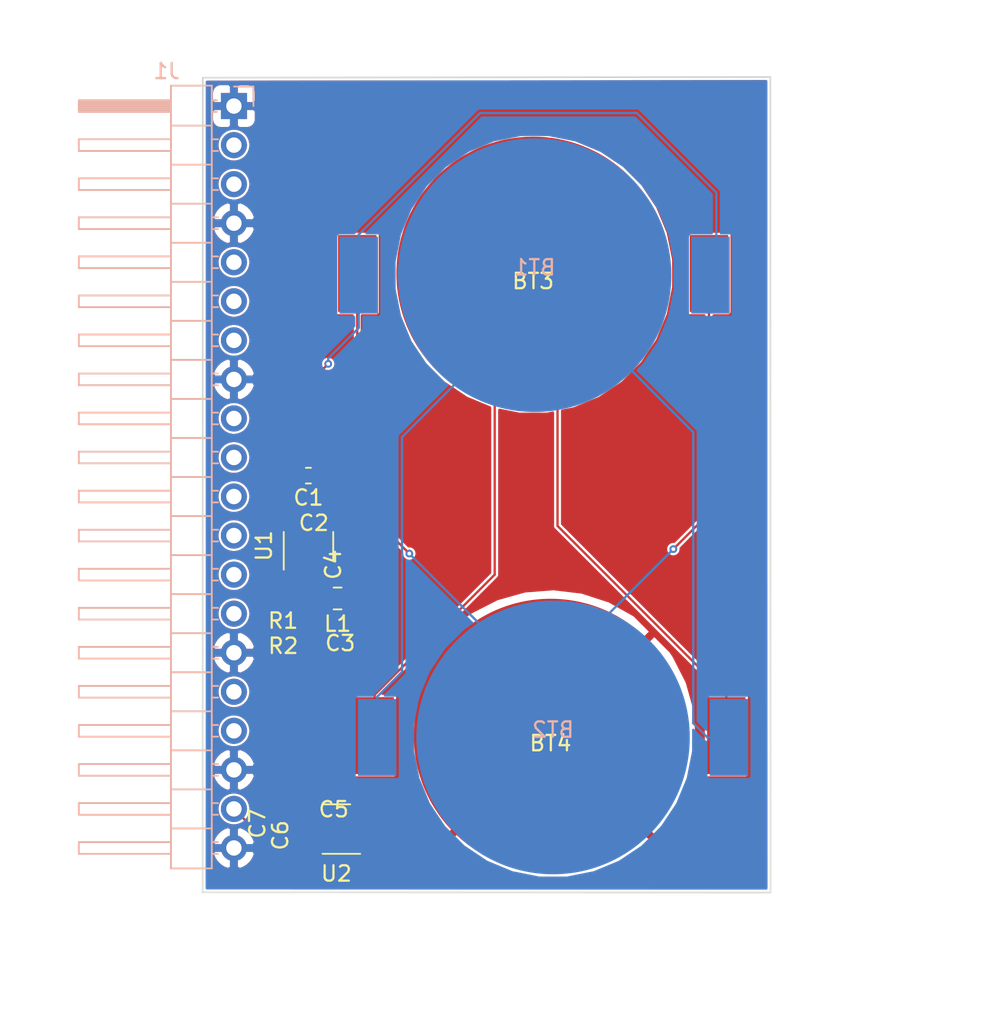
<source format=kicad_pcb>
(kicad_pcb (version 20171130) (host pcbnew 5.1.5+dfsg1-2+b1)

  (general
    (thickness 1.6)
    (drawings 4)
    (tracks 83)
    (zones 0)
    (modules 17)
    (nets 24)
  )

  (page A4)
  (layers
    (0 F.Cu signal)
    (31 B.Cu signal)
    (32 B.Adhes user)
    (33 F.Adhes user)
    (34 B.Paste user)
    (35 F.Paste user)
    (36 B.SilkS user)
    (37 F.SilkS user)
    (38 B.Mask user)
    (39 F.Mask user)
    (40 Dwgs.User user)
    (41 Cmts.User user)
    (42 Eco1.User user)
    (43 Eco2.User user)
    (44 Edge.Cuts user)
    (45 Margin user)
    (46 B.CrtYd user)
    (47 F.CrtYd user)
    (48 B.Fab user)
    (49 F.Fab user)
  )

  (setup
    (last_trace_width 0.15)
    (trace_clearance 0.15)
    (zone_clearance 0.508)
    (zone_45_only no)
    (trace_min 0.15)
    (via_size 0.5)
    (via_drill 0.25)
    (via_min_size 0.5)
    (via_min_drill 0.25)
    (uvia_size 0.3)
    (uvia_drill 0.1)
    (uvias_allowed no)
    (uvia_min_size 0.2)
    (uvia_min_drill 0.1)
    (edge_width 0.05)
    (segment_width 0.2)
    (pcb_text_width 0.3)
    (pcb_text_size 1.5 1.5)
    (mod_edge_width 0.12)
    (mod_text_size 1 1)
    (mod_text_width 0.15)
    (pad_size 1.524 1.524)
    (pad_drill 0.762)
    (pad_to_mask_clearance 0)
    (aux_axis_origin 0 0)
    (visible_elements FFFFFF7F)
    (pcbplotparams
      (layerselection 0x010f0_ffffffff)
      (usegerberextensions false)
      (usegerberattributes false)
      (usegerberadvancedattributes false)
      (creategerberjobfile false)
      (excludeedgelayer true)
      (linewidth 0.100000)
      (plotframeref false)
      (viasonmask false)
      (mode 1)
      (useauxorigin false)
      (hpglpennumber 1)
      (hpglpenspeed 20)
      (hpglpendiameter 15.000000)
      (psnegative false)
      (psa4output false)
      (plotreference true)
      (plotvalue true)
      (plotinvisibletext false)
      (padsonsilk false)
      (subtractmaskfromsilk false)
      (outputformat 1)
      (mirror false)
      (drillshape 0)
      (scaleselection 1)
      (outputdirectory "../gerber/"))
  )

  (net 0 "")
  (net 1 GND)
  (net 2 "Net-(C6-Pad1)")
  (net 3 "Net-(J1-Pad5)")
  (net 4 "Net-(BT1-Pad1)")
  (net 5 "Net-(BT1-Pad2)")
  (net 6 "Net-(BT2-Pad2)")
  (net 7 "Net-(BT3-Pad2)")
  (net 8 "Net-(C3-Pad1)")
  (net 9 "Net-(J1-Pad17)")
  (net 10 "Net-(J1-Pad16)")
  (net 11 "Net-(J1-Pad14)")
  (net 12 "Net-(J1-Pad13)")
  (net 13 "Net-(J1-Pad12)")
  (net 14 "Net-(J1-Pad11)")
  (net 15 "Net-(J1-Pad10)")
  (net 16 "Net-(J1-Pad9)")
  (net 17 "Net-(J1-Pad7)")
  (net 18 "Net-(J1-Pad6)")
  (net 19 "Net-(J1-Pad3)")
  (net 20 "Net-(J1-Pad2)")
  (net 21 "Net-(R1-Pad2)")
  (net 22 "Net-(L1-Pad2)")
  (net 23 "Net-(U2-Pad4)")

  (net_class Default "This is the default net class."
    (clearance 0.15)
    (trace_width 0.15)
    (via_dia 0.5)
    (via_drill 0.25)
    (uvia_dia 0.3)
    (uvia_drill 0.1)
    (add_net GND)
    (add_net "Net-(BT1-Pad1)")
    (add_net "Net-(BT1-Pad2)")
    (add_net "Net-(BT2-Pad2)")
    (add_net "Net-(BT3-Pad2)")
    (add_net "Net-(C3-Pad1)")
    (add_net "Net-(C6-Pad1)")
    (add_net "Net-(J1-Pad10)")
    (add_net "Net-(J1-Pad11)")
    (add_net "Net-(J1-Pad12)")
    (add_net "Net-(J1-Pad13)")
    (add_net "Net-(J1-Pad14)")
    (add_net "Net-(J1-Pad16)")
    (add_net "Net-(J1-Pad17)")
    (add_net "Net-(J1-Pad2)")
    (add_net "Net-(J1-Pad3)")
    (add_net "Net-(J1-Pad5)")
    (add_net "Net-(J1-Pad6)")
    (add_net "Net-(J1-Pad7)")
    (add_net "Net-(J1-Pad9)")
    (add_net "Net-(L1-Pad2)")
    (add_net "Net-(R1-Pad2)")
    (add_net "Net-(U2-Pad4)")
  )

  (module Resistor_SMD:R_0402_1005Metric (layer F.Cu) (tedit 5B301BBD) (tstamp 5EB475F7)
    (at 76.26 61.76 180)
    (descr "Resistor SMD 0402 (1005 Metric), square (rectangular) end terminal, IPC_7351 nominal, (Body size source: http://www.tortai-tech.com/upload/download/2011102023233369053.pdf), generated with kicad-footprint-generator")
    (tags resistor)
    (path /5EB23AED)
    (attr smd)
    (fp_text reference R2 (at 0 -1.17) (layer F.SilkS)
      (effects (font (size 1 1) (thickness 0.15)))
    )
    (fp_text value R (at 0 1.17) (layer F.Fab)
      (effects (font (size 1 1) (thickness 0.15)))
    )
    (fp_text user %R (at 0 0) (layer F.Fab)
      (effects (font (size 0.25 0.25) (thickness 0.04)))
    )
    (fp_line (start 0.93 0.47) (end -0.93 0.47) (layer F.CrtYd) (width 0.05))
    (fp_line (start 0.93 -0.47) (end 0.93 0.47) (layer F.CrtYd) (width 0.05))
    (fp_line (start -0.93 -0.47) (end 0.93 -0.47) (layer F.CrtYd) (width 0.05))
    (fp_line (start -0.93 0.47) (end -0.93 -0.47) (layer F.CrtYd) (width 0.05))
    (fp_line (start 0.5 0.25) (end -0.5 0.25) (layer F.Fab) (width 0.1))
    (fp_line (start 0.5 -0.25) (end 0.5 0.25) (layer F.Fab) (width 0.1))
    (fp_line (start -0.5 -0.25) (end 0.5 -0.25) (layer F.Fab) (width 0.1))
    (fp_line (start -0.5 0.25) (end -0.5 -0.25) (layer F.Fab) (width 0.1))
    (pad 2 smd roundrect (at 0.485 0 180) (size 0.59 0.64) (layers F.Cu F.Paste F.Mask) (roundrect_rratio 0.25)
      (net 21 "Net-(R1-Pad2)"))
    (pad 1 smd roundrect (at -0.485 0 180) (size 0.59 0.64) (layers F.Cu F.Paste F.Mask) (roundrect_rratio 0.25)
      (net 8 "Net-(C3-Pad1)"))
    (model ${KISYS3DMOD}/Resistor_SMD.3dshapes/R_0402_1005Metric.wrl
      (at (xyz 0 0 0))
      (scale (xyz 1 1 1))
      (rotate (xyz 0 0 0))
    )
  )

  (module Resistor_SMD:R_0402_1005Metric (layer F.Cu) (tedit 5B301BBD) (tstamp 5EB475E8)
    (at 76.25 60.12 180)
    (descr "Resistor SMD 0402 (1005 Metric), square (rectangular) end terminal, IPC_7351 nominal, (Body size source: http://www.tortai-tech.com/upload/download/2011102023233369053.pdf), generated with kicad-footprint-generator")
    (tags resistor)
    (path /5EB23ED8)
    (attr smd)
    (fp_text reference R1 (at 0 -1.17) (layer F.SilkS)
      (effects (font (size 1 1) (thickness 0.15)))
    )
    (fp_text value R (at 0 1.17) (layer F.Fab)
      (effects (font (size 1 1) (thickness 0.15)))
    )
    (fp_text user %R (at 0 0) (layer F.Fab)
      (effects (font (size 0.25 0.25) (thickness 0.04)))
    )
    (fp_line (start 0.93 0.47) (end -0.93 0.47) (layer F.CrtYd) (width 0.05))
    (fp_line (start 0.93 -0.47) (end 0.93 0.47) (layer F.CrtYd) (width 0.05))
    (fp_line (start -0.93 -0.47) (end 0.93 -0.47) (layer F.CrtYd) (width 0.05))
    (fp_line (start -0.93 0.47) (end -0.93 -0.47) (layer F.CrtYd) (width 0.05))
    (fp_line (start 0.5 0.25) (end -0.5 0.25) (layer F.Fab) (width 0.1))
    (fp_line (start 0.5 -0.25) (end 0.5 0.25) (layer F.Fab) (width 0.1))
    (fp_line (start -0.5 -0.25) (end 0.5 -0.25) (layer F.Fab) (width 0.1))
    (fp_line (start -0.5 0.25) (end -0.5 -0.25) (layer F.Fab) (width 0.1))
    (pad 2 smd roundrect (at 0.485 0 180) (size 0.59 0.64) (layers F.Cu F.Paste F.Mask) (roundrect_rratio 0.25)
      (net 21 "Net-(R1-Pad2)"))
    (pad 1 smd roundrect (at -0.485 0 180) (size 0.59 0.64) (layers F.Cu F.Paste F.Mask) (roundrect_rratio 0.25)
      (net 1 GND))
    (model ${KISYS3DMOD}/Resistor_SMD.3dshapes/R_0402_1005Metric.wrl
      (at (xyz 0 0 0))
      (scale (xyz 1 1 1))
      (rotate (xyz 0 0 0))
    )
  )

  (module Inductor_SMD:L_0805_2012Metric (layer F.Cu) (tedit 5B36C52B) (tstamp 5EB475D9)
    (at 79.8 59.84 180)
    (descr "Inductor SMD 0805 (2012 Metric), square (rectangular) end terminal, IPC_7351 nominal, (Body size source: https://docs.google.com/spreadsheets/d/1BsfQQcO9C6DZCsRaXUlFlo91Tg2WpOkGARC1WS5S8t0/edit?usp=sharing), generated with kicad-footprint-generator")
    (tags inductor)
    (path /5EB2273E)
    (attr smd)
    (fp_text reference L1 (at 0 -1.65) (layer F.SilkS)
      (effects (font (size 1 1) (thickness 0.15)))
    )
    (fp_text value L (at 0 1.65) (layer F.Fab)
      (effects (font (size 1 1) (thickness 0.15)))
    )
    (fp_text user %R (at 0 0) (layer F.Fab)
      (effects (font (size 0.5 0.5) (thickness 0.08)))
    )
    (fp_line (start 1.68 0.95) (end -1.68 0.95) (layer F.CrtYd) (width 0.05))
    (fp_line (start 1.68 -0.95) (end 1.68 0.95) (layer F.CrtYd) (width 0.05))
    (fp_line (start -1.68 -0.95) (end 1.68 -0.95) (layer F.CrtYd) (width 0.05))
    (fp_line (start -1.68 0.95) (end -1.68 -0.95) (layer F.CrtYd) (width 0.05))
    (fp_line (start -0.258578 0.71) (end 0.258578 0.71) (layer F.SilkS) (width 0.12))
    (fp_line (start -0.258578 -0.71) (end 0.258578 -0.71) (layer F.SilkS) (width 0.12))
    (fp_line (start 1 0.6) (end -1 0.6) (layer F.Fab) (width 0.1))
    (fp_line (start 1 -0.6) (end 1 0.6) (layer F.Fab) (width 0.1))
    (fp_line (start -1 -0.6) (end 1 -0.6) (layer F.Fab) (width 0.1))
    (fp_line (start -1 0.6) (end -1 -0.6) (layer F.Fab) (width 0.1))
    (pad 2 smd roundrect (at 0.9375 0 180) (size 0.975 1.4) (layers F.Cu F.Paste F.Mask) (roundrect_rratio 0.25)
      (net 22 "Net-(L1-Pad2)"))
    (pad 1 smd roundrect (at -0.9375 0 180) (size 0.975 1.4) (layers F.Cu F.Paste F.Mask) (roundrect_rratio 0.25)
      (net 8 "Net-(C3-Pad1)"))
    (model ${KISYS3DMOD}/Inductor_SMD.3dshapes/L_0805_2012Metric.wrl
      (at (xyz 0 0 0))
      (scale (xyz 1 1 1))
      (rotate (xyz 0 0 0))
    )
  )

  (module Package_TO_SOT_SMD:SOT-23-5 (layer F.Cu) (tedit 5A02FF57) (tstamp 5EB38DEF)
    (at 79.72 74.84 180)
    (descr "5-pin SOT23 package")
    (tags SOT-23-5)
    (path /5EB307BB)
    (attr smd)
    (fp_text reference U2 (at 0 -2.9) (layer F.SilkS)
      (effects (font (size 1 1) (thickness 0.15)))
    )
    (fp_text value MAX40200AUK (at 0 2.9) (layer F.Fab)
      (effects (font (size 1 1) (thickness 0.15)))
    )
    (fp_line (start 0.9 -1.55) (end 0.9 1.55) (layer F.Fab) (width 0.1))
    (fp_line (start 0.9 1.55) (end -0.9 1.55) (layer F.Fab) (width 0.1))
    (fp_line (start -0.9 -0.9) (end -0.9 1.55) (layer F.Fab) (width 0.1))
    (fp_line (start 0.9 -1.55) (end -0.25 -1.55) (layer F.Fab) (width 0.1))
    (fp_line (start -0.9 -0.9) (end -0.25 -1.55) (layer F.Fab) (width 0.1))
    (fp_line (start -1.9 1.8) (end -1.9 -1.8) (layer F.CrtYd) (width 0.05))
    (fp_line (start 1.9 1.8) (end -1.9 1.8) (layer F.CrtYd) (width 0.05))
    (fp_line (start 1.9 -1.8) (end 1.9 1.8) (layer F.CrtYd) (width 0.05))
    (fp_line (start -1.9 -1.8) (end 1.9 -1.8) (layer F.CrtYd) (width 0.05))
    (fp_line (start 0.9 -1.61) (end -1.55 -1.61) (layer F.SilkS) (width 0.12))
    (fp_line (start -0.9 1.61) (end 0.9 1.61) (layer F.SilkS) (width 0.12))
    (fp_text user %R (at 0 0 90) (layer F.Fab)
      (effects (font (size 0.5 0.5) (thickness 0.075)))
    )
    (pad 5 smd rect (at 1.1 -0.95 180) (size 1.06 0.65) (layers F.Cu F.Paste F.Mask)
      (net 2 "Net-(C6-Pad1)"))
    (pad 4 smd rect (at 1.1 0.95 180) (size 1.06 0.65) (layers F.Cu F.Paste F.Mask)
      (net 23 "Net-(U2-Pad4)"))
    (pad 3 smd rect (at -1.1 0.95 180) (size 1.06 0.65) (layers F.Cu F.Paste F.Mask)
      (net 8 "Net-(C3-Pad1)"))
    (pad 2 smd rect (at -1.1 0 180) (size 1.06 0.65) (layers F.Cu F.Paste F.Mask)
      (net 1 GND))
    (pad 1 smd rect (at -1.1 -0.95 180) (size 1.06 0.65) (layers F.Cu F.Paste F.Mask)
      (net 8 "Net-(C3-Pad1)"))
    (model ${KISYS3DMOD}/Package_TO_SOT_SMD.3dshapes/SOT-23-5.wrl
      (at (xyz 0 0 0))
      (scale (xyz 1 1 1))
      (rotate (xyz 0 0 0))
    )
  )

  (module Package_TO_SOT_SMD:SOT-23-5 (layer F.Cu) (tedit 5A02FF57) (tstamp 5EB39255)
    (at 77.904999 56.415001 90)
    (descr "5-pin SOT23 package")
    (tags SOT-23-5)
    (path /5EB22446)
    (attr smd)
    (fp_text reference U1 (at 0 -2.9 90) (layer F.SilkS)
      (effects (font (size 1 1) (thickness 0.15)))
    )
    (fp_text value TPS560200 (at 0 2.9 90) (layer F.Fab)
      (effects (font (size 1 1) (thickness 0.15)))
    )
    (fp_line (start 0.9 -1.55) (end 0.9 1.55) (layer F.Fab) (width 0.1))
    (fp_line (start 0.9 1.55) (end -0.9 1.55) (layer F.Fab) (width 0.1))
    (fp_line (start -0.9 -0.9) (end -0.9 1.55) (layer F.Fab) (width 0.1))
    (fp_line (start 0.9 -1.55) (end -0.25 -1.55) (layer F.Fab) (width 0.1))
    (fp_line (start -0.9 -0.9) (end -0.25 -1.55) (layer F.Fab) (width 0.1))
    (fp_line (start -1.9 1.8) (end -1.9 -1.8) (layer F.CrtYd) (width 0.05))
    (fp_line (start 1.9 1.8) (end -1.9 1.8) (layer F.CrtYd) (width 0.05))
    (fp_line (start 1.9 -1.8) (end 1.9 1.8) (layer F.CrtYd) (width 0.05))
    (fp_line (start -1.9 -1.8) (end 1.9 -1.8) (layer F.CrtYd) (width 0.05))
    (fp_line (start 0.9 -1.61) (end -1.55 -1.61) (layer F.SilkS) (width 0.12))
    (fp_line (start -0.9 1.61) (end 0.9 1.61) (layer F.SilkS) (width 0.12))
    (fp_text user %R (at 0 0) (layer F.Fab)
      (effects (font (size 0.5 0.5) (thickness 0.075)))
    )
    (pad 5 smd rect (at 1.1 -0.95 90) (size 1.06 0.65) (layers F.Cu F.Paste F.Mask)
      (net 21 "Net-(R1-Pad2)"))
    (pad 4 smd rect (at 1.1 0.95 90) (size 1.06 0.65) (layers F.Cu F.Paste F.Mask)
      (net 4 "Net-(BT1-Pad1)"))
    (pad 3 smd rect (at -1.1 0.95 90) (size 1.06 0.65) (layers F.Cu F.Paste F.Mask)
      (net 22 "Net-(L1-Pad2)"))
    (pad 2 smd rect (at -1.1 0 90) (size 1.06 0.65) (layers F.Cu F.Paste F.Mask)
      (net 1 GND))
    (pad 1 smd rect (at -1.1 -0.95 90) (size 1.06 0.65) (layers F.Cu F.Paste F.Mask)
      (net 4 "Net-(BT1-Pad1)"))
    (model ${KISYS3DMOD}/Package_TO_SOT_SMD.3dshapes/SOT-23-5.wrl
      (at (xyz 0 0 0))
      (scale (xyz 1 1 1))
      (rotate (xyz 0 0 0))
    )
  )

  (module Connector_PinHeader_2.54mm:PinHeader_1x20_P2.54mm_Horizontal (layer B.Cu) (tedit 59FED5CB) (tstamp 5EB38DC5)
    (at 73.05 27.81 180)
    (descr "Through hole angled pin header, 1x20, 2.54mm pitch, 6mm pin length, single row")
    (tags "Through hole angled pin header THT 1x20 2.54mm single row")
    (path /5EB3D7C1)
    (fp_text reference J1 (at 4.385 2.27) (layer B.SilkS)
      (effects (font (size 1 1) (thickness 0.15)) (justify mirror))
    )
    (fp_text value Conn_01x20_Male (at 4.385 -50.53) (layer B.Fab)
      (effects (font (size 1 1) (thickness 0.15)) (justify mirror))
    )
    (fp_text user %R (at 2.77 -24.13 270) (layer B.Fab)
      (effects (font (size 1 1) (thickness 0.15)) (justify mirror))
    )
    (fp_line (start 10.55 1.8) (end -1.8 1.8) (layer B.CrtYd) (width 0.05))
    (fp_line (start 10.55 -50.05) (end 10.55 1.8) (layer B.CrtYd) (width 0.05))
    (fp_line (start -1.8 -50.05) (end 10.55 -50.05) (layer B.CrtYd) (width 0.05))
    (fp_line (start -1.8 1.8) (end -1.8 -50.05) (layer B.CrtYd) (width 0.05))
    (fp_line (start -1.27 1.27) (end 0 1.27) (layer B.SilkS) (width 0.12))
    (fp_line (start -1.27 0) (end -1.27 1.27) (layer B.SilkS) (width 0.12))
    (fp_line (start 1.042929 -48.64) (end 1.44 -48.64) (layer B.SilkS) (width 0.12))
    (fp_line (start 1.042929 -47.88) (end 1.44 -47.88) (layer B.SilkS) (width 0.12))
    (fp_line (start 10.1 -48.64) (end 4.1 -48.64) (layer B.SilkS) (width 0.12))
    (fp_line (start 10.1 -47.88) (end 10.1 -48.64) (layer B.SilkS) (width 0.12))
    (fp_line (start 4.1 -47.88) (end 10.1 -47.88) (layer B.SilkS) (width 0.12))
    (fp_line (start 1.44 -46.99) (end 4.1 -46.99) (layer B.SilkS) (width 0.12))
    (fp_line (start 1.042929 -46.1) (end 1.44 -46.1) (layer B.SilkS) (width 0.12))
    (fp_line (start 1.042929 -45.34) (end 1.44 -45.34) (layer B.SilkS) (width 0.12))
    (fp_line (start 10.1 -46.1) (end 4.1 -46.1) (layer B.SilkS) (width 0.12))
    (fp_line (start 10.1 -45.34) (end 10.1 -46.1) (layer B.SilkS) (width 0.12))
    (fp_line (start 4.1 -45.34) (end 10.1 -45.34) (layer B.SilkS) (width 0.12))
    (fp_line (start 1.44 -44.45) (end 4.1 -44.45) (layer B.SilkS) (width 0.12))
    (fp_line (start 1.042929 -43.56) (end 1.44 -43.56) (layer B.SilkS) (width 0.12))
    (fp_line (start 1.042929 -42.8) (end 1.44 -42.8) (layer B.SilkS) (width 0.12))
    (fp_line (start 10.1 -43.56) (end 4.1 -43.56) (layer B.SilkS) (width 0.12))
    (fp_line (start 10.1 -42.8) (end 10.1 -43.56) (layer B.SilkS) (width 0.12))
    (fp_line (start 4.1 -42.8) (end 10.1 -42.8) (layer B.SilkS) (width 0.12))
    (fp_line (start 1.44 -41.91) (end 4.1 -41.91) (layer B.SilkS) (width 0.12))
    (fp_line (start 1.042929 -41.02) (end 1.44 -41.02) (layer B.SilkS) (width 0.12))
    (fp_line (start 1.042929 -40.26) (end 1.44 -40.26) (layer B.SilkS) (width 0.12))
    (fp_line (start 10.1 -41.02) (end 4.1 -41.02) (layer B.SilkS) (width 0.12))
    (fp_line (start 10.1 -40.26) (end 10.1 -41.02) (layer B.SilkS) (width 0.12))
    (fp_line (start 4.1 -40.26) (end 10.1 -40.26) (layer B.SilkS) (width 0.12))
    (fp_line (start 1.44 -39.37) (end 4.1 -39.37) (layer B.SilkS) (width 0.12))
    (fp_line (start 1.042929 -38.48) (end 1.44 -38.48) (layer B.SilkS) (width 0.12))
    (fp_line (start 1.042929 -37.72) (end 1.44 -37.72) (layer B.SilkS) (width 0.12))
    (fp_line (start 10.1 -38.48) (end 4.1 -38.48) (layer B.SilkS) (width 0.12))
    (fp_line (start 10.1 -37.72) (end 10.1 -38.48) (layer B.SilkS) (width 0.12))
    (fp_line (start 4.1 -37.72) (end 10.1 -37.72) (layer B.SilkS) (width 0.12))
    (fp_line (start 1.44 -36.83) (end 4.1 -36.83) (layer B.SilkS) (width 0.12))
    (fp_line (start 1.042929 -35.94) (end 1.44 -35.94) (layer B.SilkS) (width 0.12))
    (fp_line (start 1.042929 -35.18) (end 1.44 -35.18) (layer B.SilkS) (width 0.12))
    (fp_line (start 10.1 -35.94) (end 4.1 -35.94) (layer B.SilkS) (width 0.12))
    (fp_line (start 10.1 -35.18) (end 10.1 -35.94) (layer B.SilkS) (width 0.12))
    (fp_line (start 4.1 -35.18) (end 10.1 -35.18) (layer B.SilkS) (width 0.12))
    (fp_line (start 1.44 -34.29) (end 4.1 -34.29) (layer B.SilkS) (width 0.12))
    (fp_line (start 1.042929 -33.4) (end 1.44 -33.4) (layer B.SilkS) (width 0.12))
    (fp_line (start 1.042929 -32.64) (end 1.44 -32.64) (layer B.SilkS) (width 0.12))
    (fp_line (start 10.1 -33.4) (end 4.1 -33.4) (layer B.SilkS) (width 0.12))
    (fp_line (start 10.1 -32.64) (end 10.1 -33.4) (layer B.SilkS) (width 0.12))
    (fp_line (start 4.1 -32.64) (end 10.1 -32.64) (layer B.SilkS) (width 0.12))
    (fp_line (start 1.44 -31.75) (end 4.1 -31.75) (layer B.SilkS) (width 0.12))
    (fp_line (start 1.042929 -30.86) (end 1.44 -30.86) (layer B.SilkS) (width 0.12))
    (fp_line (start 1.042929 -30.1) (end 1.44 -30.1) (layer B.SilkS) (width 0.12))
    (fp_line (start 10.1 -30.86) (end 4.1 -30.86) (layer B.SilkS) (width 0.12))
    (fp_line (start 10.1 -30.1) (end 10.1 -30.86) (layer B.SilkS) (width 0.12))
    (fp_line (start 4.1 -30.1) (end 10.1 -30.1) (layer B.SilkS) (width 0.12))
    (fp_line (start 1.44 -29.21) (end 4.1 -29.21) (layer B.SilkS) (width 0.12))
    (fp_line (start 1.042929 -28.32) (end 1.44 -28.32) (layer B.SilkS) (width 0.12))
    (fp_line (start 1.042929 -27.56) (end 1.44 -27.56) (layer B.SilkS) (width 0.12))
    (fp_line (start 10.1 -28.32) (end 4.1 -28.32) (layer B.SilkS) (width 0.12))
    (fp_line (start 10.1 -27.56) (end 10.1 -28.32) (layer B.SilkS) (width 0.12))
    (fp_line (start 4.1 -27.56) (end 10.1 -27.56) (layer B.SilkS) (width 0.12))
    (fp_line (start 1.44 -26.67) (end 4.1 -26.67) (layer B.SilkS) (width 0.12))
    (fp_line (start 1.042929 -25.78) (end 1.44 -25.78) (layer B.SilkS) (width 0.12))
    (fp_line (start 1.042929 -25.02) (end 1.44 -25.02) (layer B.SilkS) (width 0.12))
    (fp_line (start 10.1 -25.78) (end 4.1 -25.78) (layer B.SilkS) (width 0.12))
    (fp_line (start 10.1 -25.02) (end 10.1 -25.78) (layer B.SilkS) (width 0.12))
    (fp_line (start 4.1 -25.02) (end 10.1 -25.02) (layer B.SilkS) (width 0.12))
    (fp_line (start 1.44 -24.13) (end 4.1 -24.13) (layer B.SilkS) (width 0.12))
    (fp_line (start 1.042929 -23.24) (end 1.44 -23.24) (layer B.SilkS) (width 0.12))
    (fp_line (start 1.042929 -22.48) (end 1.44 -22.48) (layer B.SilkS) (width 0.12))
    (fp_line (start 10.1 -23.24) (end 4.1 -23.24) (layer B.SilkS) (width 0.12))
    (fp_line (start 10.1 -22.48) (end 10.1 -23.24) (layer B.SilkS) (width 0.12))
    (fp_line (start 4.1 -22.48) (end 10.1 -22.48) (layer B.SilkS) (width 0.12))
    (fp_line (start 1.44 -21.59) (end 4.1 -21.59) (layer B.SilkS) (width 0.12))
    (fp_line (start 1.042929 -20.7) (end 1.44 -20.7) (layer B.SilkS) (width 0.12))
    (fp_line (start 1.042929 -19.94) (end 1.44 -19.94) (layer B.SilkS) (width 0.12))
    (fp_line (start 10.1 -20.7) (end 4.1 -20.7) (layer B.SilkS) (width 0.12))
    (fp_line (start 10.1 -19.94) (end 10.1 -20.7) (layer B.SilkS) (width 0.12))
    (fp_line (start 4.1 -19.94) (end 10.1 -19.94) (layer B.SilkS) (width 0.12))
    (fp_line (start 1.44 -19.05) (end 4.1 -19.05) (layer B.SilkS) (width 0.12))
    (fp_line (start 1.042929 -18.16) (end 1.44 -18.16) (layer B.SilkS) (width 0.12))
    (fp_line (start 1.042929 -17.4) (end 1.44 -17.4) (layer B.SilkS) (width 0.12))
    (fp_line (start 10.1 -18.16) (end 4.1 -18.16) (layer B.SilkS) (width 0.12))
    (fp_line (start 10.1 -17.4) (end 10.1 -18.16) (layer B.SilkS) (width 0.12))
    (fp_line (start 4.1 -17.4) (end 10.1 -17.4) (layer B.SilkS) (width 0.12))
    (fp_line (start 1.44 -16.51) (end 4.1 -16.51) (layer B.SilkS) (width 0.12))
    (fp_line (start 1.042929 -15.62) (end 1.44 -15.62) (layer B.SilkS) (width 0.12))
    (fp_line (start 1.042929 -14.86) (end 1.44 -14.86) (layer B.SilkS) (width 0.12))
    (fp_line (start 10.1 -15.62) (end 4.1 -15.62) (layer B.SilkS) (width 0.12))
    (fp_line (start 10.1 -14.86) (end 10.1 -15.62) (layer B.SilkS) (width 0.12))
    (fp_line (start 4.1 -14.86) (end 10.1 -14.86) (layer B.SilkS) (width 0.12))
    (fp_line (start 1.44 -13.97) (end 4.1 -13.97) (layer B.SilkS) (width 0.12))
    (fp_line (start 1.042929 -13.08) (end 1.44 -13.08) (layer B.SilkS) (width 0.12))
    (fp_line (start 1.042929 -12.32) (end 1.44 -12.32) (layer B.SilkS) (width 0.12))
    (fp_line (start 10.1 -13.08) (end 4.1 -13.08) (layer B.SilkS) (width 0.12))
    (fp_line (start 10.1 -12.32) (end 10.1 -13.08) (layer B.SilkS) (width 0.12))
    (fp_line (start 4.1 -12.32) (end 10.1 -12.32) (layer B.SilkS) (width 0.12))
    (fp_line (start 1.44 -11.43) (end 4.1 -11.43) (layer B.SilkS) (width 0.12))
    (fp_line (start 1.042929 -10.54) (end 1.44 -10.54) (layer B.SilkS) (width 0.12))
    (fp_line (start 1.042929 -9.78) (end 1.44 -9.78) (layer B.SilkS) (width 0.12))
    (fp_line (start 10.1 -10.54) (end 4.1 -10.54) (layer B.SilkS) (width 0.12))
    (fp_line (start 10.1 -9.78) (end 10.1 -10.54) (layer B.SilkS) (width 0.12))
    (fp_line (start 4.1 -9.78) (end 10.1 -9.78) (layer B.SilkS) (width 0.12))
    (fp_line (start 1.44 -8.89) (end 4.1 -8.89) (layer B.SilkS) (width 0.12))
    (fp_line (start 1.042929 -8) (end 1.44 -8) (layer B.SilkS) (width 0.12))
    (fp_line (start 1.042929 -7.24) (end 1.44 -7.24) (layer B.SilkS) (width 0.12))
    (fp_line (start 10.1 -8) (end 4.1 -8) (layer B.SilkS) (width 0.12))
    (fp_line (start 10.1 -7.24) (end 10.1 -8) (layer B.SilkS) (width 0.12))
    (fp_line (start 4.1 -7.24) (end 10.1 -7.24) (layer B.SilkS) (width 0.12))
    (fp_line (start 1.44 -6.35) (end 4.1 -6.35) (layer B.SilkS) (width 0.12))
    (fp_line (start 1.042929 -5.46) (end 1.44 -5.46) (layer B.SilkS) (width 0.12))
    (fp_line (start 1.042929 -4.7) (end 1.44 -4.7) (layer B.SilkS) (width 0.12))
    (fp_line (start 10.1 -5.46) (end 4.1 -5.46) (layer B.SilkS) (width 0.12))
    (fp_line (start 10.1 -4.7) (end 10.1 -5.46) (layer B.SilkS) (width 0.12))
    (fp_line (start 4.1 -4.7) (end 10.1 -4.7) (layer B.SilkS) (width 0.12))
    (fp_line (start 1.44 -3.81) (end 4.1 -3.81) (layer B.SilkS) (width 0.12))
    (fp_line (start 1.042929 -2.92) (end 1.44 -2.92) (layer B.SilkS) (width 0.12))
    (fp_line (start 1.042929 -2.16) (end 1.44 -2.16) (layer B.SilkS) (width 0.12))
    (fp_line (start 10.1 -2.92) (end 4.1 -2.92) (layer B.SilkS) (width 0.12))
    (fp_line (start 10.1 -2.16) (end 10.1 -2.92) (layer B.SilkS) (width 0.12))
    (fp_line (start 4.1 -2.16) (end 10.1 -2.16) (layer B.SilkS) (width 0.12))
    (fp_line (start 1.44 -1.27) (end 4.1 -1.27) (layer B.SilkS) (width 0.12))
    (fp_line (start 1.11 -0.38) (end 1.44 -0.38) (layer B.SilkS) (width 0.12))
    (fp_line (start 1.11 0.38) (end 1.44 0.38) (layer B.SilkS) (width 0.12))
    (fp_line (start 4.1 -0.28) (end 10.1 -0.28) (layer B.SilkS) (width 0.12))
    (fp_line (start 4.1 -0.16) (end 10.1 -0.16) (layer B.SilkS) (width 0.12))
    (fp_line (start 4.1 -0.04) (end 10.1 -0.04) (layer B.SilkS) (width 0.12))
    (fp_line (start 4.1 0.08) (end 10.1 0.08) (layer B.SilkS) (width 0.12))
    (fp_line (start 4.1 0.2) (end 10.1 0.2) (layer B.SilkS) (width 0.12))
    (fp_line (start 4.1 0.32) (end 10.1 0.32) (layer B.SilkS) (width 0.12))
    (fp_line (start 10.1 -0.38) (end 4.1 -0.38) (layer B.SilkS) (width 0.12))
    (fp_line (start 10.1 0.38) (end 10.1 -0.38) (layer B.SilkS) (width 0.12))
    (fp_line (start 4.1 0.38) (end 10.1 0.38) (layer B.SilkS) (width 0.12))
    (fp_line (start 4.1 1.33) (end 1.44 1.33) (layer B.SilkS) (width 0.12))
    (fp_line (start 4.1 -49.59) (end 4.1 1.33) (layer B.SilkS) (width 0.12))
    (fp_line (start 1.44 -49.59) (end 4.1 -49.59) (layer B.SilkS) (width 0.12))
    (fp_line (start 1.44 1.33) (end 1.44 -49.59) (layer B.SilkS) (width 0.12))
    (fp_line (start 4.04 -48.58) (end 10.04 -48.58) (layer B.Fab) (width 0.1))
    (fp_line (start 10.04 -47.94) (end 10.04 -48.58) (layer B.Fab) (width 0.1))
    (fp_line (start 4.04 -47.94) (end 10.04 -47.94) (layer B.Fab) (width 0.1))
    (fp_line (start -0.32 -48.58) (end 1.5 -48.58) (layer B.Fab) (width 0.1))
    (fp_line (start -0.32 -47.94) (end -0.32 -48.58) (layer B.Fab) (width 0.1))
    (fp_line (start -0.32 -47.94) (end 1.5 -47.94) (layer B.Fab) (width 0.1))
    (fp_line (start 4.04 -46.04) (end 10.04 -46.04) (layer B.Fab) (width 0.1))
    (fp_line (start 10.04 -45.4) (end 10.04 -46.04) (layer B.Fab) (width 0.1))
    (fp_line (start 4.04 -45.4) (end 10.04 -45.4) (layer B.Fab) (width 0.1))
    (fp_line (start -0.32 -46.04) (end 1.5 -46.04) (layer B.Fab) (width 0.1))
    (fp_line (start -0.32 -45.4) (end -0.32 -46.04) (layer B.Fab) (width 0.1))
    (fp_line (start -0.32 -45.4) (end 1.5 -45.4) (layer B.Fab) (width 0.1))
    (fp_line (start 4.04 -43.5) (end 10.04 -43.5) (layer B.Fab) (width 0.1))
    (fp_line (start 10.04 -42.86) (end 10.04 -43.5) (layer B.Fab) (width 0.1))
    (fp_line (start 4.04 -42.86) (end 10.04 -42.86) (layer B.Fab) (width 0.1))
    (fp_line (start -0.32 -43.5) (end 1.5 -43.5) (layer B.Fab) (width 0.1))
    (fp_line (start -0.32 -42.86) (end -0.32 -43.5) (layer B.Fab) (width 0.1))
    (fp_line (start -0.32 -42.86) (end 1.5 -42.86) (layer B.Fab) (width 0.1))
    (fp_line (start 4.04 -40.96) (end 10.04 -40.96) (layer B.Fab) (width 0.1))
    (fp_line (start 10.04 -40.32) (end 10.04 -40.96) (layer B.Fab) (width 0.1))
    (fp_line (start 4.04 -40.32) (end 10.04 -40.32) (layer B.Fab) (width 0.1))
    (fp_line (start -0.32 -40.96) (end 1.5 -40.96) (layer B.Fab) (width 0.1))
    (fp_line (start -0.32 -40.32) (end -0.32 -40.96) (layer B.Fab) (width 0.1))
    (fp_line (start -0.32 -40.32) (end 1.5 -40.32) (layer B.Fab) (width 0.1))
    (fp_line (start 4.04 -38.42) (end 10.04 -38.42) (layer B.Fab) (width 0.1))
    (fp_line (start 10.04 -37.78) (end 10.04 -38.42) (layer B.Fab) (width 0.1))
    (fp_line (start 4.04 -37.78) (end 10.04 -37.78) (layer B.Fab) (width 0.1))
    (fp_line (start -0.32 -38.42) (end 1.5 -38.42) (layer B.Fab) (width 0.1))
    (fp_line (start -0.32 -37.78) (end -0.32 -38.42) (layer B.Fab) (width 0.1))
    (fp_line (start -0.32 -37.78) (end 1.5 -37.78) (layer B.Fab) (width 0.1))
    (fp_line (start 4.04 -35.88) (end 10.04 -35.88) (layer B.Fab) (width 0.1))
    (fp_line (start 10.04 -35.24) (end 10.04 -35.88) (layer B.Fab) (width 0.1))
    (fp_line (start 4.04 -35.24) (end 10.04 -35.24) (layer B.Fab) (width 0.1))
    (fp_line (start -0.32 -35.88) (end 1.5 -35.88) (layer B.Fab) (width 0.1))
    (fp_line (start -0.32 -35.24) (end -0.32 -35.88) (layer B.Fab) (width 0.1))
    (fp_line (start -0.32 -35.24) (end 1.5 -35.24) (layer B.Fab) (width 0.1))
    (fp_line (start 4.04 -33.34) (end 10.04 -33.34) (layer B.Fab) (width 0.1))
    (fp_line (start 10.04 -32.7) (end 10.04 -33.34) (layer B.Fab) (width 0.1))
    (fp_line (start 4.04 -32.7) (end 10.04 -32.7) (layer B.Fab) (width 0.1))
    (fp_line (start -0.32 -33.34) (end 1.5 -33.34) (layer B.Fab) (width 0.1))
    (fp_line (start -0.32 -32.7) (end -0.32 -33.34) (layer B.Fab) (width 0.1))
    (fp_line (start -0.32 -32.7) (end 1.5 -32.7) (layer B.Fab) (width 0.1))
    (fp_line (start 4.04 -30.8) (end 10.04 -30.8) (layer B.Fab) (width 0.1))
    (fp_line (start 10.04 -30.16) (end 10.04 -30.8) (layer B.Fab) (width 0.1))
    (fp_line (start 4.04 -30.16) (end 10.04 -30.16) (layer B.Fab) (width 0.1))
    (fp_line (start -0.32 -30.8) (end 1.5 -30.8) (layer B.Fab) (width 0.1))
    (fp_line (start -0.32 -30.16) (end -0.32 -30.8) (layer B.Fab) (width 0.1))
    (fp_line (start -0.32 -30.16) (end 1.5 -30.16) (layer B.Fab) (width 0.1))
    (fp_line (start 4.04 -28.26) (end 10.04 -28.26) (layer B.Fab) (width 0.1))
    (fp_line (start 10.04 -27.62) (end 10.04 -28.26) (layer B.Fab) (width 0.1))
    (fp_line (start 4.04 -27.62) (end 10.04 -27.62) (layer B.Fab) (width 0.1))
    (fp_line (start -0.32 -28.26) (end 1.5 -28.26) (layer B.Fab) (width 0.1))
    (fp_line (start -0.32 -27.62) (end -0.32 -28.26) (layer B.Fab) (width 0.1))
    (fp_line (start -0.32 -27.62) (end 1.5 -27.62) (layer B.Fab) (width 0.1))
    (fp_line (start 4.04 -25.72) (end 10.04 -25.72) (layer B.Fab) (width 0.1))
    (fp_line (start 10.04 -25.08) (end 10.04 -25.72) (layer B.Fab) (width 0.1))
    (fp_line (start 4.04 -25.08) (end 10.04 -25.08) (layer B.Fab) (width 0.1))
    (fp_line (start -0.32 -25.72) (end 1.5 -25.72) (layer B.Fab) (width 0.1))
    (fp_line (start -0.32 -25.08) (end -0.32 -25.72) (layer B.Fab) (width 0.1))
    (fp_line (start -0.32 -25.08) (end 1.5 -25.08) (layer B.Fab) (width 0.1))
    (fp_line (start 4.04 -23.18) (end 10.04 -23.18) (layer B.Fab) (width 0.1))
    (fp_line (start 10.04 -22.54) (end 10.04 -23.18) (layer B.Fab) (width 0.1))
    (fp_line (start 4.04 -22.54) (end 10.04 -22.54) (layer B.Fab) (width 0.1))
    (fp_line (start -0.32 -23.18) (end 1.5 -23.18) (layer B.Fab) (width 0.1))
    (fp_line (start -0.32 -22.54) (end -0.32 -23.18) (layer B.Fab) (width 0.1))
    (fp_line (start -0.32 -22.54) (end 1.5 -22.54) (layer B.Fab) (width 0.1))
    (fp_line (start 4.04 -20.64) (end 10.04 -20.64) (layer B.Fab) (width 0.1))
    (fp_line (start 10.04 -20) (end 10.04 -20.64) (layer B.Fab) (width 0.1))
    (fp_line (start 4.04 -20) (end 10.04 -20) (layer B.Fab) (width 0.1))
    (fp_line (start -0.32 -20.64) (end 1.5 -20.64) (layer B.Fab) (width 0.1))
    (fp_line (start -0.32 -20) (end -0.32 -20.64) (layer B.Fab) (width 0.1))
    (fp_line (start -0.32 -20) (end 1.5 -20) (layer B.Fab) (width 0.1))
    (fp_line (start 4.04 -18.1) (end 10.04 -18.1) (layer B.Fab) (width 0.1))
    (fp_line (start 10.04 -17.46) (end 10.04 -18.1) (layer B.Fab) (width 0.1))
    (fp_line (start 4.04 -17.46) (end 10.04 -17.46) (layer B.Fab) (width 0.1))
    (fp_line (start -0.32 -18.1) (end 1.5 -18.1) (layer B.Fab) (width 0.1))
    (fp_line (start -0.32 -17.46) (end -0.32 -18.1) (layer B.Fab) (width 0.1))
    (fp_line (start -0.32 -17.46) (end 1.5 -17.46) (layer B.Fab) (width 0.1))
    (fp_line (start 4.04 -15.56) (end 10.04 -15.56) (layer B.Fab) (width 0.1))
    (fp_line (start 10.04 -14.92) (end 10.04 -15.56) (layer B.Fab) (width 0.1))
    (fp_line (start 4.04 -14.92) (end 10.04 -14.92) (layer B.Fab) (width 0.1))
    (fp_line (start -0.32 -15.56) (end 1.5 -15.56) (layer B.Fab) (width 0.1))
    (fp_line (start -0.32 -14.92) (end -0.32 -15.56) (layer B.Fab) (width 0.1))
    (fp_line (start -0.32 -14.92) (end 1.5 -14.92) (layer B.Fab) (width 0.1))
    (fp_line (start 4.04 -13.02) (end 10.04 -13.02) (layer B.Fab) (width 0.1))
    (fp_line (start 10.04 -12.38) (end 10.04 -13.02) (layer B.Fab) (width 0.1))
    (fp_line (start 4.04 -12.38) (end 10.04 -12.38) (layer B.Fab) (width 0.1))
    (fp_line (start -0.32 -13.02) (end 1.5 -13.02) (layer B.Fab) (width 0.1))
    (fp_line (start -0.32 -12.38) (end -0.32 -13.02) (layer B.Fab) (width 0.1))
    (fp_line (start -0.32 -12.38) (end 1.5 -12.38) (layer B.Fab) (width 0.1))
    (fp_line (start 4.04 -10.48) (end 10.04 -10.48) (layer B.Fab) (width 0.1))
    (fp_line (start 10.04 -9.84) (end 10.04 -10.48) (layer B.Fab) (width 0.1))
    (fp_line (start 4.04 -9.84) (end 10.04 -9.84) (layer B.Fab) (width 0.1))
    (fp_line (start -0.32 -10.48) (end 1.5 -10.48) (layer B.Fab) (width 0.1))
    (fp_line (start -0.32 -9.84) (end -0.32 -10.48) (layer B.Fab) (width 0.1))
    (fp_line (start -0.32 -9.84) (end 1.5 -9.84) (layer B.Fab) (width 0.1))
    (fp_line (start 4.04 -7.94) (end 10.04 -7.94) (layer B.Fab) (width 0.1))
    (fp_line (start 10.04 -7.3) (end 10.04 -7.94) (layer B.Fab) (width 0.1))
    (fp_line (start 4.04 -7.3) (end 10.04 -7.3) (layer B.Fab) (width 0.1))
    (fp_line (start -0.32 -7.94) (end 1.5 -7.94) (layer B.Fab) (width 0.1))
    (fp_line (start -0.32 -7.3) (end -0.32 -7.94) (layer B.Fab) (width 0.1))
    (fp_line (start -0.32 -7.3) (end 1.5 -7.3) (layer B.Fab) (width 0.1))
    (fp_line (start 4.04 -5.4) (end 10.04 -5.4) (layer B.Fab) (width 0.1))
    (fp_line (start 10.04 -4.76) (end 10.04 -5.4) (layer B.Fab) (width 0.1))
    (fp_line (start 4.04 -4.76) (end 10.04 -4.76) (layer B.Fab) (width 0.1))
    (fp_line (start -0.32 -5.4) (end 1.5 -5.4) (layer B.Fab) (width 0.1))
    (fp_line (start -0.32 -4.76) (end -0.32 -5.4) (layer B.Fab) (width 0.1))
    (fp_line (start -0.32 -4.76) (end 1.5 -4.76) (layer B.Fab) (width 0.1))
    (fp_line (start 4.04 -2.86) (end 10.04 -2.86) (layer B.Fab) (width 0.1))
    (fp_line (start 10.04 -2.22) (end 10.04 -2.86) (layer B.Fab) (width 0.1))
    (fp_line (start 4.04 -2.22) (end 10.04 -2.22) (layer B.Fab) (width 0.1))
    (fp_line (start -0.32 -2.86) (end 1.5 -2.86) (layer B.Fab) (width 0.1))
    (fp_line (start -0.32 -2.22) (end -0.32 -2.86) (layer B.Fab) (width 0.1))
    (fp_line (start -0.32 -2.22) (end 1.5 -2.22) (layer B.Fab) (width 0.1))
    (fp_line (start 4.04 -0.32) (end 10.04 -0.32) (layer B.Fab) (width 0.1))
    (fp_line (start 10.04 0.32) (end 10.04 -0.32) (layer B.Fab) (width 0.1))
    (fp_line (start 4.04 0.32) (end 10.04 0.32) (layer B.Fab) (width 0.1))
    (fp_line (start -0.32 -0.32) (end 1.5 -0.32) (layer B.Fab) (width 0.1))
    (fp_line (start -0.32 0.32) (end -0.32 -0.32) (layer B.Fab) (width 0.1))
    (fp_line (start -0.32 0.32) (end 1.5 0.32) (layer B.Fab) (width 0.1))
    (fp_line (start 1.5 0.635) (end 2.135 1.27) (layer B.Fab) (width 0.1))
    (fp_line (start 1.5 -49.53) (end 1.5 0.635) (layer B.Fab) (width 0.1))
    (fp_line (start 4.04 -49.53) (end 1.5 -49.53) (layer B.Fab) (width 0.1))
    (fp_line (start 4.04 1.27) (end 4.04 -49.53) (layer B.Fab) (width 0.1))
    (fp_line (start 2.135 1.27) (end 4.04 1.27) (layer B.Fab) (width 0.1))
    (pad 20 thru_hole oval (at 0 -48.26 180) (size 1.7 1.7) (drill 1) (layers *.Cu *.Mask)
      (net 1 GND))
    (pad 19 thru_hole oval (at 0 -45.72 180) (size 1.7 1.7) (drill 1) (layers *.Cu *.Mask)
      (net 2 "Net-(C6-Pad1)"))
    (pad 18 thru_hole oval (at 0 -43.18 180) (size 1.7 1.7) (drill 1) (layers *.Cu *.Mask)
      (net 1 GND))
    (pad 17 thru_hole oval (at 0 -40.64 180) (size 1.7 1.7) (drill 1) (layers *.Cu *.Mask)
      (net 9 "Net-(J1-Pad17)"))
    (pad 16 thru_hole oval (at 0 -38.1 180) (size 1.7 1.7) (drill 1) (layers *.Cu *.Mask)
      (net 10 "Net-(J1-Pad16)"))
    (pad 15 thru_hole oval (at 0 -35.56 180) (size 1.7 1.7) (drill 1) (layers *.Cu *.Mask)
      (net 1 GND))
    (pad 14 thru_hole oval (at 0 -33.02 180) (size 1.7 1.7) (drill 1) (layers *.Cu *.Mask)
      (net 11 "Net-(J1-Pad14)"))
    (pad 13 thru_hole oval (at 0 -30.48 180) (size 1.7 1.7) (drill 1) (layers *.Cu *.Mask)
      (net 12 "Net-(J1-Pad13)"))
    (pad 12 thru_hole oval (at 0 -27.94 180) (size 1.7 1.7) (drill 1) (layers *.Cu *.Mask)
      (net 13 "Net-(J1-Pad12)"))
    (pad 11 thru_hole oval (at 0 -25.4 180) (size 1.7 1.7) (drill 1) (layers *.Cu *.Mask)
      (net 14 "Net-(J1-Pad11)"))
    (pad 10 thru_hole oval (at 0 -22.86 180) (size 1.7 1.7) (drill 1) (layers *.Cu *.Mask)
      (net 15 "Net-(J1-Pad10)"))
    (pad 9 thru_hole oval (at 0 -20.32 180) (size 1.7 1.7) (drill 1) (layers *.Cu *.Mask)
      (net 16 "Net-(J1-Pad9)"))
    (pad 8 thru_hole oval (at 0 -17.78 180) (size 1.7 1.7) (drill 1) (layers *.Cu *.Mask)
      (net 1 GND))
    (pad 7 thru_hole oval (at 0 -15.24 180) (size 1.7 1.7) (drill 1) (layers *.Cu *.Mask)
      (net 17 "Net-(J1-Pad7)"))
    (pad 6 thru_hole oval (at 0 -12.7 180) (size 1.7 1.7) (drill 1) (layers *.Cu *.Mask)
      (net 18 "Net-(J1-Pad6)"))
    (pad 5 thru_hole oval (at 0 -10.16 180) (size 1.7 1.7) (drill 1) (layers *.Cu *.Mask)
      (net 3 "Net-(J1-Pad5)"))
    (pad 4 thru_hole oval (at 0 -7.62 180) (size 1.7 1.7) (drill 1) (layers *.Cu *.Mask)
      (net 1 GND))
    (pad 3 thru_hole oval (at 0 -5.08 180) (size 1.7 1.7) (drill 1) (layers *.Cu *.Mask)
      (net 19 "Net-(J1-Pad3)"))
    (pad 2 thru_hole oval (at 0 -2.54 180) (size 1.7 1.7) (drill 1) (layers *.Cu *.Mask)
      (net 20 "Net-(J1-Pad2)"))
    (pad 1 thru_hole rect (at 0 0 180) (size 1.7 1.7) (drill 1) (layers *.Cu *.Mask)
      (net 1 GND))
    (model ${KISYS3DMOD}/Connector_PinHeader_2.54mm.3dshapes/PinHeader_1x20_P2.54mm_Horizontal.wrl
      (at (xyz 0 0 0))
      (scale (xyz 1 1 1))
      (rotate (xyz 0 0 0))
    )
  )

  (module Capacitor_SMD:C_0402_1005Metric (layer F.Cu) (tedit 5B301BBE) (tstamp 5EB38CA8)
    (at 75.75 74.48 90)
    (descr "Capacitor SMD 0402 (1005 Metric), square (rectangular) end terminal, IPC_7351 nominal, (Body size source: http://www.tortai-tech.com/upload/download/2011102023233369053.pdf), generated with kicad-footprint-generator")
    (tags capacitor)
    (path /5EB352B0)
    (attr smd)
    (fp_text reference C7 (at 0 -1.17 90) (layer F.SilkS)
      (effects (font (size 1 1) (thickness 0.15)))
    )
    (fp_text value 10uF (at 0 1.17 90) (layer F.Fab)
      (effects (font (size 1 1) (thickness 0.15)))
    )
    (fp_text user %R (at 0 0 90) (layer F.Fab)
      (effects (font (size 0.25 0.25) (thickness 0.04)))
    )
    (fp_line (start 0.93 0.47) (end -0.93 0.47) (layer F.CrtYd) (width 0.05))
    (fp_line (start 0.93 -0.47) (end 0.93 0.47) (layer F.CrtYd) (width 0.05))
    (fp_line (start -0.93 -0.47) (end 0.93 -0.47) (layer F.CrtYd) (width 0.05))
    (fp_line (start -0.93 0.47) (end -0.93 -0.47) (layer F.CrtYd) (width 0.05))
    (fp_line (start 0.5 0.25) (end -0.5 0.25) (layer F.Fab) (width 0.1))
    (fp_line (start 0.5 -0.25) (end 0.5 0.25) (layer F.Fab) (width 0.1))
    (fp_line (start -0.5 -0.25) (end 0.5 -0.25) (layer F.Fab) (width 0.1))
    (fp_line (start -0.5 0.25) (end -0.5 -0.25) (layer F.Fab) (width 0.1))
    (pad 2 smd roundrect (at 0.485 0 90) (size 0.59 0.64) (layers F.Cu F.Paste F.Mask) (roundrect_rratio 0.25)
      (net 1 GND))
    (pad 1 smd roundrect (at -0.485 0 90) (size 0.59 0.64) (layers F.Cu F.Paste F.Mask) (roundrect_rratio 0.25)
      (net 2 "Net-(C6-Pad1)"))
    (model ${KISYS3DMOD}/Capacitor_SMD.3dshapes/C_0402_1005Metric.wrl
      (at (xyz 0 0 0))
      (scale (xyz 1 1 1))
      (rotate (xyz 0 0 0))
    )
  )

  (module Capacitor_SMD:C_0402_1005Metric (layer F.Cu) (tedit 5B301BBE) (tstamp 5EB391FB)
    (at 77.24 75.25 90)
    (descr "Capacitor SMD 0402 (1005 Metric), square (rectangular) end terminal, IPC_7351 nominal, (Body size source: http://www.tortai-tech.com/upload/download/2011102023233369053.pdf), generated with kicad-footprint-generator")
    (tags capacitor)
    (path /5EB34F4D)
    (attr smd)
    (fp_text reference C6 (at 0 -1.17 90) (layer F.SilkS)
      (effects (font (size 1 1) (thickness 0.15)))
    )
    (fp_text value 0.1uF (at 0 1.17 90) (layer F.Fab)
      (effects (font (size 1 1) (thickness 0.15)))
    )
    (fp_text user %R (at 0 0 90) (layer F.Fab)
      (effects (font (size 0.25 0.25) (thickness 0.04)))
    )
    (fp_line (start 0.93 0.47) (end -0.93 0.47) (layer F.CrtYd) (width 0.05))
    (fp_line (start 0.93 -0.47) (end 0.93 0.47) (layer F.CrtYd) (width 0.05))
    (fp_line (start -0.93 -0.47) (end 0.93 -0.47) (layer F.CrtYd) (width 0.05))
    (fp_line (start -0.93 0.47) (end -0.93 -0.47) (layer F.CrtYd) (width 0.05))
    (fp_line (start 0.5 0.25) (end -0.5 0.25) (layer F.Fab) (width 0.1))
    (fp_line (start 0.5 -0.25) (end 0.5 0.25) (layer F.Fab) (width 0.1))
    (fp_line (start -0.5 -0.25) (end 0.5 -0.25) (layer F.Fab) (width 0.1))
    (fp_line (start -0.5 0.25) (end -0.5 -0.25) (layer F.Fab) (width 0.1))
    (pad 2 smd roundrect (at 0.485 0 90) (size 0.59 0.64) (layers F.Cu F.Paste F.Mask) (roundrect_rratio 0.25)
      (net 1 GND))
    (pad 1 smd roundrect (at -0.485 0 90) (size 0.59 0.64) (layers F.Cu F.Paste F.Mask) (roundrect_rratio 0.25)
      (net 2 "Net-(C6-Pad1)"))
    (model ${KISYS3DMOD}/Capacitor_SMD.3dshapes/C_0402_1005Metric.wrl
      (at (xyz 0 0 0))
      (scale (xyz 1 1 1))
      (rotate (xyz 0 0 0))
    )
  )

  (module Capacitor_SMD:C_0402_1005Metric (layer F.Cu) (tedit 5B301BBE) (tstamp 5EB38C8A)
    (at 79.55 72.39 180)
    (descr "Capacitor SMD 0402 (1005 Metric), square (rectangular) end terminal, IPC_7351 nominal, (Body size source: http://www.tortai-tech.com/upload/download/2011102023233369053.pdf), generated with kicad-footprint-generator")
    (tags capacitor)
    (path /5EB3480F)
    (attr smd)
    (fp_text reference C5 (at 0 -1.17) (layer F.SilkS)
      (effects (font (size 1 1) (thickness 0.15)))
    )
    (fp_text value 0.1uF (at 0 1.17) (layer F.Fab)
      (effects (font (size 1 1) (thickness 0.15)))
    )
    (fp_text user %R (at 0 0) (layer F.Fab)
      (effects (font (size 0.25 0.25) (thickness 0.04)))
    )
    (fp_line (start 0.93 0.47) (end -0.93 0.47) (layer F.CrtYd) (width 0.05))
    (fp_line (start 0.93 -0.47) (end 0.93 0.47) (layer F.CrtYd) (width 0.05))
    (fp_line (start -0.93 -0.47) (end 0.93 -0.47) (layer F.CrtYd) (width 0.05))
    (fp_line (start -0.93 0.47) (end -0.93 -0.47) (layer F.CrtYd) (width 0.05))
    (fp_line (start 0.5 0.25) (end -0.5 0.25) (layer F.Fab) (width 0.1))
    (fp_line (start 0.5 -0.25) (end 0.5 0.25) (layer F.Fab) (width 0.1))
    (fp_line (start -0.5 -0.25) (end 0.5 -0.25) (layer F.Fab) (width 0.1))
    (fp_line (start -0.5 0.25) (end -0.5 -0.25) (layer F.Fab) (width 0.1))
    (pad 2 smd roundrect (at 0.485 0 180) (size 0.59 0.64) (layers F.Cu F.Paste F.Mask) (roundrect_rratio 0.25)
      (net 1 GND))
    (pad 1 smd roundrect (at -0.485 0 180) (size 0.59 0.64) (layers F.Cu F.Paste F.Mask) (roundrect_rratio 0.25)
      (net 8 "Net-(C3-Pad1)"))
    (model ${KISYS3DMOD}/Capacitor_SMD.3dshapes/C_0402_1005Metric.wrl
      (at (xyz 0 0 0))
      (scale (xyz 1 1 1))
      (rotate (xyz 0 0 0))
    )
  )

  (module Capacitor_SMD:C_0402_1005Metric (layer F.Cu) (tedit 5B301BBE) (tstamp 5EB392BB)
    (at 80.68 57.64 90)
    (descr "Capacitor SMD 0402 (1005 Metric), square (rectangular) end terminal, IPC_7351 nominal, (Body size source: http://www.tortai-tech.com/upload/download/2011102023233369053.pdf), generated with kicad-footprint-generator")
    (tags capacitor)
    (path /5EB22EE0)
    (attr smd)
    (fp_text reference C4 (at 0 -1.17 90) (layer F.SilkS)
      (effects (font (size 1 1) (thickness 0.15)))
    )
    (fp_text value C (at 0 1.17 90) (layer F.Fab)
      (effects (font (size 1 1) (thickness 0.15)))
    )
    (fp_text user %R (at 0 0 90) (layer F.Fab)
      (effects (font (size 0.25 0.25) (thickness 0.04)))
    )
    (fp_line (start 0.93 0.47) (end -0.93 0.47) (layer F.CrtYd) (width 0.05))
    (fp_line (start 0.93 -0.47) (end 0.93 0.47) (layer F.CrtYd) (width 0.05))
    (fp_line (start -0.93 -0.47) (end 0.93 -0.47) (layer F.CrtYd) (width 0.05))
    (fp_line (start -0.93 0.47) (end -0.93 -0.47) (layer F.CrtYd) (width 0.05))
    (fp_line (start 0.5 0.25) (end -0.5 0.25) (layer F.Fab) (width 0.1))
    (fp_line (start 0.5 -0.25) (end 0.5 0.25) (layer F.Fab) (width 0.1))
    (fp_line (start -0.5 -0.25) (end 0.5 -0.25) (layer F.Fab) (width 0.1))
    (fp_line (start -0.5 0.25) (end -0.5 -0.25) (layer F.Fab) (width 0.1))
    (pad 2 smd roundrect (at 0.485 0 90) (size 0.59 0.64) (layers F.Cu F.Paste F.Mask) (roundrect_rratio 0.25)
      (net 1 GND))
    (pad 1 smd roundrect (at -0.485 0 90) (size 0.59 0.64) (layers F.Cu F.Paste F.Mask) (roundrect_rratio 0.25)
      (net 8 "Net-(C3-Pad1)"))
    (model ${KISYS3DMOD}/Capacitor_SMD.3dshapes/C_0402_1005Metric.wrl
      (at (xyz 0 0 0))
      (scale (xyz 1 1 1))
      (rotate (xyz 0 0 0))
    )
  )

  (module Capacitor_SMD:C_0402_1005Metric (layer F.Cu) (tedit 5B301BBE) (tstamp 5EB39225)
    (at 79.97 61.58 180)
    (descr "Capacitor SMD 0402 (1005 Metric), square (rectangular) end terminal, IPC_7351 nominal, (Body size source: http://www.tortai-tech.com/upload/download/2011102023233369053.pdf), generated with kicad-footprint-generator")
    (tags capacitor)
    (path /5EB22B12)
    (attr smd)
    (fp_text reference C3 (at 0 -1.17) (layer F.SilkS)
      (effects (font (size 1 1) (thickness 0.15)))
    )
    (fp_text value C (at 0 1.17) (layer F.Fab)
      (effects (font (size 1 1) (thickness 0.15)))
    )
    (fp_text user %R (at 0 0) (layer F.Fab)
      (effects (font (size 0.25 0.25) (thickness 0.04)))
    )
    (fp_line (start 0.93 0.47) (end -0.93 0.47) (layer F.CrtYd) (width 0.05))
    (fp_line (start 0.93 -0.47) (end 0.93 0.47) (layer F.CrtYd) (width 0.05))
    (fp_line (start -0.93 -0.47) (end 0.93 -0.47) (layer F.CrtYd) (width 0.05))
    (fp_line (start -0.93 0.47) (end -0.93 -0.47) (layer F.CrtYd) (width 0.05))
    (fp_line (start 0.5 0.25) (end -0.5 0.25) (layer F.Fab) (width 0.1))
    (fp_line (start 0.5 -0.25) (end 0.5 0.25) (layer F.Fab) (width 0.1))
    (fp_line (start -0.5 -0.25) (end 0.5 -0.25) (layer F.Fab) (width 0.1))
    (fp_line (start -0.5 0.25) (end -0.5 -0.25) (layer F.Fab) (width 0.1))
    (pad 2 smd roundrect (at 0.485 0 180) (size 0.59 0.64) (layers F.Cu F.Paste F.Mask) (roundrect_rratio 0.25)
      (net 1 GND))
    (pad 1 smd roundrect (at -0.485 0 180) (size 0.59 0.64) (layers F.Cu F.Paste F.Mask) (roundrect_rratio 0.25)
      (net 8 "Net-(C3-Pad1)"))
    (model ${KISYS3DMOD}/Capacitor_SMD.3dshapes/C_0402_1005Metric.wrl
      (at (xyz 0 0 0))
      (scale (xyz 1 1 1))
      (rotate (xyz 0 0 0))
    )
  )

  (module Capacitor_SMD:C_0402_1005Metric (layer F.Cu) (tedit 5B301BBE) (tstamp 5EB38C5D)
    (at 78.25 53.76 180)
    (descr "Capacitor SMD 0402 (1005 Metric), square (rectangular) end terminal, IPC_7351 nominal, (Body size source: http://www.tortai-tech.com/upload/download/2011102023233369053.pdf), generated with kicad-footprint-generator")
    (tags capacitor)
    (path /5EB2518A)
    (attr smd)
    (fp_text reference C2 (at 0 -1.17) (layer F.SilkS)
      (effects (font (size 1 1) (thickness 0.15)))
    )
    (fp_text value C (at 0 1.17) (layer F.Fab)
      (effects (font (size 1 1) (thickness 0.15)))
    )
    (fp_text user %R (at 0 0) (layer F.Fab)
      (effects (font (size 0.25 0.25) (thickness 0.04)))
    )
    (fp_line (start 0.93 0.47) (end -0.93 0.47) (layer F.CrtYd) (width 0.05))
    (fp_line (start 0.93 -0.47) (end 0.93 0.47) (layer F.CrtYd) (width 0.05))
    (fp_line (start -0.93 -0.47) (end 0.93 -0.47) (layer F.CrtYd) (width 0.05))
    (fp_line (start -0.93 0.47) (end -0.93 -0.47) (layer F.CrtYd) (width 0.05))
    (fp_line (start 0.5 0.25) (end -0.5 0.25) (layer F.Fab) (width 0.1))
    (fp_line (start 0.5 -0.25) (end 0.5 0.25) (layer F.Fab) (width 0.1))
    (fp_line (start -0.5 -0.25) (end 0.5 -0.25) (layer F.Fab) (width 0.1))
    (fp_line (start -0.5 0.25) (end -0.5 -0.25) (layer F.Fab) (width 0.1))
    (pad 2 smd roundrect (at 0.485 0 180) (size 0.59 0.64) (layers F.Cu F.Paste F.Mask) (roundrect_rratio 0.25)
      (net 1 GND))
    (pad 1 smd roundrect (at -0.485 0 180) (size 0.59 0.64) (layers F.Cu F.Paste F.Mask) (roundrect_rratio 0.25)
      (net 4 "Net-(BT1-Pad1)"))
    (model ${KISYS3DMOD}/Capacitor_SMD.3dshapes/C_0402_1005Metric.wrl
      (at (xyz 0 0 0))
      (scale (xyz 1 1 1))
      (rotate (xyz 0 0 0))
    )
  )

  (module Capacitor_SMD:C_0603_1608Metric (layer F.Cu) (tedit 5B301BBE) (tstamp 5EB3928D)
    (at 77.9 51.85 180)
    (descr "Capacitor SMD 0603 (1608 Metric), square (rectangular) end terminal, IPC_7351 nominal, (Body size source: http://www.tortai-tech.com/upload/download/2011102023233369053.pdf), generated with kicad-footprint-generator")
    (tags capacitor)
    (path /5EB24EE3)
    (attr smd)
    (fp_text reference C1 (at 0 -1.43) (layer F.SilkS)
      (effects (font (size 1 1) (thickness 0.15)))
    )
    (fp_text value C (at 0 1.43) (layer F.Fab)
      (effects (font (size 1 1) (thickness 0.15)))
    )
    (fp_text user %R (at 0 0) (layer F.Fab)
      (effects (font (size 0.4 0.4) (thickness 0.06)))
    )
    (fp_line (start 1.48 0.73) (end -1.48 0.73) (layer F.CrtYd) (width 0.05))
    (fp_line (start 1.48 -0.73) (end 1.48 0.73) (layer F.CrtYd) (width 0.05))
    (fp_line (start -1.48 -0.73) (end 1.48 -0.73) (layer F.CrtYd) (width 0.05))
    (fp_line (start -1.48 0.73) (end -1.48 -0.73) (layer F.CrtYd) (width 0.05))
    (fp_line (start -0.162779 0.51) (end 0.162779 0.51) (layer F.SilkS) (width 0.12))
    (fp_line (start -0.162779 -0.51) (end 0.162779 -0.51) (layer F.SilkS) (width 0.12))
    (fp_line (start 0.8 0.4) (end -0.8 0.4) (layer F.Fab) (width 0.1))
    (fp_line (start 0.8 -0.4) (end 0.8 0.4) (layer F.Fab) (width 0.1))
    (fp_line (start -0.8 -0.4) (end 0.8 -0.4) (layer F.Fab) (width 0.1))
    (fp_line (start -0.8 0.4) (end -0.8 -0.4) (layer F.Fab) (width 0.1))
    (pad 2 smd roundrect (at 0.7875 0 180) (size 0.875 0.95) (layers F.Cu F.Paste F.Mask) (roundrect_rratio 0.25)
      (net 1 GND))
    (pad 1 smd roundrect (at -0.7875 0 180) (size 0.875 0.95) (layers F.Cu F.Paste F.Mask) (roundrect_rratio 0.25)
      (net 4 "Net-(BT1-Pad1)"))
    (model ${KISYS3DMOD}/Capacitor_SMD.3dshapes/C_0603_1608Metric.wrl
      (at (xyz 0 0 0))
      (scale (xyz 1 1 1))
      (rotate (xyz 0 0 0))
    )
  )

  (module kifootp:CR2032 (layer F.Cu) (tedit 5DCC7DE7) (tstamp 5EB38C3D)
    (at 93.66 68.76)
    (path /5EB298E3)
    (fp_text reference BT4 (at 0 0.5) (layer F.SilkS)
      (effects (font (size 1 1) (thickness 0.15)))
    )
    (fp_text value Battery_Cell (at 0 -0.5) (layer F.Fab)
      (effects (font (size 1 1) (thickness 0.15)))
    )
    (pad 1 smd rect (at -11.45 0) (size 2.5 5) (layers F.Cu F.Paste F.Mask)
      (net 7 "Net-(BT3-Pad2)"))
    (pad 1 smd rect (at 11.45 0) (size 2.5 5) (layers F.Cu F.Paste F.Mask)
      (net 7 "Net-(BT3-Pad2)"))
    (pad 2 smd circle (at 0 0) (size 17.8 17.8) (layers F.Cu F.Paste F.Mask)
      (net 1 GND))
  )

  (module kifootp:CR2032 (layer F.Cu) (tedit 5DCC7DE7) (tstamp 5EB38C36)
    (at 92.53 38.7)
    (path /5EB290CE)
    (fp_text reference BT3 (at 0 0.5) (layer F.SilkS)
      (effects (font (size 1 1) (thickness 0.15)))
    )
    (fp_text value Battery_Cell (at 0 -0.5) (layer F.Fab)
      (effects (font (size 1 1) (thickness 0.15)))
    )
    (pad 1 smd rect (at -11.45 0) (size 2.5 5) (layers F.Cu F.Paste F.Mask)
      (net 6 "Net-(BT2-Pad2)"))
    (pad 1 smd rect (at 11.45 0) (size 2.5 5) (layers F.Cu F.Paste F.Mask)
      (net 6 "Net-(BT2-Pad2)"))
    (pad 2 smd circle (at 0 0) (size 17.8 17.8) (layers F.Cu F.Paste F.Mask)
      (net 7 "Net-(BT3-Pad2)"))
  )

  (module kifootp:CR2032 (layer B.Cu) (tedit 5DCC7DE7) (tstamp 5EB38C2F)
    (at 93.83 68.88)
    (path /5EB28955)
    (fp_text reference BT2 (at 0 -0.5) (layer B.SilkS)
      (effects (font (size 1 1) (thickness 0.15)) (justify mirror))
    )
    (fp_text value Battery_Cell (at 0 0.5) (layer B.Fab)
      (effects (font (size 1 1) (thickness 0.15)) (justify mirror))
    )
    (pad 1 smd rect (at -11.45 0) (size 2.5 5) (layers B.Cu B.Paste B.Mask)
      (net 5 "Net-(BT1-Pad2)"))
    (pad 1 smd rect (at 11.45 0) (size 2.5 5) (layers B.Cu B.Paste B.Mask)
      (net 5 "Net-(BT1-Pad2)"))
    (pad 2 smd circle (at 0 0) (size 17.8 17.8) (layers B.Cu B.Paste B.Mask)
      (net 6 "Net-(BT2-Pad2)"))
  )

  (module kifootp:CR2032 (layer B.Cu) (tedit 5DCC7DE7) (tstamp 5EB38C28)
    (at 92.63 38.81)
    (path /5EB2702E)
    (fp_text reference BT1 (at 0 -0.5) (layer B.SilkS)
      (effects (font (size 1 1) (thickness 0.15)) (justify mirror))
    )
    (fp_text value Battery_Cell (at 0 0.5) (layer B.Fab)
      (effects (font (size 1 1) (thickness 0.15)) (justify mirror))
    )
    (pad 1 smd rect (at -11.45 0) (size 2.5 5) (layers B.Cu B.Paste B.Mask)
      (net 4 "Net-(BT1-Pad1)"))
    (pad 1 smd rect (at 11.45 0) (size 2.5 5) (layers B.Cu B.Paste B.Mask)
      (net 4 "Net-(BT1-Pad1)"))
    (pad 2 smd circle (at 0 0) (size 17.8 17.8) (layers B.Cu B.Paste B.Mask)
      (net 5 "Net-(BT1-Pad2)"))
  )

  (gr_line (start 107.99 78.97) (end 107.98 25.92) (layer Edge.Cuts) (width 0.1))
  (gr_line (start 107.98 25.92) (end 71.02 25.96) (layer Edge.Cuts) (width 0.1))
  (gr_line (start 71.02 25.96) (end 71.01 78.96) (layer Edge.Cuts) (width 0.1))
  (gr_line (start 71.01 78.96) (end 107.99 78.97) (layer Edge.Cuts) (width 0.1))

  (segment (start 73.899999 74.379999) (end 73.919999 74.379999) (width 0.15) (layer F.Cu) (net 2))
  (segment (start 73.05 73.53) (end 73.899999 74.379999) (width 0.15) (layer F.Cu) (net 2))
  (segment (start 73.919999 74.379999) (end 74.47 74.93) (width 0.15) (layer F.Cu) (net 2))
  (segment (start 74.47 74.93) (end 75.8 74.93) (width 0.15) (layer F.Cu) (net 2))
  (segment (start 75.8 74.93) (end 75.8 75.23) (width 0.15) (layer F.Cu) (net 2))
  (segment (start 75.8 75.23) (end 76.36 75.79) (width 0.15) (layer F.Cu) (net 2))
  (segment (start 76.36 75.79) (end 77.28 75.79) (width 0.15) (layer F.Cu) (net 2))
  (segment (start 77.28 75.79) (end 78.36 75.79) (width 0.15) (layer F.Cu) (net 2))
  (segment (start 78.36 75.79) (end 78.44 75.87) (width 0.15) (layer F.Cu) (net 2))
  (segment (start 78.854999 55.315001) (end 78.854999 53.904999) (width 0.15) (layer F.Cu) (net 4))
  (segment (start 78.854999 53.904999) (end 78.71 53.76) (width 0.15) (layer F.Cu) (net 4))
  (segment (start 78.71 53.76) (end 78.71 51.92) (width 0.15) (layer F.Cu) (net 4))
  (segment (start 76.954999 56.835001) (end 78.42 55.37) (width 0.15) (layer F.Cu) (net 4))
  (segment (start 76.954999 57.515001) (end 76.954999 56.835001) (width 0.15) (layer F.Cu) (net 4))
  (segment (start 78.42 55.37) (end 78.9 55.37) (width 0.15) (layer F.Cu) (net 4))
  (segment (start 78.9 55.37) (end 78.9 55.3) (width 0.15) (layer F.Cu) (net 4))
  (via (at 79.19 44.58) (size 0.5) (drill 0.25) (layers F.Cu B.Cu) (net 4))
  (segment (start 78.6875 45.0825) (end 79.19 44.58) (width 0.15) (layer F.Cu) (net 4))
  (segment (start 78.6875 51.85) (end 78.6875 45.0825) (width 0.15) (layer F.Cu) (net 4))
  (segment (start 79.19 44.226447) (end 81.18 42.236447) (width 0.15) (layer B.Cu) (net 4))
  (segment (start 79.19 44.58) (end 79.19 44.226447) (width 0.15) (layer B.Cu) (net 4))
  (segment (start 81.18 42.236447) (end 81.18 38.83) (width 0.15) (layer B.Cu) (net 4))
  (segment (start 81.18 36.16) (end 89.08 28.26) (width 0.15) (layer B.Cu) (net 4))
  (segment (start 81.18 38.81) (end 81.18 36.16) (width 0.15) (layer B.Cu) (net 4))
  (segment (start 89.08 28.26) (end 99.28 28.26) (width 0.15) (layer B.Cu) (net 4))
  (segment (start 99.28 28.26) (end 104.46 33.44) (width 0.15) (layer B.Cu) (net 4))
  (segment (start 104.46 33.44) (end 104.46 39.83) (width 0.15) (layer B.Cu) (net 4))
  (segment (start 104.46 39.83) (end 104.39 39.9) (width 0.15) (layer B.Cu) (net 4))
  (segment (start 102.955001 67.955001) (end 102.955001 49.025001) (width 0.15) (layer B.Cu) (net 5))
  (segment (start 103.88 68.88) (end 102.955001 67.955001) (width 0.15) (layer B.Cu) (net 5))
  (segment (start 105.28 68.88) (end 103.88 68.88) (width 0.15) (layer B.Cu) (net 5))
  (segment (start 102.955001 49.025001) (end 95.71 41.78) (width 0.15) (layer B.Cu) (net 5))
  (segment (start 83.994999 64.615001) (end 83.994999 49.345001) (width 0.15) (layer B.Cu) (net 5))
  (segment (start 82.38 66.23) (end 83.994999 64.615001) (width 0.15) (layer B.Cu) (net 5))
  (segment (start 82.38 68.88) (end 82.38 66.23) (width 0.15) (layer B.Cu) (net 5))
  (segment (start 83.994999 49.345001) (end 91.92 41.42) (width 0.15) (layer B.Cu) (net 5))
  (segment (start 103.98 54.31) (end 101.66 56.63) (width 0.15) (layer F.Cu) (net 6))
  (via (at 101.66 56.63) (size 0.5) (drill 0.25) (layers F.Cu B.Cu) (net 6))
  (segment (start 103.98 38.7) (end 103.98 54.31) (width 0.15) (layer F.Cu) (net 6))
  (segment (start 101.66 56.63) (end 96.04 62.25) (width 0.15) (layer B.Cu) (net 6))
  (segment (start 96.04 62.25) (end 96.04 68.75) (width 0.15) (layer B.Cu) (net 6))
  (segment (start 96.04 68.75) (end 96.09 68.8) (width 0.15) (layer B.Cu) (net 6))
  (segment (start 96.09 68.8) (end 94.57 67.28) (width 0.15) (layer B.Cu) (net 6))
  (segment (start 94.57 67.28) (end 94.36 67.28) (width 0.15) (layer B.Cu) (net 6))
  (via (at 84.47 56.92) (size 0.5) (drill 0.25) (layers F.Cu B.Cu) (net 6))
  (segment (start 81.08 53.53) (end 84.47 56.92) (width 0.15) (layer F.Cu) (net 6))
  (segment (start 81.08 38.7) (end 81.08 53.53) (width 0.15) (layer F.Cu) (net 6))
  (segment (start 84.47 56.92) (end 91.68 64.13) (width 0.15) (layer B.Cu) (net 6))
  (segment (start 91.68 64.13) (end 91.68 66.44) (width 0.15) (layer B.Cu) (net 6))
  (segment (start 82.21 66.11) (end 90.03 58.29) (width 0.15) (layer F.Cu) (net 7))
  (segment (start 82.21 68.76) (end 82.21 66.11) (width 0.15) (layer F.Cu) (net 7))
  (segment (start 90.03 58.29) (end 90.03 42.81) (width 0.15) (layer F.Cu) (net 7))
  (segment (start 105.11 66.11) (end 94.12 55.12) (width 0.15) (layer F.Cu) (net 7))
  (segment (start 105.11 68.76) (end 105.11 66.11) (width 0.15) (layer F.Cu) (net 7))
  (segment (start 94.12 55.12) (end 94.12 43.91) (width 0.15) (layer F.Cu) (net 7))
  (segment (start 81.5 75.79) (end 82.51 74.78) (width 0.15) (layer F.Cu) (net 8))
  (segment (start 80.82 75.79) (end 81.5 75.79) (width 0.15) (layer F.Cu) (net 8))
  (segment (start 82.51 74.78) (end 82.51 74.29) (width 0.15) (layer F.Cu) (net 8))
  (segment (start 82.51 74.29) (end 82.08 73.86) (width 0.15) (layer F.Cu) (net 8))
  (segment (start 82.08 73.86) (end 80.65 73.86) (width 0.15) (layer F.Cu) (net 8))
  (segment (start 80.65 73.86) (end 80.02 73.23) (width 0.15) (layer F.Cu) (net 8))
  (segment (start 80.02 73.23) (end 80.02 72.43) (width 0.15) (layer F.Cu) (net 8))
  (segment (start 80.68 58.125) (end 80.68 59.88) (width 0.15) (layer F.Cu) (net 8))
  (segment (start 80.68 59.88) (end 80.63 59.93) (width 0.15) (layer F.Cu) (net 8))
  (segment (start 80.63 59.93) (end 80.42 60.14) (width 0.15) (layer F.Cu) (net 8))
  (segment (start 80.42 60.14) (end 80.42 61.65) (width 0.15) (layer F.Cu) (net 8))
  (segment (start 80.42 61.65) (end 80.42 64.1) (width 0.15) (layer F.Cu) (net 8))
  (segment (start 80.42 64.1) (end 79.3 65.22) (width 0.15) (layer F.Cu) (net 8))
  (segment (start 79.3 65.22) (end 78.24 65.22) (width 0.15) (layer F.Cu) (net 8))
  (segment (start 78.24 65.22) (end 76.71 63.69) (width 0.15) (layer F.Cu) (net 8))
  (segment (start 76.71 63.69) (end 76.71 61.75) (width 0.15) (layer F.Cu) (net 8))
  (segment (start 79.3 65.22) (end 79.3 69.38) (width 0.15) (layer F.Cu) (net 8))
  (segment (start 79.3 69.38) (end 80.01 70.09) (width 0.15) (layer F.Cu) (net 8))
  (segment (start 80.01 70.09) (end 80.01 72.35) (width 0.15) (layer F.Cu) (net 8))
  (segment (start 76.479999 55.315001) (end 75.35 56.445) (width 0.15) (layer F.Cu) (net 21))
  (segment (start 76.954999 55.315001) (end 76.479999 55.315001) (width 0.15) (layer F.Cu) (net 21))
  (segment (start 75.35 56.445) (end 75.35 59.79) (width 0.15) (layer F.Cu) (net 21))
  (segment (start 75.35 59.79) (end 75.67 60.11) (width 0.15) (layer F.Cu) (net 21))
  (segment (start 75.67 60.11) (end 75.76 60.2) (width 0.15) (layer F.Cu) (net 21))
  (segment (start 75.76 60.2) (end 75.76 61.76) (width 0.15) (layer F.Cu) (net 21))
  (segment (start 78.854999 58.195001) (end 78.83 58.22) (width 0.15) (layer F.Cu) (net 22))
  (segment (start 78.854999 57.515001) (end 78.854999 58.195001) (width 0.15) (layer F.Cu) (net 22))
  (segment (start 78.83 58.22) (end 78.83 59.93) (width 0.15) (layer F.Cu) (net 22))

  (zone (net 1) (net_name GND) (layer F.Cu) (tstamp 5EB48700) (hatch edge 0.508)
    (connect_pads (clearance 0.15))
    (min_thickness 0.15)
    (fill yes (arc_segments 32) (thermal_gap 0.508) (thermal_bridge_width 0.508))
    (polygon
      (pts
        (xy 115.57 24.36) (xy 115.46 83.51) (xy 62.35 84.06) (xy 63.54 23.77)
      )
    )
    (filled_polygon
      (pts
        (xy 107.714949 78.694926) (xy 71.285051 78.685075) (xy 71.285469 76.469211) (xy 71.67373 76.469211) (xy 71.683877 76.502685)
        (xy 71.794539 76.760889) (xy 71.953448 76.992542) (xy 72.154497 77.188742) (xy 72.38996 77.34195) (xy 72.650788 77.446277)
        (xy 72.871 77.346033) (xy 72.871 76.249) (xy 73.229 76.249) (xy 73.229 77.346033) (xy 73.449212 77.446277)
        (xy 73.71004 77.34195) (xy 73.945503 77.188742) (xy 74.146552 76.992542) (xy 74.305461 76.760889) (xy 74.416123 76.502685)
        (xy 74.42627 76.469211) (xy 74.324744 76.249) (xy 73.229 76.249) (xy 72.871 76.249) (xy 71.775256 76.249)
        (xy 71.67373 76.469211) (xy 71.285469 76.469211) (xy 71.285619 75.670789) (xy 71.67373 75.670789) (xy 71.775256 75.891)
        (xy 72.871 75.891) (xy 72.871 74.793967) (xy 73.229 74.793967) (xy 73.229 75.891) (xy 74.324744 75.891)
        (xy 74.42627 75.670789) (xy 74.416123 75.637315) (xy 74.305461 75.379111) (xy 74.146552 75.147458) (xy 73.945503 74.951258)
        (xy 73.71004 74.79805) (xy 73.449212 74.693723) (xy 73.229 74.793967) (xy 72.871 74.793967) (xy 72.650788 74.693723)
        (xy 72.38996 74.79805) (xy 72.154497 74.951258) (xy 71.953448 75.147458) (xy 71.794539 75.379111) (xy 71.683877 75.637315)
        (xy 71.67373 75.670789) (xy 71.285619 75.670789) (xy 71.286042 73.424122) (xy 71.975 73.424122) (xy 71.975 73.635878)
        (xy 72.016312 73.843566) (xy 72.097348 74.039203) (xy 72.214993 74.215272) (xy 72.364728 74.365007) (xy 72.540797 74.482652)
        (xy 72.736434 74.563688) (xy 72.944122 74.605) (xy 73.155878 74.605) (xy 73.363566 74.563688) (xy 73.559203 74.482652)
        (xy 73.570704 74.474968) (xy 73.677449 74.581713) (xy 73.686841 74.593157) (xy 73.698284 74.602548) (xy 73.732521 74.630646)
        (xy 73.760378 74.645535) (xy 73.762299 74.646562) (xy 74.247451 75.131715) (xy 74.256842 75.143158) (xy 74.268285 75.152549)
        (xy 74.302522 75.180647) (xy 74.311383 75.185383) (xy 74.35464 75.208504) (xy 74.41119 75.225659) (xy 74.455267 75.23)
        (xy 74.45527 75.23) (xy 74.47 75.231451) (xy 74.48473 75.23) (xy 75.224625 75.23) (xy 75.23235 75.255466)
        (xy 75.266873 75.320054) (xy 75.313333 75.376667) (xy 75.369946 75.423127) (xy 75.434534 75.45765) (xy 75.504617 75.47891)
        (xy 75.5775 75.486088) (xy 75.631825 75.486088) (xy 76.13745 75.991714) (xy 76.146842 76.003158) (xy 76.158285 76.012549)
        (xy 76.158286 76.01255) (xy 76.192522 76.040647) (xy 76.244638 76.068503) (xy 76.24464 76.068504) (xy 76.30119 76.085659)
        (xy 76.345267 76.09) (xy 76.34527 76.09) (xy 76.36 76.091451) (xy 76.37473 76.09) (xy 76.756844 76.09)
        (xy 76.756873 76.090054) (xy 76.803333 76.146667) (xy 76.859946 76.193127) (xy 76.924534 76.22765) (xy 76.994617 76.24891)
        (xy 77.0675 76.256088) (xy 77.4125 76.256088) (xy 77.485383 76.24891) (xy 77.555466 76.22765) (xy 77.620054 76.193127)
        (xy 77.676667 76.146667) (xy 77.723127 76.090054) (xy 77.723156 76.09) (xy 77.863912 76.09) (xy 77.863912 76.115)
        (xy 77.868256 76.159108) (xy 77.881122 76.20152) (xy 77.902015 76.240608) (xy 77.930132 76.274868) (xy 77.964392 76.302985)
        (xy 78.00348 76.323878) (xy 78.045892 76.336744) (xy 78.09 76.341088) (xy 79.15 76.341088) (xy 79.194108 76.336744)
        (xy 79.23652 76.323878) (xy 79.275608 76.302985) (xy 79.309868 76.274868) (xy 79.337985 76.240608) (xy 79.358878 76.20152)
        (xy 79.371744 76.159108) (xy 79.376088 76.115) (xy 79.376088 75.465) (xy 79.371744 75.420892) (xy 79.358878 75.37848)
        (xy 79.337985 75.339392) (xy 79.309868 75.305132) (xy 79.275608 75.277015) (xy 79.23652 75.256122) (xy 79.194108 75.243256)
        (xy 79.15 75.238912) (xy 78.114883 75.238912) (xy 78.131615 75.188227) (xy 78.143 75.08975) (xy 77.99725 74.944)
        (xy 77.419 74.944) (xy 77.419 74.964) (xy 77.061 74.964) (xy 77.061 74.944) (xy 77.041 74.944)
        (xy 77.041 74.586) (xy 77.061 74.586) (xy 77.061 74.03275) (xy 77.419 74.03275) (xy 77.419 74.586)
        (xy 77.99725 74.586) (xy 78.142162 74.441088) (xy 79.15 74.441088) (xy 79.194108 74.436744) (xy 79.23652 74.423878)
        (xy 79.275608 74.402985) (xy 79.309868 74.374868) (xy 79.337985 74.340608) (xy 79.358878 74.30152) (xy 79.371744 74.259108)
        (xy 79.376088 74.215) (xy 79.376088 73.565) (xy 79.371744 73.520892) (xy 79.358878 73.47848) (xy 79.337985 73.439392)
        (xy 79.309868 73.405132) (xy 79.275608 73.377015) (xy 79.23652 73.356122) (xy 79.194108 73.343256) (xy 79.15 73.338912)
        (xy 78.09 73.338912) (xy 78.045892 73.343256) (xy 78.00348 73.356122) (xy 77.964392 73.377015) (xy 77.930132 73.405132)
        (xy 77.902015 73.439392) (xy 77.881122 73.47848) (xy 77.868256 73.520892) (xy 77.863912 73.565) (xy 77.863912 73.970297)
        (xy 77.770956 73.92348) (xy 77.660282 73.892826) (xy 77.56475 73.887) (xy 77.419 74.03275) (xy 77.061 74.03275)
        (xy 76.91525 73.887) (xy 76.819718 73.892826) (xy 76.709044 73.92348) (xy 76.653 73.951706) (xy 76.653 73.815998)
        (xy 76.507252 73.815998) (xy 76.653 73.67025) (xy 76.641615 73.571773) (xy 76.605616 73.462721) (xy 76.549034 73.362786)
        (xy 76.474042 73.275811) (xy 76.383523 73.205137) (xy 76.280956 73.15348) (xy 76.170282 73.122826) (xy 76.07475 73.117)
        (xy 75.929 73.26275) (xy 75.929 73.816) (xy 75.949 73.816) (xy 75.949 74.174) (xy 75.929 74.174)
        (xy 75.929 74.194) (xy 75.571 74.194) (xy 75.571 74.174) (xy 74.99275 74.174) (xy 74.847 74.31975)
        (xy 74.858385 74.418227) (xy 74.894384 74.527279) (xy 74.950966 74.627214) (xy 74.953368 74.63) (xy 74.594264 74.63)
        (xy 74.142552 74.178289) (xy 74.133157 74.166841) (xy 74.087476 74.129352) (xy 74.057701 74.113437) (xy 73.994968 74.050704)
        (xy 74.002652 74.039203) (xy 74.083688 73.843566) (xy 74.118162 73.67025) (xy 74.847 73.67025) (xy 74.99275 73.816)
        (xy 75.571 73.816) (xy 75.571 73.26275) (xy 75.42525 73.117) (xy 75.329718 73.122826) (xy 75.219044 73.15348)
        (xy 75.116477 73.205137) (xy 75.025958 73.275811) (xy 74.950966 73.362786) (xy 74.894384 73.462721) (xy 74.858385 73.571773)
        (xy 74.847 73.67025) (xy 74.118162 73.67025) (xy 74.125 73.635878) (xy 74.125 73.424122) (xy 74.083688 73.216434)
        (xy 74.002652 73.020797) (xy 73.885007 72.844728) (xy 73.755029 72.71475) (xy 78.187 72.71475) (xy 78.192826 72.810282)
        (xy 78.22348 72.920956) (xy 78.275137 73.023523) (xy 78.345811 73.114042) (xy 78.432786 73.189034) (xy 78.532721 73.245616)
        (xy 78.641773 73.281615) (xy 78.74025 73.293) (xy 78.886 73.14725) (xy 78.886 72.569) (xy 78.33275 72.569)
        (xy 78.187 72.71475) (xy 73.755029 72.71475) (xy 73.735272 72.694993) (xy 73.559203 72.577348) (xy 73.363566 72.496312)
        (xy 73.155878 72.455) (xy 72.944122 72.455) (xy 72.736434 72.496312) (xy 72.540797 72.577348) (xy 72.364728 72.694993)
        (xy 72.214993 72.844728) (xy 72.097348 73.020797) (xy 72.016312 73.216434) (xy 71.975 73.424122) (xy 71.286042 73.424122)
        (xy 71.286426 71.389211) (xy 71.67373 71.389211) (xy 71.683877 71.422685) (xy 71.794539 71.680889) (xy 71.953448 71.912542)
        (xy 72.154497 72.108742) (xy 72.38996 72.26195) (xy 72.650788 72.366277) (xy 72.871 72.266033) (xy 72.871 71.169)
        (xy 73.229 71.169) (xy 73.229 72.266033) (xy 73.449212 72.366277) (xy 73.71004 72.26195) (xy 73.945503 72.108742)
        (xy 73.990069 72.06525) (xy 78.187 72.06525) (xy 78.33275 72.211) (xy 78.886 72.211) (xy 78.886 71.63275)
        (xy 78.74025 71.487) (xy 78.641773 71.498385) (xy 78.532721 71.534384) (xy 78.432786 71.590966) (xy 78.345811 71.665958)
        (xy 78.275137 71.756477) (xy 78.22348 71.859044) (xy 78.192826 71.969718) (xy 78.187 72.06525) (xy 73.990069 72.06525)
        (xy 74.146552 71.912542) (xy 74.305461 71.680889) (xy 74.416123 71.422685) (xy 74.42627 71.389211) (xy 74.324744 71.169)
        (xy 73.229 71.169) (xy 72.871 71.169) (xy 71.775256 71.169) (xy 71.67373 71.389211) (xy 71.286426 71.389211)
        (xy 71.286576 70.590789) (xy 71.67373 70.590789) (xy 71.775256 70.811) (xy 72.871 70.811) (xy 72.871 69.713967)
        (xy 73.229 69.713967) (xy 73.229 70.811) (xy 74.324744 70.811) (xy 74.42627 70.590789) (xy 74.416123 70.557315)
        (xy 74.305461 70.299111) (xy 74.146552 70.067458) (xy 73.945503 69.871258) (xy 73.71004 69.71805) (xy 73.449212 69.613723)
        (xy 73.229 69.713967) (xy 72.871 69.713967) (xy 72.650788 69.613723) (xy 72.38996 69.71805) (xy 72.154497 69.871258)
        (xy 71.953448 70.067458) (xy 71.794539 70.299111) (xy 71.683877 70.557315) (xy 71.67373 70.590789) (xy 71.286576 70.590789)
        (xy 71.286999 68.344122) (xy 71.975 68.344122) (xy 71.975 68.555878) (xy 72.016312 68.763566) (xy 72.097348 68.959203)
        (xy 72.214993 69.135272) (xy 72.364728 69.285007) (xy 72.540797 69.402652) (xy 72.736434 69.483688) (xy 72.944122 69.525)
        (xy 73.155878 69.525) (xy 73.363566 69.483688) (xy 73.559203 69.402652) (xy 73.735272 69.285007) (xy 73.885007 69.135272)
        (xy 74.002652 68.959203) (xy 74.083688 68.763566) (xy 74.125 68.555878) (xy 74.125 68.344122) (xy 74.083688 68.136434)
        (xy 74.002652 67.940797) (xy 73.885007 67.764728) (xy 73.735272 67.614993) (xy 73.559203 67.497348) (xy 73.363566 67.416312)
        (xy 73.155878 67.375) (xy 72.944122 67.375) (xy 72.736434 67.416312) (xy 72.540797 67.497348) (xy 72.364728 67.614993)
        (xy 72.214993 67.764728) (xy 72.097348 67.940797) (xy 72.016312 68.136434) (xy 71.975 68.344122) (xy 71.286999 68.344122)
        (xy 71.287478 65.804122) (xy 71.975 65.804122) (xy 71.975 66.015878) (xy 72.016312 66.223566) (xy 72.097348 66.419203)
        (xy 72.214993 66.595272) (xy 72.364728 66.745007) (xy 72.540797 66.862652) (xy 72.736434 66.943688) (xy 72.944122 66.985)
        (xy 73.155878 66.985) (xy 73.363566 66.943688) (xy 73.559203 66.862652) (xy 73.735272 66.745007) (xy 73.885007 66.595272)
        (xy 74.002652 66.419203) (xy 74.083688 66.223566) (xy 74.125 66.015878) (xy 74.125 65.804122) (xy 74.083688 65.596434)
        (xy 74.002652 65.400797) (xy 73.885007 65.224728) (xy 73.735272 65.074993) (xy 73.559203 64.957348) (xy 73.363566 64.876312)
        (xy 73.155878 64.835) (xy 72.944122 64.835) (xy 72.736434 64.876312) (xy 72.540797 64.957348) (xy 72.364728 65.074993)
        (xy 72.214993 65.224728) (xy 72.097348 65.400797) (xy 72.016312 65.596434) (xy 71.975 65.804122) (xy 71.287478 65.804122)
        (xy 71.287863 63.769211) (xy 71.67373 63.769211) (xy 71.683877 63.802685) (xy 71.794539 64.060889) (xy 71.953448 64.292542)
        (xy 72.154497 64.488742) (xy 72.38996 64.64195) (xy 72.650788 64.746277) (xy 72.871 64.646033) (xy 72.871 63.549)
        (xy 73.229 63.549) (xy 73.229 64.646033) (xy 73.449212 64.746277) (xy 73.71004 64.64195) (xy 73.945503 64.488742)
        (xy 74.146552 64.292542) (xy 74.305461 64.060889) (xy 74.416123 63.802685) (xy 74.42627 63.769211) (xy 74.324744 63.549)
        (xy 73.229 63.549) (xy 72.871 63.549) (xy 71.775256 63.549) (xy 71.67373 63.769211) (xy 71.287863 63.769211)
        (xy 71.288013 62.970789) (xy 71.67373 62.970789) (xy 71.775256 63.191) (xy 72.871 63.191) (xy 72.871 62.093967)
        (xy 73.229 62.093967) (xy 73.229 63.191) (xy 74.324744 63.191) (xy 74.42627 62.970789) (xy 74.416123 62.937315)
        (xy 74.305461 62.679111) (xy 74.146552 62.447458) (xy 73.945503 62.251258) (xy 73.71004 62.09805) (xy 73.449212 61.993723)
        (xy 73.229 62.093967) (xy 72.871 62.093967) (xy 72.650788 61.993723) (xy 72.38996 62.09805) (xy 72.154497 62.251258)
        (xy 71.953448 62.447458) (xy 71.794539 62.679111) (xy 71.683877 62.937315) (xy 71.67373 62.970789) (xy 71.288013 62.970789)
        (xy 71.288437 60.724122) (xy 71.975 60.724122) (xy 71.975 60.935878) (xy 72.016312 61.143566) (xy 72.097348 61.339203)
        (xy 72.214993 61.515272) (xy 72.364728 61.665007) (xy 72.540797 61.782652) (xy 72.736434 61.863688) (xy 72.944122 61.905)
        (xy 73.155878 61.905) (xy 73.363566 61.863688) (xy 73.559203 61.782652) (xy 73.735272 61.665007) (xy 73.885007 61.515272)
        (xy 74.002652 61.339203) (xy 74.083688 61.143566) (xy 74.125 60.935878) (xy 74.125 60.724122) (xy 74.083688 60.516434)
        (xy 74.002652 60.320797) (xy 73.885007 60.144728) (xy 73.735272 59.994993) (xy 73.559203 59.877348) (xy 73.363566 59.796312)
        (xy 73.155878 59.755) (xy 72.944122 59.755) (xy 72.736434 59.796312) (xy 72.540797 59.877348) (xy 72.364728 59.994993)
        (xy 72.214993 60.144728) (xy 72.097348 60.320797) (xy 72.016312 60.516434) (xy 71.975 60.724122) (xy 71.288437 60.724122)
        (xy 71.288916 58.184122) (xy 71.975 58.184122) (xy 71.975 58.395878) (xy 72.016312 58.603566) (xy 72.097348 58.799203)
        (xy 72.214993 58.975272) (xy 72.364728 59.125007) (xy 72.540797 59.242652) (xy 72.736434 59.323688) (xy 72.944122 59.365)
        (xy 73.155878 59.365) (xy 73.363566 59.323688) (xy 73.559203 59.242652) (xy 73.735272 59.125007) (xy 73.885007 58.975272)
        (xy 74.002652 58.799203) (xy 74.083688 58.603566) (xy 74.125 58.395878) (xy 74.125 58.184122) (xy 74.083688 57.976434)
        (xy 74.002652 57.780797) (xy 73.885007 57.604728) (xy 73.735272 57.454993) (xy 73.559203 57.337348) (xy 73.363566 57.256312)
        (xy 73.155878 57.215) (xy 72.944122 57.215) (xy 72.736434 57.256312) (xy 72.540797 57.337348) (xy 72.364728 57.454993)
        (xy 72.214993 57.604728) (xy 72.097348 57.780797) (xy 72.016312 57.976434) (xy 71.975 58.184122) (xy 71.288916 58.184122)
        (xy 71.289395 55.644122) (xy 71.975 55.644122) (xy 71.975 55.855878) (xy 72.016312 56.063566) (xy 72.097348 56.259203)
        (xy 72.214993 56.435272) (xy 72.364728 56.585007) (xy 72.540797 56.702652) (xy 72.736434 56.783688) (xy 72.944122 56.825)
        (xy 73.155878 56.825) (xy 73.363566 56.783688) (xy 73.559203 56.702652) (xy 73.735272 56.585007) (xy 73.875279 56.445)
        (xy 75.04855 56.445) (xy 75.05 56.459723) (xy 75.050001 59.775267) (xy 75.04855 59.79) (xy 75.054342 59.84881)
        (xy 75.071497 59.90536) (xy 75.099353 59.957477) (xy 75.123453 59.986842) (xy 75.136843 60.003158) (xy 75.148285 60.012548)
        (xy 75.243912 60.108175) (xy 75.243912 60.2925) (xy 75.25109 60.365383) (xy 75.27235 60.435466) (xy 75.306873 60.500054)
        (xy 75.353333 60.556667) (xy 75.409946 60.603127) (xy 75.46 60.629882) (xy 75.460001 61.255463) (xy 75.419946 61.276873)
        (xy 75.363333 61.323333) (xy 75.316873 61.379946) (xy 75.28235 61.444534) (xy 75.26109 61.514617) (xy 75.253912 61.5875)
        (xy 75.253912 61.9325) (xy 75.26109 62.005383) (xy 75.28235 62.075466) (xy 75.316873 62.140054) (xy 75.363333 62.196667)
        (xy 75.419946 62.243127) (xy 75.484534 62.27765) (xy 75.554617 62.29891) (xy 75.6275 62.306088) (xy 75.9225 62.306088)
        (xy 75.995383 62.29891) (xy 76.065466 62.27765) (xy 76.130054 62.243127) (xy 76.186667 62.196667) (xy 76.233127 62.140054)
        (xy 76.26 62.089778) (xy 76.286873 62.140054) (xy 76.333333 62.196667) (xy 76.389946 62.243127) (xy 76.410001 62.253846)
        (xy 76.41 63.675277) (xy 76.40855 63.69) (xy 76.41 63.704723) (xy 76.41 63.704732) (xy 76.414341 63.748809)
        (xy 76.431496 63.805359) (xy 76.431497 63.80536) (xy 76.459353 63.857477) (xy 76.476358 63.878198) (xy 76.496842 63.903158)
        (xy 76.50829 63.912553) (xy 78.017456 65.421721) (xy 78.026842 65.433158) (xy 78.038279 65.442544) (xy 78.038285 65.44255)
        (xy 78.072522 65.470647) (xy 78.124639 65.498504) (xy 78.137801 65.502497) (xy 78.18119 65.515659) (xy 78.225267 65.52)
        (xy 78.22527 65.52) (xy 78.24 65.521451) (xy 78.25473 65.52) (xy 79 65.52) (xy 79.000001 69.365267)
        (xy 78.99855 69.38) (xy 79.004342 69.43881) (xy 79.021497 69.49536) (xy 79.049353 69.547477) (xy 79.077451 69.581714)
        (xy 79.086843 69.593158) (xy 79.098285 69.602548) (xy 79.71 70.214264) (xy 79.710001 71.601991) (xy 79.697214 71.590966)
        (xy 79.597279 71.534384) (xy 79.488227 71.498385) (xy 79.38975 71.487) (xy 79.244 71.63275) (xy 79.244 72.211)
        (xy 79.264 72.211) (xy 79.264 72.569) (xy 79.244 72.569) (xy 79.244 73.14725) (xy 79.38975 73.293)
        (xy 79.488227 73.281615) (xy 79.597279 73.245616) (xy 79.697214 73.189034) (xy 79.72 73.169387) (xy 79.72 73.215277)
        (xy 79.71855 73.23) (xy 79.72 73.244723) (xy 79.72 73.244732) (xy 79.724341 73.288809) (xy 79.741496 73.345359)
        (xy 79.741497 73.34536) (xy 79.769353 73.397477) (xy 79.783439 73.41464) (xy 79.806842 73.443158) (xy 79.81829 73.452553)
        (xy 80.063912 73.698175) (xy 80.063912 73.97479) (xy 79.964535 74.027908) (xy 79.875762 74.100762) (xy 79.802908 74.189535)
        (xy 79.748772 74.290816) (xy 79.715435 74.400712) (xy 79.704179 74.515) (xy 79.707 74.51525) (xy 79.85275 74.661)
        (xy 80.641 74.661) (xy 80.641 74.641) (xy 80.999 74.641) (xy 80.999 74.661) (xy 81.78725 74.661)
        (xy 81.933 74.51525) (xy 81.935821 74.515) (xy 81.924565 74.400712) (xy 81.891228 74.290816) (xy 81.837092 74.189535)
        (xy 81.812853 74.16) (xy 81.955737 74.16) (xy 82.210001 74.414265) (xy 82.21 74.655735) (xy 81.816993 75.048743)
        (xy 81.78725 75.019) (xy 80.999 75.019) (xy 80.999 75.039) (xy 80.641 75.039) (xy 80.641 75.019)
        (xy 79.85275 75.019) (xy 79.707 75.16475) (xy 79.704179 75.165) (xy 79.715435 75.279288) (xy 79.748772 75.389184)
        (xy 79.802908 75.490465) (xy 79.875762 75.579238) (xy 79.964535 75.652092) (xy 80.063912 75.70521) (xy 80.063912 76.115)
        (xy 80.068256 76.159108) (xy 80.081122 76.20152) (xy 80.102015 76.240608) (xy 80.130132 76.274868) (xy 80.164392 76.302985)
        (xy 80.20348 76.323878) (xy 80.245892 76.336744) (xy 80.29 76.341088) (xy 81.35 76.341088) (xy 81.394108 76.336744)
        (xy 81.43652 76.323878) (xy 81.475608 76.302985) (xy 81.509868 76.274868) (xy 81.537985 76.240608) (xy 81.558878 76.20152)
        (xy 81.571744 76.159108) (xy 81.576088 76.115) (xy 81.576088 76.080418) (xy 81.61536 76.068504) (xy 81.667477 76.040647)
        (xy 81.713158 76.003158) (xy 81.722553 75.99171) (xy 82.194021 75.520242) (xy 87.152902 75.520242) (xy 88.204864 76.572883)
        (xy 89.833901 77.487005) (xy 91.609973 78.065753) (xy 93.464827 78.286886) (xy 95.32718 78.141906) (xy 97.125465 77.636384)
        (xy 98.790574 76.789748) (xy 99.115136 76.572883) (xy 100.167098 75.520242) (xy 93.66 69.013144) (xy 87.152902 75.520242)
        (xy 82.194021 75.520242) (xy 82.711722 75.002543) (xy 82.723158 74.993158) (xy 82.732544 74.981721) (xy 82.73255 74.981715)
        (xy 82.760647 74.947478) (xy 82.788504 74.895361) (xy 82.795836 74.87119) (xy 82.805659 74.83881) (xy 82.81 74.794733)
        (xy 82.81 74.79473) (xy 82.811451 74.78) (xy 82.81 74.76527) (xy 82.81 74.30473) (xy 82.811451 74.29)
        (xy 82.808953 74.264638) (xy 82.805659 74.23119) (xy 82.792497 74.187801) (xy 82.788504 74.174639) (xy 82.760647 74.122522)
        (xy 82.732549 74.088285) (xy 82.723158 74.076842) (xy 82.711715 74.067451) (xy 82.302553 73.65829) (xy 82.293158 73.646842)
        (xy 82.247477 73.609353) (xy 82.19536 73.581496) (xy 82.13881 73.564341) (xy 82.094733 73.56) (xy 82.094723 73.56)
        (xy 82.08 73.55855) (xy 82.065277 73.56) (xy 81.575596 73.56) (xy 81.571744 73.520892) (xy 81.558878 73.47848)
        (xy 81.537985 73.439392) (xy 81.509868 73.405132) (xy 81.475608 73.377015) (xy 81.43652 73.356122) (xy 81.394108 73.343256)
        (xy 81.35 73.338912) (xy 80.553176 73.338912) (xy 80.32 73.105737) (xy 80.32 72.909308) (xy 80.325466 72.90765)
        (xy 80.390054 72.873127) (xy 80.446667 72.826667) (xy 80.493127 72.770054) (xy 80.52765 72.705466) (xy 80.54891 72.635383)
        (xy 80.556088 72.5625) (xy 80.556088 72.2175) (xy 80.54891 72.144617) (xy 80.52765 72.074534) (xy 80.493127 72.009946)
        (xy 80.446667 71.953333) (xy 80.390054 71.906873) (xy 80.325466 71.87235) (xy 80.31 71.867658) (xy 80.31 70.10473)
        (xy 80.311451 70.09) (xy 80.309231 70.067458) (xy 80.305659 70.03119) (xy 80.288504 69.97464) (xy 80.260648 69.922524)
        (xy 80.260647 69.922522) (xy 80.23255 69.888286) (xy 80.232549 69.888285) (xy 80.223158 69.876842) (xy 80.211716 69.867452)
        (xy 79.6 69.255737) (xy 79.6 66.26) (xy 80.733912 66.26) (xy 80.733912 71.26) (xy 80.738256 71.304108)
        (xy 80.751122 71.34652) (xy 80.772015 71.385608) (xy 80.800132 71.419868) (xy 80.834392 71.447985) (xy 80.87348 71.468878)
        (xy 80.915892 71.481744) (xy 80.96 71.486088) (xy 83.46 71.486088) (xy 83.504108 71.481744) (xy 83.54652 71.468878)
        (xy 83.585608 71.447985) (xy 83.619868 71.419868) (xy 83.647985 71.385608) (xy 83.668878 71.34652) (xy 83.681744 71.304108)
        (xy 83.686088 71.26) (xy 83.686088 68.564827) (xy 84.133114 68.564827) (xy 84.278094 70.42718) (xy 84.783616 72.225465)
        (xy 85.630252 73.890574) (xy 85.847117 74.215136) (xy 86.899758 75.267098) (xy 93.406856 68.76) (xy 93.913144 68.76)
        (xy 100.420242 75.267098) (xy 101.472883 74.215136) (xy 102.387005 72.586099) (xy 102.965753 70.810027) (xy 103.186886 68.955173)
        (xy 103.041906 67.09282) (xy 102.536384 65.294535) (xy 101.689748 63.629426) (xy 101.472883 63.304864) (xy 100.420242 62.252902)
        (xy 93.913144 68.76) (xy 93.406856 68.76) (xy 86.899758 62.252902) (xy 85.847117 63.304864) (xy 84.932995 64.933901)
        (xy 84.354247 66.709973) (xy 84.133114 68.564827) (xy 83.686088 68.564827) (xy 83.686088 66.26) (xy 83.681744 66.215892)
        (xy 83.668878 66.17348) (xy 83.647985 66.134392) (xy 83.619868 66.100132) (xy 83.585608 66.072015) (xy 83.54652 66.051122)
        (xy 83.504108 66.038256) (xy 83.46 66.033912) (xy 82.710351 66.033912) (xy 86.744505 61.999758) (xy 87.152902 61.999758)
        (xy 93.66 68.506856) (xy 100.167098 61.999758) (xy 99.115136 60.947117) (xy 97.486099 60.032995) (xy 95.710027 59.454247)
        (xy 93.855173 59.233114) (xy 91.99282 59.378094) (xy 90.194535 59.883616) (xy 88.529426 60.730252) (xy 88.204864 60.947117)
        (xy 87.152902 61.999758) (xy 86.744505 61.999758) (xy 90.231717 58.512547) (xy 90.243158 58.503158) (xy 90.262119 58.480054)
        (xy 90.280647 58.457478) (xy 90.303102 58.415466) (xy 90.308504 58.40536) (xy 90.325659 58.34881) (xy 90.33 58.304733)
        (xy 90.33 58.304724) (xy 90.33145 58.290001) (xy 90.33 58.275278) (xy 90.33 47.566162) (xy 91.631266 47.825)
        (xy 93.428734 47.825) (xy 93.820001 47.747172) (xy 93.82 55.105277) (xy 93.81855 55.12) (xy 93.82 55.134723)
        (xy 93.82 55.134732) (xy 93.824341 55.178809) (xy 93.841496 55.235359) (xy 93.851802 55.25464) (xy 93.869353 55.287477)
        (xy 93.886358 55.308198) (xy 93.906842 55.333158) (xy 93.91829 55.342553) (xy 104.609648 66.033912) (xy 103.86 66.033912)
        (xy 103.815892 66.038256) (xy 103.77348 66.051122) (xy 103.734392 66.072015) (xy 103.700132 66.100132) (xy 103.672015 66.134392)
        (xy 103.651122 66.17348) (xy 103.638256 66.215892) (xy 103.633912 66.26) (xy 103.633912 71.26) (xy 103.638256 71.304108)
        (xy 103.651122 71.34652) (xy 103.672015 71.385608) (xy 103.700132 71.419868) (xy 103.734392 71.447985) (xy 103.77348 71.468878)
        (xy 103.815892 71.481744) (xy 103.86 71.486088) (xy 106.36 71.486088) (xy 106.404108 71.481744) (xy 106.44652 71.468878)
        (xy 106.485608 71.447985) (xy 106.519868 71.419868) (xy 106.547985 71.385608) (xy 106.568878 71.34652) (xy 106.581744 71.304108)
        (xy 106.586088 71.26) (xy 106.586088 66.26) (xy 106.581744 66.215892) (xy 106.568878 66.17348) (xy 106.547985 66.134392)
        (xy 106.519868 66.100132) (xy 106.485608 66.072015) (xy 106.44652 66.051122) (xy 106.404108 66.038256) (xy 106.36 66.033912)
        (xy 105.400418 66.033912) (xy 105.388504 65.99464) (xy 105.375536 65.970379) (xy 105.360647 65.942522) (xy 105.332549 65.908285)
        (xy 105.323158 65.896842) (xy 105.311715 65.887451) (xy 96.007481 56.583217) (xy 101.185 56.583217) (xy 101.185 56.676783)
        (xy 101.203254 56.768552) (xy 101.239061 56.854997) (xy 101.291044 56.932795) (xy 101.357205 56.998956) (xy 101.435003 57.050939)
        (xy 101.521448 57.086746) (xy 101.613217 57.105) (xy 101.706783 57.105) (xy 101.798552 57.086746) (xy 101.884997 57.050939)
        (xy 101.962795 56.998956) (xy 102.028956 56.932795) (xy 102.080939 56.854997) (xy 102.116746 56.768552) (xy 102.135 56.676783)
        (xy 102.135 56.583217) (xy 102.134344 56.579919) (xy 104.181715 54.532549) (xy 104.193158 54.523158) (xy 104.202549 54.511715)
        (xy 104.230647 54.477478) (xy 104.258503 54.425361) (xy 104.258504 54.42536) (xy 104.275659 54.36881) (xy 104.28 54.324733)
        (xy 104.28 54.324721) (xy 104.28145 54.310001) (xy 104.28 54.295281) (xy 104.28 41.426088) (xy 105.23 41.426088)
        (xy 105.274108 41.421744) (xy 105.31652 41.408878) (xy 105.355608 41.387985) (xy 105.389868 41.359868) (xy 105.417985 41.325608)
        (xy 105.438878 41.28652) (xy 105.451744 41.244108) (xy 105.456088 41.2) (xy 105.456088 36.2) (xy 105.451744 36.155892)
        (xy 105.438878 36.11348) (xy 105.417985 36.074392) (xy 105.389868 36.040132) (xy 105.355608 36.012015) (xy 105.31652 35.991122)
        (xy 105.274108 35.978256) (xy 105.23 35.973912) (xy 102.73 35.973912) (xy 102.685892 35.978256) (xy 102.64348 35.991122)
        (xy 102.604392 36.012015) (xy 102.570132 36.040132) (xy 102.542015 36.074392) (xy 102.521122 36.11348) (xy 102.508256 36.155892)
        (xy 102.503912 36.2) (xy 102.503912 41.2) (xy 102.508256 41.244108) (xy 102.521122 41.28652) (xy 102.542015 41.325608)
        (xy 102.570132 41.359868) (xy 102.604392 41.387985) (xy 102.64348 41.408878) (xy 102.685892 41.421744) (xy 102.73 41.426088)
        (xy 103.68 41.426088) (xy 103.680001 54.185735) (xy 101.710081 56.155656) (xy 101.706783 56.155) (xy 101.613217 56.155)
        (xy 101.521448 56.173254) (xy 101.435003 56.209061) (xy 101.357205 56.261044) (xy 101.291044 56.327205) (xy 101.239061 56.405003)
        (xy 101.203254 56.491448) (xy 101.185 56.583217) (xy 96.007481 56.583217) (xy 94.42 54.995737) (xy 94.42 47.627825)
        (xy 95.191664 47.474331) (xy 96.852308 46.78647) (xy 98.346848 45.78785) (xy 99.61785 44.516848) (xy 100.61647 43.022308)
        (xy 101.304331 41.361664) (xy 101.655 39.598734) (xy 101.655 37.801266) (xy 101.304331 36.038336) (xy 100.61647 34.377692)
        (xy 99.61785 32.883152) (xy 98.346848 31.61215) (xy 96.852308 30.61353) (xy 95.191664 29.925669) (xy 93.428734 29.575)
        (xy 91.631266 29.575) (xy 89.868336 29.925669) (xy 88.207692 30.61353) (xy 86.713152 31.61215) (xy 85.44215 32.883152)
        (xy 84.44353 34.377692) (xy 83.755669 36.038336) (xy 83.405 37.801266) (xy 83.405 39.598734) (xy 83.755669 41.361664)
        (xy 84.44353 43.022308) (xy 85.44215 44.516848) (xy 86.713152 45.78785) (xy 88.207692 46.78647) (xy 89.730001 47.417031)
        (xy 89.73 58.165736) (xy 82.008286 65.887451) (xy 81.996843 65.896842) (xy 81.987452 65.908285) (xy 81.987451 65.908286)
        (xy 81.959353 65.942523) (xy 81.931497 65.99464) (xy 81.919583 66.033912) (xy 80.96 66.033912) (xy 80.915892 66.038256)
        (xy 80.87348 66.051122) (xy 80.834392 66.072015) (xy 80.800132 66.100132) (xy 80.772015 66.134392) (xy 80.751122 66.17348)
        (xy 80.738256 66.215892) (xy 80.733912 66.26) (xy 79.6 66.26) (xy 79.6 65.344263) (xy 80.621715 64.322549)
        (xy 80.633158 64.313158) (xy 80.650077 64.292542) (xy 80.670647 64.267478) (xy 80.698503 64.215361) (xy 80.698504 64.21536)
        (xy 80.715659 64.15881) (xy 80.72 64.114733) (xy 80.72 64.114724) (xy 80.72145 64.100001) (xy 80.72 64.085278)
        (xy 80.72 62.105375) (xy 80.745466 62.09765) (xy 80.810054 62.063127) (xy 80.866667 62.016667) (xy 80.913127 61.960054)
        (xy 80.94765 61.895466) (xy 80.96891 61.825383) (xy 80.976088 61.7525) (xy 80.976088 61.4075) (xy 80.96891 61.334617)
        (xy 80.94765 61.264534) (xy 80.913127 61.199946) (xy 80.866667 61.143333) (xy 80.810054 61.096873) (xy 80.745466 61.06235)
        (xy 80.72 61.054625) (xy 80.72 60.766088) (xy 80.98125 60.766088) (xy 81.072911 60.75706) (xy 81.161049 60.730324)
        (xy 81.242278 60.686906) (xy 81.313476 60.628476) (xy 81.371906 60.557278) (xy 81.415324 60.476049) (xy 81.44206 60.387911)
        (xy 81.451088 60.29625) (xy 81.451088 59.38375) (xy 81.44206 59.292089) (xy 81.415324 59.203951) (xy 81.371906 59.122722)
        (xy 81.313476 59.051524) (xy 81.242278 58.993094) (xy 81.161049 58.949676) (xy 81.072911 58.92294) (xy 80.98125 58.913912)
        (xy 80.98 58.913912) (xy 80.98 58.622342) (xy 80.995466 58.61765) (xy 81.060054 58.583127) (xy 81.116667 58.536667)
        (xy 81.163127 58.480054) (xy 81.19765 58.415466) (xy 81.21891 58.345383) (xy 81.226088 58.2725) (xy 81.226088 57.988899)
        (xy 81.313523 57.944863) (xy 81.404042 57.874189) (xy 81.479034 57.787214) (xy 81.535616 57.687279) (xy 81.571615 57.578227)
        (xy 81.583 57.47975) (xy 81.43725 57.334) (xy 80.859 57.334) (xy 80.859 57.354) (xy 80.501 57.354)
        (xy 80.501 57.334) (xy 79.92275 57.334) (xy 79.777 57.47975) (xy 79.788385 57.578227) (xy 79.824384 57.687279)
        (xy 79.880966 57.787214) (xy 79.955958 57.874189) (xy 80.046477 57.944863) (xy 80.133912 57.988899) (xy 80.133912 58.2725)
        (xy 80.14109 58.345383) (xy 80.16235 58.415466) (xy 80.196873 58.480054) (xy 80.243333 58.536667) (xy 80.299946 58.583127)
        (xy 80.364534 58.61765) (xy 80.38 58.622342) (xy 80.38 58.92964) (xy 80.313951 58.949676) (xy 80.232722 58.993094)
        (xy 80.161524 59.051524) (xy 80.103094 59.122722) (xy 80.059676 59.203951) (xy 80.03294 59.292089) (xy 80.023912 59.38375)
        (xy 80.023912 60.29625) (xy 80.03294 60.387911) (xy 80.059676 60.476049) (xy 80.103094 60.557278) (xy 80.12 60.577879)
        (xy 80.12 60.783369) (xy 80.117214 60.780966) (xy 80.017279 60.724384) (xy 79.908227 60.688385) (xy 79.80975 60.677)
        (xy 79.664 60.82275) (xy 79.664 61.401) (xy 79.684 61.401) (xy 79.684 61.759) (xy 79.664 61.759)
        (xy 79.664 62.33725) (xy 79.80975 62.483) (xy 79.908227 62.471615) (xy 80.017279 62.435616) (xy 80.117214 62.379034)
        (xy 80.12 62.376632) (xy 80.120001 63.975735) (xy 79.175737 64.92) (xy 78.364265 64.92) (xy 77.01 63.565737)
        (xy 77.01 62.285375) (xy 77.035466 62.27765) (xy 77.100054 62.243127) (xy 77.156667 62.196667) (xy 77.203127 62.140054)
        (xy 77.23765 62.075466) (xy 77.25891 62.005383) (xy 77.266088 61.9325) (xy 77.266088 61.90475) (xy 78.607 61.90475)
        (xy 78.612826 62.000282) (xy 78.64348 62.110956) (xy 78.695137 62.213523) (xy 78.765811 62.304042) (xy 78.852786 62.379034)
        (xy 78.952721 62.435616) (xy 79.061773 62.471615) (xy 79.16025 62.483) (xy 79.306 62.33725) (xy 79.306 61.759)
        (xy 78.75275 61.759) (xy 78.607 61.90475) (xy 77.266088 61.90475) (xy 77.266088 61.5875) (xy 77.25891 61.514617)
        (xy 77.23765 61.444534) (xy 77.203127 61.379946) (xy 77.156667 61.323333) (xy 77.100054 61.276873) (xy 77.035466 61.24235)
        (xy 76.965383 61.22109) (xy 76.8925 61.213912) (xy 76.5975 61.213912) (xy 76.524617 61.22109) (xy 76.454534 61.24235)
        (xy 76.389946 61.276873) (xy 76.333333 61.323333) (xy 76.286873 61.379946) (xy 76.26 61.430222) (xy 76.233127 61.379946)
        (xy 76.186667 61.323333) (xy 76.130054 61.276873) (xy 76.065466 61.24235) (xy 76.06 61.240692) (xy 76.06 60.882143)
        (xy 76.102786 60.919034) (xy 76.202721 60.975616) (xy 76.311773 61.011615) (xy 76.41025 61.023) (xy 76.556 60.87725)
        (xy 76.556 60.299) (xy 76.914 60.299) (xy 76.914 60.87725) (xy 77.05975 61.023) (xy 77.158227 61.011615)
        (xy 77.267279 60.975616) (xy 77.367214 60.919034) (xy 77.454189 60.844042) (xy 77.524863 60.753523) (xy 77.57652 60.650956)
        (xy 77.607174 60.540282) (xy 77.613 60.44475) (xy 77.46725 60.299) (xy 76.914 60.299) (xy 76.556 60.299)
        (xy 76.536 60.299) (xy 76.536 59.941) (xy 76.556 59.941) (xy 76.556 59.36275) (xy 76.914 59.36275)
        (xy 76.914 59.941) (xy 77.46725 59.941) (xy 77.613 59.79525) (xy 77.607174 59.699718) (xy 77.57652 59.589044)
        (xy 77.524863 59.486477) (xy 77.454189 59.395958) (xy 77.367214 59.320966) (xy 77.267279 59.264384) (xy 77.158227 59.228385)
        (xy 77.05975 59.217) (xy 76.914 59.36275) (xy 76.556 59.36275) (xy 76.41025 59.217) (xy 76.311773 59.228385)
        (xy 76.202721 59.264384) (xy 76.102786 59.320966) (xy 76.015811 59.395958) (xy 75.945137 59.486477) (xy 75.901101 59.573912)
        (xy 75.65 59.573912) (xy 75.65 56.569263) (xy 76.403911 55.815353) (xy 76.403911 55.845001) (xy 76.408255 55.889109)
        (xy 76.421121 55.931521) (xy 76.442014 55.970609) (xy 76.470131 56.004869) (xy 76.504391 56.032986) (xy 76.543479 56.053879)
        (xy 76.585891 56.066745) (xy 76.629999 56.071089) (xy 77.279999 56.071089) (xy 77.296248 56.069489) (xy 76.753284 56.612453)
        (xy 76.741842 56.621843) (xy 76.732451 56.633286) (xy 76.73245 56.633287) (xy 76.704352 56.667524) (xy 76.676496 56.719641)
        (xy 76.664582 56.758913) (xy 76.629999 56.758913) (xy 76.585891 56.763257) (xy 76.543479 56.776123) (xy 76.504391 56.797016)
        (xy 76.470131 56.825133) (xy 76.442014 56.859393) (xy 76.421121 56.898481) (xy 76.408255 56.940893) (xy 76.403911 56.985001)
        (xy 76.403911 58.045001) (xy 76.408255 58.089109) (xy 76.421121 58.131521) (xy 76.442014 58.170609) (xy 76.470131 58.204869)
        (xy 76.504391 58.232986) (xy 76.543479 58.253879) (xy 76.585891 58.266745) (xy 76.629999 58.271089) (xy 77.039789 58.271089)
        (xy 77.092907 58.370466) (xy 77.165761 58.459239) (xy 77.254534 58.532093) (xy 77.355815 58.586229) (xy 77.465711 58.619566)
        (xy 77.579999 58.630822) (xy 77.580249 58.628001) (xy 77.725999 58.482251) (xy 77.725999 57.694001) (xy 77.705999 57.694001)
        (xy 77.705999 57.336001) (xy 77.725999 57.336001) (xy 77.725999 56.547751) (xy 78.083999 56.547751) (xy 78.083999 57.336001)
        (xy 78.103999 57.336001) (xy 78.103999 57.694001) (xy 78.083999 57.694001) (xy 78.083999 58.482251) (xy 78.229749 58.628001)
        (xy 78.229999 58.630822) (xy 78.344287 58.619566) (xy 78.454183 58.586229) (xy 78.53 58.545704) (xy 78.53 58.922653)
        (xy 78.527089 58.92294) (xy 78.438951 58.949676) (xy 78.357722 58.993094) (xy 78.286524 59.051524) (xy 78.228094 59.122722)
        (xy 78.184676 59.203951) (xy 78.15794 59.292089) (xy 78.148912 59.38375) (xy 78.148912 60.29625) (xy 78.15794 60.387911)
        (xy 78.184676 60.476049) (xy 78.228094 60.557278) (xy 78.286524 60.628476) (xy 78.357722 60.686906) (xy 78.438951 60.730324)
        (xy 78.527089 60.75706) (xy 78.61875 60.766088) (xy 78.879063 60.766088) (xy 78.852786 60.780966) (xy 78.765811 60.855958)
        (xy 78.695137 60.946477) (xy 78.64348 61.049044) (xy 78.612826 61.159718) (xy 78.607 61.25525) (xy 78.75275 61.401)
        (xy 79.306 61.401) (xy 79.306 60.82275) (xy 79.230442 60.747192) (xy 79.286049 60.730324) (xy 79.367278 60.686906)
        (xy 79.438476 60.628476) (xy 79.496906 60.557278) (xy 79.540324 60.476049) (xy 79.56706 60.387911) (xy 79.576088 60.29625)
        (xy 79.576088 59.38375) (xy 79.56706 59.292089) (xy 79.540324 59.203951) (xy 79.496906 59.122722) (xy 79.438476 59.051524)
        (xy 79.367278 58.993094) (xy 79.286049 58.949676) (xy 79.197911 58.92294) (xy 79.13 58.916251) (xy 79.13 58.316915)
        (xy 79.133503 58.310361) (xy 79.145417 58.271089) (xy 79.179999 58.271089) (xy 79.224107 58.266745) (xy 79.266519 58.253879)
        (xy 79.305607 58.232986) (xy 79.339867 58.204869) (xy 79.367984 58.170609) (xy 79.388877 58.131521) (xy 79.401743 58.089109)
        (xy 79.406087 58.045001) (xy 79.406087 56.985001) (xy 79.401743 56.940893) (xy 79.388877 56.898481) (xy 79.367984 56.859393)
        (xy 79.344067 56.83025) (xy 79.777 56.83025) (xy 79.92275 56.976) (xy 80.501 56.976) (xy 80.501 56.42275)
        (xy 80.859 56.42275) (xy 80.859 56.976) (xy 81.43725 56.976) (xy 81.583 56.83025) (xy 81.571615 56.731773)
        (xy 81.535616 56.622721) (xy 81.479034 56.522786) (xy 81.404042 56.435811) (xy 81.313523 56.365137) (xy 81.210956 56.31348)
        (xy 81.100282 56.282826) (xy 81.00475 56.277) (xy 80.859 56.42275) (xy 80.501 56.42275) (xy 80.35525 56.277)
        (xy 80.259718 56.282826) (xy 80.149044 56.31348) (xy 80.046477 56.365137) (xy 79.955958 56.435811) (xy 79.880966 56.522786)
        (xy 79.824384 56.622721) (xy 79.788385 56.731773) (xy 79.777 56.83025) (xy 79.344067 56.83025) (xy 79.339867 56.825133)
        (xy 79.305607 56.797016) (xy 79.266519 56.776123) (xy 79.224107 56.763257) (xy 79.179999 56.758913) (xy 78.770209 56.758913)
        (xy 78.717091 56.659536) (xy 78.644237 56.570763) (xy 78.555464 56.497909) (xy 78.454183 56.443773) (xy 78.344287 56.410436)
        (xy 78.229999 56.39918) (xy 78.229749 56.402001) (xy 78.083999 56.547751) (xy 77.725999 56.547751) (xy 77.696256 56.518008)
        (xy 78.312188 55.902075) (xy 78.321121 55.931521) (xy 78.342014 55.970609) (xy 78.370131 56.004869) (xy 78.404391 56.032986)
        (xy 78.443479 56.053879) (xy 78.485891 56.066745) (xy 78.529999 56.071089) (xy 79.179999 56.071089) (xy 79.224107 56.066745)
        (xy 79.266519 56.053879) (xy 79.305607 56.032986) (xy 79.339867 56.004869) (xy 79.367984 55.970609) (xy 79.388877 55.931521)
        (xy 79.401743 55.889109) (xy 79.406087 55.845001) (xy 79.406087 54.785001) (xy 79.401743 54.740893) (xy 79.388877 54.698481)
        (xy 79.367984 54.659393) (xy 79.339867 54.625133) (xy 79.305607 54.597016) (xy 79.266519 54.576123) (xy 79.224107 54.563257)
        (xy 79.179999 54.558913) (xy 79.154999 54.558913) (xy 79.154999 54.186514) (xy 79.193127 54.140054) (xy 79.22765 54.075466)
        (xy 79.24891 54.005383) (xy 79.256088 53.9325) (xy 79.256088 53.5875) (xy 79.24891 53.514617) (xy 79.22765 53.444534)
        (xy 79.193127 53.379946) (xy 79.146667 53.323333) (xy 79.090054 53.276873) (xy 79.025466 53.24235) (xy 79.01 53.237658)
        (xy 79.01 52.537394) (xy 79.076482 52.517227) (xy 79.153389 52.476119) (xy 79.220798 52.420798) (xy 79.276119 52.353389)
        (xy 79.317227 52.276482) (xy 79.342541 52.193034) (xy 79.351088 52.10625) (xy 79.351088 51.59375) (xy 79.342541 51.506966)
        (xy 79.317227 51.423518) (xy 79.276119 51.346611) (xy 79.220798 51.279202) (xy 79.153389 51.223881) (xy 79.076482 51.182773)
        (xy 78.993034 51.157459) (xy 78.9875 51.156914) (xy 78.9875 45.206763) (xy 79.139919 45.054344) (xy 79.143217 45.055)
        (xy 79.236783 45.055) (xy 79.328552 45.036746) (xy 79.414997 45.000939) (xy 79.492795 44.948956) (xy 79.558956 44.882795)
        (xy 79.610939 44.804997) (xy 79.646746 44.718552) (xy 79.665 44.626783) (xy 79.665 44.533217) (xy 79.646746 44.441448)
        (xy 79.610939 44.355003) (xy 79.558956 44.277205) (xy 79.492795 44.211044) (xy 79.414997 44.159061) (xy 79.328552 44.123254)
        (xy 79.236783 44.105) (xy 79.143217 44.105) (xy 79.051448 44.123254) (xy 78.965003 44.159061) (xy 78.887205 44.211044)
        (xy 78.821044 44.277205) (xy 78.769061 44.355003) (xy 78.733254 44.441448) (xy 78.715 44.533217) (xy 78.715 44.626783)
        (xy 78.715656 44.630081) (xy 78.485785 44.859952) (xy 78.474343 44.869342) (xy 78.464952 44.880785) (xy 78.464951 44.880786)
        (xy 78.436853 44.915023) (xy 78.408997 44.96714) (xy 78.391842 45.02369) (xy 78.38605 45.0825) (xy 78.387501 45.097233)
        (xy 78.3875 51.156914) (xy 78.381966 51.157459) (xy 78.298518 51.182773) (xy 78.221611 51.223881) (xy 78.154202 51.279202)
        (xy 78.129367 51.309464) (xy 78.124565 51.260712) (xy 78.091228 51.150816) (xy 78.037092 51.049535) (xy 77.964238 50.960762)
        (xy 77.875465 50.887908) (xy 77.774184 50.833772) (xy 77.664288 50.800435) (xy 77.55 50.789179) (xy 77.43725 50.792)
        (xy 77.2915 50.93775) (xy 77.2915 51.671) (xy 77.3115 51.671) (xy 77.3115 52.029) (xy 77.2915 52.029)
        (xy 77.2915 52.76225) (xy 77.391846 52.862596) (xy 77.341773 52.868385) (xy 77.232721 52.904384) (xy 77.132786 52.960966)
        (xy 77.045811 53.035958) (xy 76.975137 53.126477) (xy 76.92348 53.229044) (xy 76.892826 53.339718) (xy 76.887 53.43525)
        (xy 77.03275 53.581) (xy 77.586 53.581) (xy 77.586 53.561) (xy 77.944 53.561) (xy 77.944 53.581)
        (xy 77.964 53.581) (xy 77.964 53.939) (xy 77.944 53.939) (xy 77.944 54.51725) (xy 78.08975 54.663)
        (xy 78.188227 54.651615) (xy 78.297279 54.615616) (xy 78.397214 54.559034) (xy 78.484189 54.484042) (xy 78.554863 54.393523)
        (xy 78.555 54.393252) (xy 78.555 54.558913) (xy 78.529999 54.558913) (xy 78.485891 54.563257) (xy 78.443479 54.576123)
        (xy 78.404391 54.597016) (xy 78.370131 54.625133) (xy 78.342014 54.659393) (xy 78.321121 54.698481) (xy 78.308255 54.740893)
        (xy 78.303911 54.785001) (xy 78.303911 55.091886) (xy 78.285282 55.101843) (xy 78.252522 55.119353) (xy 78.233783 55.134732)
        (xy 78.206842 55.156842) (xy 78.197451 55.168285) (xy 77.504487 55.86125) (xy 77.506087 55.845001) (xy 77.506087 54.785001)
        (xy 77.501743 54.740893) (xy 77.488877 54.698481) (xy 77.467984 54.659393) (xy 77.457109 54.646141) (xy 77.586 54.51725)
        (xy 77.586 53.939) (xy 77.03275 53.939) (xy 76.887 54.08475) (xy 76.892826 54.180282) (xy 76.92348 54.290956)
        (xy 76.975137 54.393523) (xy 77.045811 54.484042) (xy 77.132646 54.558913) (xy 76.629999 54.558913) (xy 76.585891 54.563257)
        (xy 76.543479 54.576123) (xy 76.504391 54.597016) (xy 76.470131 54.625133) (xy 76.442014 54.659393) (xy 76.421121 54.698481)
        (xy 76.408255 54.740893) (xy 76.403911 54.785001) (xy 76.403911 55.024583) (xy 76.364639 55.036497) (xy 76.340587 55.049353)
        (xy 76.312521 55.064354) (xy 76.300351 55.074342) (xy 76.266841 55.101843) (xy 76.25745 55.113286) (xy 75.14829 56.222447)
        (xy 75.136842 56.231842) (xy 75.116358 56.256802) (xy 75.099353 56.277523) (xy 75.096519 56.282826) (xy 75.071496 56.329641)
        (xy 75.054341 56.386191) (xy 75.05 56.430268) (xy 75.05 56.430277) (xy 75.04855 56.445) (xy 73.875279 56.445)
        (xy 73.885007 56.435272) (xy 74.002652 56.259203) (xy 74.083688 56.063566) (xy 74.125 55.855878) (xy 74.125 55.644122)
        (xy 74.083688 55.436434) (xy 74.002652 55.240797) (xy 73.885007 55.064728) (xy 73.735272 54.914993) (xy 73.559203 54.797348)
        (xy 73.363566 54.716312) (xy 73.155878 54.675) (xy 72.944122 54.675) (xy 72.736434 54.716312) (xy 72.540797 54.797348)
        (xy 72.364728 54.914993) (xy 72.214993 55.064728) (xy 72.097348 55.240797) (xy 72.016312 55.436434) (xy 71.975 55.644122)
        (xy 71.289395 55.644122) (xy 71.289874 53.104122) (xy 71.975 53.104122) (xy 71.975 53.315878) (xy 72.016312 53.523566)
        (xy 72.097348 53.719203) (xy 72.214993 53.895272) (xy 72.364728 54.045007) (xy 72.540797 54.162652) (xy 72.736434 54.243688)
        (xy 72.944122 54.285) (xy 73.155878 54.285) (xy 73.363566 54.243688) (xy 73.559203 54.162652) (xy 73.735272 54.045007)
        (xy 73.885007 53.895272) (xy 74.002652 53.719203) (xy 74.083688 53.523566) (xy 74.125 53.315878) (xy 74.125 53.104122)
        (xy 74.083688 52.896434) (xy 74.002652 52.700797) (xy 73.885007 52.524728) (xy 73.735272 52.374993) (xy 73.660452 52.325)
        (xy 76.089179 52.325) (xy 76.100435 52.439288) (xy 76.133772 52.549184) (xy 76.187908 52.650465) (xy 76.260762 52.739238)
        (xy 76.349535 52.812092) (xy 76.450816 52.866228) (xy 76.560712 52.899565) (xy 76.675 52.910821) (xy 76.78775 52.908)
        (xy 76.9335 52.76225) (xy 76.9335 52.029) (xy 76.23775 52.029) (xy 76.092 52.17475) (xy 76.089179 52.325)
        (xy 73.660452 52.325) (xy 73.559203 52.257348) (xy 73.363566 52.176312) (xy 73.155878 52.135) (xy 72.944122 52.135)
        (xy 72.736434 52.176312) (xy 72.540797 52.257348) (xy 72.364728 52.374993) (xy 72.214993 52.524728) (xy 72.097348 52.700797)
        (xy 72.016312 52.896434) (xy 71.975 53.104122) (xy 71.289874 53.104122) (xy 71.290353 50.564122) (xy 71.975 50.564122)
        (xy 71.975 50.775878) (xy 72.016312 50.983566) (xy 72.097348 51.179203) (xy 72.214993 51.355272) (xy 72.364728 51.505007)
        (xy 72.540797 51.622652) (xy 72.736434 51.703688) (xy 72.944122 51.745) (xy 73.155878 51.745) (xy 73.363566 51.703688)
        (xy 73.559203 51.622652) (xy 73.735272 51.505007) (xy 73.865279 51.375) (xy 76.089179 51.375) (xy 76.092 51.52525)
        (xy 76.23775 51.671) (xy 76.9335 51.671) (xy 76.9335 50.93775) (xy 76.78775 50.792) (xy 76.675 50.789179)
        (xy 76.560712 50.800435) (xy 76.450816 50.833772) (xy 76.349535 50.887908) (xy 76.260762 50.960762) (xy 76.187908 51.049535)
        (xy 76.133772 51.150816) (xy 76.100435 51.260712) (xy 76.089179 51.375) (xy 73.865279 51.375) (xy 73.885007 51.355272)
        (xy 74.002652 51.179203) (xy 74.083688 50.983566) (xy 74.125 50.775878) (xy 74.125 50.564122) (xy 74.083688 50.356434)
        (xy 74.002652 50.160797) (xy 73.885007 49.984728) (xy 73.735272 49.834993) (xy 73.559203 49.717348) (xy 73.363566 49.636312)
        (xy 73.155878 49.595) (xy 72.944122 49.595) (xy 72.736434 49.636312) (xy 72.540797 49.717348) (xy 72.364728 49.834993)
        (xy 72.214993 49.984728) (xy 72.097348 50.160797) (xy 72.016312 50.356434) (xy 71.975 50.564122) (xy 71.290353 50.564122)
        (xy 71.290833 48.024122) (xy 71.975 48.024122) (xy 71.975 48.235878) (xy 72.016312 48.443566) (xy 72.097348 48.639203)
        (xy 72.214993 48.815272) (xy 72.364728 48.965007) (xy 72.540797 49.082652) (xy 72.736434 49.163688) (xy 72.944122 49.205)
        (xy 73.155878 49.205) (xy 73.363566 49.163688) (xy 73.559203 49.082652) (xy 73.735272 48.965007) (xy 73.885007 48.815272)
        (xy 74.002652 48.639203) (xy 74.083688 48.443566) (xy 74.125 48.235878) (xy 74.125 48.024122) (xy 74.083688 47.816434)
        (xy 74.002652 47.620797) (xy 73.885007 47.444728) (xy 73.735272 47.294993) (xy 73.559203 47.177348) (xy 73.363566 47.096312)
        (xy 73.155878 47.055) (xy 72.944122 47.055) (xy 72.736434 47.096312) (xy 72.540797 47.177348) (xy 72.364728 47.294993)
        (xy 72.214993 47.444728) (xy 72.097348 47.620797) (xy 72.016312 47.816434) (xy 71.975 48.024122) (xy 71.290833 48.024122)
        (xy 71.291218 45.989211) (xy 71.67373 45.989211) (xy 71.683877 46.022685) (xy 71.794539 46.280889) (xy 71.953448 46.512542)
        (xy 72.154497 46.708742) (xy 72.38996 46.86195) (xy 72.650788 46.966277) (xy 72.871 46.866033) (xy 72.871 45.769)
        (xy 73.229 45.769) (xy 73.229 46.866033) (xy 73.449212 46.966277) (xy 73.71004 46.86195) (xy 73.945503 46.708742)
        (xy 74.146552 46.512542) (xy 74.305461 46.280889) (xy 74.416123 46.022685) (xy 74.42627 45.989211) (xy 74.324744 45.769)
        (xy 73.229 45.769) (xy 72.871 45.769) (xy 71.775256 45.769) (xy 71.67373 45.989211) (xy 71.291218 45.989211)
        (xy 71.291368 45.190789) (xy 71.67373 45.190789) (xy 71.775256 45.411) (xy 72.871 45.411) (xy 72.871 44.313967)
        (xy 73.229 44.313967) (xy 73.229 45.411) (xy 74.324744 45.411) (xy 74.42627 45.190789) (xy 74.416123 45.157315)
        (xy 74.305461 44.899111) (xy 74.146552 44.667458) (xy 73.945503 44.471258) (xy 73.71004 44.31805) (xy 73.449212 44.213723)
        (xy 73.229 44.313967) (xy 72.871 44.313967) (xy 72.650788 44.213723) (xy 72.38996 44.31805) (xy 72.154497 44.471258)
        (xy 71.953448 44.667458) (xy 71.794539 44.899111) (xy 71.683877 45.157315) (xy 71.67373 45.190789) (xy 71.291368 45.190789)
        (xy 71.291792 42.944122) (xy 71.975 42.944122) (xy 71.975 43.155878) (xy 72.016312 43.363566) (xy 72.097348 43.559203)
        (xy 72.214993 43.735272) (xy 72.364728 43.885007) (xy 72.540797 44.002652) (xy 72.736434 44.083688) (xy 72.944122 44.125)
        (xy 73.155878 44.125) (xy 73.363566 44.083688) (xy 73.559203 44.002652) (xy 73.735272 43.885007) (xy 73.885007 43.735272)
        (xy 74.002652 43.559203) (xy 74.083688 43.363566) (xy 74.125 43.155878) (xy 74.125 42.944122) (xy 74.083688 42.736434)
        (xy 74.002652 42.540797) (xy 73.885007 42.364728) (xy 73.735272 42.214993) (xy 73.559203 42.097348) (xy 73.363566 42.016312)
        (xy 73.155878 41.975) (xy 72.944122 41.975) (xy 72.736434 42.016312) (xy 72.540797 42.097348) (xy 72.364728 42.214993)
        (xy 72.214993 42.364728) (xy 72.097348 42.540797) (xy 72.016312 42.736434) (xy 71.975 42.944122) (xy 71.291792 42.944122)
        (xy 71.292271 40.404122) (xy 71.975 40.404122) (xy 71.975 40.615878) (xy 72.016312 40.823566) (xy 72.097348 41.019203)
        (xy 72.214993 41.195272) (xy 72.364728 41.345007) (xy 72.540797 41.462652) (xy 72.736434 41.543688) (xy 72.944122 41.585)
        (xy 73.155878 41.585) (xy 73.363566 41.543688) (xy 73.559203 41.462652) (xy 73.735272 41.345007) (xy 73.885007 41.195272)
        (xy 74.002652 41.019203) (xy 74.083688 40.823566) (xy 74.125 40.615878) (xy 74.125 40.404122) (xy 74.083688 40.196434)
        (xy 74.002652 40.000797) (xy 73.885007 39.824728) (xy 73.735272 39.674993) (xy 73.559203 39.557348) (xy 73.363566 39.476312)
        (xy 73.155878 39.435) (xy 72.944122 39.435) (xy 72.736434 39.476312) (xy 72.540797 39.557348) (xy 72.364728 39.674993)
        (xy 72.214993 39.824728) (xy 72.097348 40.000797) (xy 72.016312 40.196434) (xy 71.975 40.404122) (xy 71.292271 40.404122)
        (xy 71.292751 37.864122) (xy 71.975 37.864122) (xy 71.975 38.075878) (xy 72.016312 38.283566) (xy 72.097348 38.479203)
        (xy 72.214993 38.655272) (xy 72.364728 38.805007) (xy 72.540797 38.922652) (xy 72.736434 39.003688) (xy 72.944122 39.045)
        (xy 73.155878 39.045) (xy 73.363566 39.003688) (xy 73.559203 38.922652) (xy 73.735272 38.805007) (xy 73.885007 38.655272)
        (xy 74.002652 38.479203) (xy 74.083688 38.283566) (xy 74.125 38.075878) (xy 74.125 37.864122) (xy 74.083688 37.656434)
        (xy 74.002652 37.460797) (xy 73.885007 37.284728) (xy 73.735272 37.134993) (xy 73.559203 37.017348) (xy 73.363566 36.936312)
        (xy 73.155878 36.895) (xy 72.944122 36.895) (xy 72.736434 36.936312) (xy 72.540797 37.017348) (xy 72.364728 37.134993)
        (xy 72.214993 37.284728) (xy 72.097348 37.460797) (xy 72.016312 37.656434) (xy 71.975 37.864122) (xy 71.292751 37.864122)
        (xy 71.293136 35.829211) (xy 71.67373 35.829211) (xy 71.683877 35.862685) (xy 71.794539 36.120889) (xy 71.953448 36.352542)
        (xy 72.154497 36.548742) (xy 72.38996 36.70195) (xy 72.650788 36.806277) (xy 72.871 36.706033) (xy 72.871 35.609)
        (xy 73.229 35.609) (xy 73.229 36.706033) (xy 73.449212 36.806277) (xy 73.71004 36.70195) (xy 73.945503 36.548742)
        (xy 74.146552 36.352542) (xy 74.251192 36.2) (xy 79.603912 36.2) (xy 79.603912 41.2) (xy 79.608256 41.244108)
        (xy 79.621122 41.28652) (xy 79.642015 41.325608) (xy 79.670132 41.359868) (xy 79.704392 41.387985) (xy 79.74348 41.408878)
        (xy 79.785892 41.421744) (xy 79.83 41.426088) (xy 80.78 41.426088) (xy 80.780001 53.515267) (xy 80.77855 53.53)
        (xy 80.784342 53.58881) (xy 80.801497 53.64536) (xy 80.829353 53.697477) (xy 80.857451 53.731714) (xy 80.866843 53.743158)
        (xy 80.878286 53.752549) (xy 83.995656 56.86992) (xy 83.995 56.873217) (xy 83.995 56.966783) (xy 84.013254 57.058552)
        (xy 84.049061 57.144997) (xy 84.101044 57.222795) (xy 84.167205 57.288956) (xy 84.245003 57.340939) (xy 84.331448 57.376746)
        (xy 84.423217 57.395) (xy 84.516783 57.395) (xy 84.608552 57.376746) (xy 84.694997 57.340939) (xy 84.772795 57.288956)
        (xy 84.838956 57.222795) (xy 84.890939 57.144997) (xy 84.926746 57.058552) (xy 84.945 56.966783) (xy 84.945 56.873217)
        (xy 84.926746 56.781448) (xy 84.890939 56.695003) (xy 84.838956 56.617205) (xy 84.772795 56.551044) (xy 84.694997 56.499061)
        (xy 84.608552 56.463254) (xy 84.516783 56.445) (xy 84.423217 56.445) (xy 84.41992 56.445656) (xy 81.38 53.405737)
        (xy 81.38 41.426088) (xy 82.33 41.426088) (xy 82.374108 41.421744) (xy 82.41652 41.408878) (xy 82.455608 41.387985)
        (xy 82.489868 41.359868) (xy 82.517985 41.325608) (xy 82.538878 41.28652) (xy 82.551744 41.244108) (xy 82.556088 41.2)
        (xy 82.556088 36.2) (xy 82.551744 36.155892) (xy 82.538878 36.11348) (xy 82.517985 36.074392) (xy 82.489868 36.040132)
        (xy 82.455608 36.012015) (xy 82.41652 35.991122) (xy 82.374108 35.978256) (xy 82.33 35.973912) (xy 79.83 35.973912)
        (xy 79.785892 35.978256) (xy 79.74348 35.991122) (xy 79.704392 36.012015) (xy 79.670132 36.040132) (xy 79.642015 36.074392)
        (xy 79.621122 36.11348) (xy 79.608256 36.155892) (xy 79.603912 36.2) (xy 74.251192 36.2) (xy 74.305461 36.120889)
        (xy 74.416123 35.862685) (xy 74.42627 35.829211) (xy 74.324744 35.609) (xy 73.229 35.609) (xy 72.871 35.609)
        (xy 71.775256 35.609) (xy 71.67373 35.829211) (xy 71.293136 35.829211) (xy 71.293286 35.030789) (xy 71.67373 35.030789)
        (xy 71.775256 35.251) (xy 72.871 35.251) (xy 72.871 34.153967) (xy 73.229 34.153967) (xy 73.229 35.251)
        (xy 74.324744 35.251) (xy 74.42627 35.030789) (xy 74.416123 34.997315) (xy 74.305461 34.739111) (xy 74.146552 34.507458)
        (xy 73.945503 34.311258) (xy 73.71004 34.15805) (xy 73.449212 34.053723) (xy 73.229 34.153967) (xy 72.871 34.153967)
        (xy 72.650788 34.053723) (xy 72.38996 34.15805) (xy 72.154497 34.311258) (xy 71.953448 34.507458) (xy 71.794539 34.739111)
        (xy 71.683877 34.997315) (xy 71.67373 35.030789) (xy 71.293286 35.030789) (xy 71.29371 32.784122) (xy 71.975 32.784122)
        (xy 71.975 32.995878) (xy 72.016312 33.203566) (xy 72.097348 33.399203) (xy 72.214993 33.575272) (xy 72.364728 33.725007)
        (xy 72.540797 33.842652) (xy 72.736434 33.923688) (xy 72.944122 33.965) (xy 73.155878 33.965) (xy 73.363566 33.923688)
        (xy 73.559203 33.842652) (xy 73.735272 33.725007) (xy 73.885007 33.575272) (xy 74.002652 33.399203) (xy 74.083688 33.203566)
        (xy 74.125 32.995878) (xy 74.125 32.784122) (xy 74.083688 32.576434) (xy 74.002652 32.380797) (xy 73.885007 32.204728)
        (xy 73.735272 32.054993) (xy 73.559203 31.937348) (xy 73.363566 31.856312) (xy 73.155878 31.815) (xy 72.944122 31.815)
        (xy 72.736434 31.856312) (xy 72.540797 31.937348) (xy 72.364728 32.054993) (xy 72.214993 32.204728) (xy 72.097348 32.380797)
        (xy 72.016312 32.576434) (xy 71.975 32.784122) (xy 71.29371 32.784122) (xy 71.29419 30.244122) (xy 71.975 30.244122)
        (xy 71.975 30.455878) (xy 72.016312 30.663566) (xy 72.097348 30.859203) (xy 72.214993 31.035272) (xy 72.364728 31.185007)
        (xy 72.540797 31.302652) (xy 72.736434 31.383688) (xy 72.944122 31.425) (xy 73.155878 31.425) (xy 73.363566 31.383688)
        (xy 73.559203 31.302652) (xy 73.735272 31.185007) (xy 73.885007 31.035272) (xy 74.002652 30.859203) (xy 74.083688 30.663566)
        (xy 74.125 30.455878) (xy 74.125 30.244122) (xy 74.083688 30.036434) (xy 74.002652 29.840797) (xy 73.885007 29.664728)
        (xy 73.735272 29.514993) (xy 73.559203 29.397348) (xy 73.363566 29.316312) (xy 73.155878 29.275) (xy 72.944122 29.275)
        (xy 72.736434 29.316312) (xy 72.540797 29.397348) (xy 72.364728 29.514993) (xy 72.214993 29.664728) (xy 72.097348 29.840797)
        (xy 72.016312 30.036434) (xy 71.975 30.244122) (xy 71.29419 30.244122) (xy 71.29449 28.66) (xy 71.614179 28.66)
        (xy 71.625435 28.774288) (xy 71.658772 28.884184) (xy 71.712908 28.985465) (xy 71.785762 29.074238) (xy 71.874535 29.147092)
        (xy 71.975816 29.201228) (xy 72.085712 29.234565) (xy 72.2 29.245821) (xy 72.72525 29.243) (xy 72.871 29.09725)
        (xy 72.871 27.989) (xy 73.229 27.989) (xy 73.229 29.09725) (xy 73.37475 29.243) (xy 73.9 29.245821)
        (xy 74.014288 29.234565) (xy 74.124184 29.201228) (xy 74.225465 29.147092) (xy 74.314238 29.074238) (xy 74.387092 28.985465)
        (xy 74.441228 28.884184) (xy 74.474565 28.774288) (xy 74.485821 28.66) (xy 74.483 28.13475) (xy 74.33725 27.989)
        (xy 73.229 27.989) (xy 72.871 27.989) (xy 71.76275 27.989) (xy 71.617 28.13475) (xy 71.614179 28.66)
        (xy 71.29449 28.66) (xy 71.294811 26.96) (xy 71.614179 26.96) (xy 71.617 27.48525) (xy 71.76275 27.631)
        (xy 72.871 27.631) (xy 72.871 26.52275) (xy 73.229 26.52275) (xy 73.229 27.631) (xy 74.33725 27.631)
        (xy 74.483 27.48525) (xy 74.485821 26.96) (xy 74.474565 26.845712) (xy 74.441228 26.735816) (xy 74.387092 26.634535)
        (xy 74.314238 26.545762) (xy 74.225465 26.472908) (xy 74.124184 26.418772) (xy 74.014288 26.385435) (xy 73.9 26.374179)
        (xy 73.37475 26.377) (xy 73.229 26.52275) (xy 72.871 26.52275) (xy 72.72525 26.377) (xy 72.2 26.374179)
        (xy 72.085712 26.385435) (xy 71.975816 26.418772) (xy 71.874535 26.472908) (xy 71.785762 26.545762) (xy 71.712908 26.634535)
        (xy 71.658772 26.735816) (xy 71.625435 26.845712) (xy 71.614179 26.96) (xy 71.294811 26.96) (xy 71.294948 26.234702)
        (xy 107.705052 26.195297)
      )
    )
  )
  (zone (net 1) (net_name GND) (layer B.Cu) (tstamp 5EB486FD) (hatch edge 0.508)
    (connect_pads (clearance 0.15))
    (min_thickness 0.15)
    (fill yes (arc_segments 32) (thermal_gap 0.508) (thermal_bridge_width 0.508))
    (polygon
      (pts
        (xy 123.13 86.7) (xy 57.82 87.51) (xy 59 21.77) (xy 122.59 20.91)
      )
    )
    (filled_polygon
      (pts
        (xy 107.714949 78.694926) (xy 71.285051 78.685075) (xy 71.285469 76.469211) (xy 71.67373 76.469211) (xy 71.683877 76.502685)
        (xy 71.794539 76.760889) (xy 71.953448 76.992542) (xy 72.154497 77.188742) (xy 72.38996 77.34195) (xy 72.650788 77.446277)
        (xy 72.871 77.346033) (xy 72.871 76.249) (xy 73.229 76.249) (xy 73.229 77.346033) (xy 73.449212 77.446277)
        (xy 73.71004 77.34195) (xy 73.945503 77.188742) (xy 74.146552 76.992542) (xy 74.305461 76.760889) (xy 74.416123 76.502685)
        (xy 74.42627 76.469211) (xy 74.324744 76.249) (xy 73.229 76.249) (xy 72.871 76.249) (xy 71.775256 76.249)
        (xy 71.67373 76.469211) (xy 71.285469 76.469211) (xy 71.285619 75.670789) (xy 71.67373 75.670789) (xy 71.775256 75.891)
        (xy 72.871 75.891) (xy 72.871 74.793967) (xy 73.229 74.793967) (xy 73.229 75.891) (xy 74.324744 75.891)
        (xy 74.42627 75.670789) (xy 74.416123 75.637315) (xy 74.305461 75.379111) (xy 74.146552 75.147458) (xy 73.945503 74.951258)
        (xy 73.71004 74.79805) (xy 73.449212 74.693723) (xy 73.229 74.793967) (xy 72.871 74.793967) (xy 72.650788 74.693723)
        (xy 72.38996 74.79805) (xy 72.154497 74.951258) (xy 71.953448 75.147458) (xy 71.794539 75.379111) (xy 71.683877 75.637315)
        (xy 71.67373 75.670789) (xy 71.285619 75.670789) (xy 71.286042 73.424122) (xy 71.975 73.424122) (xy 71.975 73.635878)
        (xy 72.016312 73.843566) (xy 72.097348 74.039203) (xy 72.214993 74.215272) (xy 72.364728 74.365007) (xy 72.540797 74.482652)
        (xy 72.736434 74.563688) (xy 72.944122 74.605) (xy 73.155878 74.605) (xy 73.363566 74.563688) (xy 73.559203 74.482652)
        (xy 73.735272 74.365007) (xy 73.885007 74.215272) (xy 74.002652 74.039203) (xy 74.083688 73.843566) (xy 74.125 73.635878)
        (xy 74.125 73.424122) (xy 74.083688 73.216434) (xy 74.002652 73.020797) (xy 73.885007 72.844728) (xy 73.735272 72.694993)
        (xy 73.559203 72.577348) (xy 73.363566 72.496312) (xy 73.155878 72.455) (xy 72.944122 72.455) (xy 72.736434 72.496312)
        (xy 72.540797 72.577348) (xy 72.364728 72.694993) (xy 72.214993 72.844728) (xy 72.097348 73.020797) (xy 72.016312 73.216434)
        (xy 71.975 73.424122) (xy 71.286042 73.424122) (xy 71.286426 71.389211) (xy 71.67373 71.389211) (xy 71.683877 71.422685)
        (xy 71.794539 71.680889) (xy 71.953448 71.912542) (xy 72.154497 72.108742) (xy 72.38996 72.26195) (xy 72.650788 72.366277)
        (xy 72.871 72.266033) (xy 72.871 71.169) (xy 73.229 71.169) (xy 73.229 72.266033) (xy 73.449212 72.366277)
        (xy 73.71004 72.26195) (xy 73.945503 72.108742) (xy 74.146552 71.912542) (xy 74.305461 71.680889) (xy 74.416123 71.422685)
        (xy 74.42627 71.389211) (xy 74.324744 71.169) (xy 73.229 71.169) (xy 72.871 71.169) (xy 71.775256 71.169)
        (xy 71.67373 71.389211) (xy 71.286426 71.389211) (xy 71.286576 70.590789) (xy 71.67373 70.590789) (xy 71.775256 70.811)
        (xy 72.871 70.811) (xy 72.871 69.713967) (xy 73.229 69.713967) (xy 73.229 70.811) (xy 74.324744 70.811)
        (xy 74.42627 70.590789) (xy 74.416123 70.557315) (xy 74.305461 70.299111) (xy 74.146552 70.067458) (xy 73.945503 69.871258)
        (xy 73.71004 69.71805) (xy 73.449212 69.613723) (xy 73.229 69.713967) (xy 72.871 69.713967) (xy 72.650788 69.613723)
        (xy 72.38996 69.71805) (xy 72.154497 69.871258) (xy 71.953448 70.067458) (xy 71.794539 70.299111) (xy 71.683877 70.557315)
        (xy 71.67373 70.590789) (xy 71.286576 70.590789) (xy 71.286999 68.344122) (xy 71.975 68.344122) (xy 71.975 68.555878)
        (xy 72.016312 68.763566) (xy 72.097348 68.959203) (xy 72.214993 69.135272) (xy 72.364728 69.285007) (xy 72.540797 69.402652)
        (xy 72.736434 69.483688) (xy 72.944122 69.525) (xy 73.155878 69.525) (xy 73.363566 69.483688) (xy 73.559203 69.402652)
        (xy 73.735272 69.285007) (xy 73.885007 69.135272) (xy 74.002652 68.959203) (xy 74.083688 68.763566) (xy 74.125 68.555878)
        (xy 74.125 68.344122) (xy 74.083688 68.136434) (xy 74.002652 67.940797) (xy 73.885007 67.764728) (xy 73.735272 67.614993)
        (xy 73.559203 67.497348) (xy 73.363566 67.416312) (xy 73.155878 67.375) (xy 72.944122 67.375) (xy 72.736434 67.416312)
        (xy 72.540797 67.497348) (xy 72.364728 67.614993) (xy 72.214993 67.764728) (xy 72.097348 67.940797) (xy 72.016312 68.136434)
        (xy 71.975 68.344122) (xy 71.286999 68.344122) (xy 71.287478 65.804122) (xy 71.975 65.804122) (xy 71.975 66.015878)
        (xy 72.016312 66.223566) (xy 72.097348 66.419203) (xy 72.214993 66.595272) (xy 72.364728 66.745007) (xy 72.540797 66.862652)
        (xy 72.736434 66.943688) (xy 72.944122 66.985) (xy 73.155878 66.985) (xy 73.363566 66.943688) (xy 73.559203 66.862652)
        (xy 73.735272 66.745007) (xy 73.885007 66.595272) (xy 74.002652 66.419203) (xy 74.01889 66.38) (xy 80.903912 66.38)
        (xy 80.903912 71.38) (xy 80.908256 71.424108) (xy 80.921122 71.46652) (xy 80.942015 71.505608) (xy 80.970132 71.539868)
        (xy 81.004392 71.567985) (xy 81.04348 71.588878) (xy 81.085892 71.601744) (xy 81.13 71.606088) (xy 83.63 71.606088)
        (xy 83.674108 71.601744) (xy 83.71652 71.588878) (xy 83.755608 71.567985) (xy 83.789868 71.539868) (xy 83.817985 71.505608)
        (xy 83.838878 71.46652) (xy 83.851744 71.424108) (xy 83.856088 71.38) (xy 83.856088 66.38) (xy 83.851744 66.335892)
        (xy 83.838878 66.29348) (xy 83.817985 66.254392) (xy 83.789868 66.220132) (xy 83.755608 66.192015) (xy 83.71652 66.171122)
        (xy 83.674108 66.158256) (xy 83.63 66.153912) (xy 82.880351 66.153912) (xy 84.196716 64.837548) (xy 84.208157 64.828159)
        (xy 84.217548 64.816716) (xy 84.245646 64.782479) (xy 84.273502 64.730362) (xy 84.273503 64.730361) (xy 84.290658 64.673811)
        (xy 84.294999 64.629734) (xy 84.294999 64.629722) (xy 84.296449 64.615002) (xy 84.294999 64.600282) (xy 84.294999 57.361648)
        (xy 84.331448 57.376746) (xy 84.423217 57.395) (xy 84.516783 57.395) (xy 84.520081 57.394344) (xy 88.555501 61.429764)
        (xy 88.013152 61.79215) (xy 86.74215 63.063152) (xy 85.74353 64.557692) (xy 85.055669 66.218336) (xy 84.705 67.981266)
        (xy 84.705 69.778734) (xy 85.055669 71.541664) (xy 85.74353 73.202308) (xy 86.74215 74.696848) (xy 88.013152 75.96785)
        (xy 89.507692 76.96647) (xy 91.168336 77.654331) (xy 92.931266 78.005) (xy 94.728734 78.005) (xy 96.491664 77.654331)
        (xy 98.152308 76.96647) (xy 99.646848 75.96785) (xy 100.91785 74.696848) (xy 101.91647 73.202308) (xy 102.604331 71.541664)
        (xy 102.955 69.778734) (xy 102.955 68.379263) (xy 103.657451 69.081715) (xy 103.666842 69.093158) (xy 103.678285 69.102549)
        (xy 103.712522 69.130647) (xy 103.740379 69.145536) (xy 103.76464 69.158504) (xy 103.803912 69.170418) (xy 103.803912 71.38)
        (xy 103.808256 71.424108) (xy 103.821122 71.46652) (xy 103.842015 71.505608) (xy 103.870132 71.539868) (xy 103.904392 71.567985)
        (xy 103.94348 71.588878) (xy 103.985892 71.601744) (xy 104.03 71.606088) (xy 106.53 71.606088) (xy 106.574108 71.601744)
        (xy 106.61652 71.588878) (xy 106.655608 71.567985) (xy 106.689868 71.539868) (xy 106.717985 71.505608) (xy 106.738878 71.46652)
        (xy 106.751744 71.424108) (xy 106.756088 71.38) (xy 106.756088 66.38) (xy 106.751744 66.335892) (xy 106.738878 66.29348)
        (xy 106.717985 66.254392) (xy 106.689868 66.220132) (xy 106.655608 66.192015) (xy 106.61652 66.171122) (xy 106.574108 66.158256)
        (xy 106.53 66.153912) (xy 104.03 66.153912) (xy 103.985892 66.158256) (xy 103.94348 66.171122) (xy 103.904392 66.192015)
        (xy 103.870132 66.220132) (xy 103.842015 66.254392) (xy 103.821122 66.29348) (xy 103.808256 66.335892) (xy 103.803912 66.38)
        (xy 103.803912 68.379648) (xy 103.255001 67.830738) (xy 103.255001 49.039731) (xy 103.256452 49.025001) (xy 103.255001 49.010268)
        (xy 103.25066 48.966191) (xy 103.233505 48.909641) (xy 103.205648 48.857523) (xy 103.177551 48.823287) (xy 103.17755 48.823286)
        (xy 103.168159 48.811843) (xy 103.156716 48.802452) (xy 99.349481 44.995217) (xy 99.71785 44.626848) (xy 100.71647 43.132308)
        (xy 101.404331 41.471664) (xy 101.755 39.708734) (xy 101.755 37.911266) (xy 101.404331 36.148336) (xy 100.71647 34.487692)
        (xy 99.71785 32.993152) (xy 98.446848 31.72215) (xy 96.952308 30.72353) (xy 95.291664 30.035669) (xy 93.528734 29.685)
        (xy 91.731266 29.685) (xy 89.968336 30.035669) (xy 88.307692 30.72353) (xy 86.813152 31.72215) (xy 85.54215 32.993152)
        (xy 84.54353 34.487692) (xy 83.855669 36.148336) (xy 83.505 37.911266) (xy 83.505 39.708734) (xy 83.855669 41.471664)
        (xy 84.54353 43.132308) (xy 85.54215 44.626848) (xy 86.813152 45.89785) (xy 86.935881 45.979855) (xy 83.793285 49.122452)
        (xy 83.781842 49.131843) (xy 83.772451 49.143286) (xy 83.77245 49.143287) (xy 83.744352 49.177524) (xy 83.716496 49.229641)
        (xy 83.699341 49.286191) (xy 83.693549 49.345001) (xy 83.695 49.359734) (xy 83.694999 64.490737) (xy 82.178285 66.007452)
        (xy 82.166843 66.016842) (xy 82.157452 66.028285) (xy 82.157451 66.028286) (xy 82.129353 66.062523) (xy 82.101497 66.11464)
        (xy 82.089583 66.153912) (xy 81.13 66.153912) (xy 81.085892 66.158256) (xy 81.04348 66.171122) (xy 81.004392 66.192015)
        (xy 80.970132 66.220132) (xy 80.942015 66.254392) (xy 80.921122 66.29348) (xy 80.908256 66.335892) (xy 80.903912 66.38)
        (xy 74.01889 66.38) (xy 74.083688 66.223566) (xy 74.125 66.015878) (xy 74.125 65.804122) (xy 74.083688 65.596434)
        (xy 74.002652 65.400797) (xy 73.885007 65.224728) (xy 73.735272 65.074993) (xy 73.559203 64.957348) (xy 73.363566 64.876312)
        (xy 73.155878 64.835) (xy 72.944122 64.835) (xy 72.736434 64.876312) (xy 72.540797 64.957348) (xy 72.364728 65.074993)
        (xy 72.214993 65.224728) (xy 72.097348 65.400797) (xy 72.016312 65.596434) (xy 71.975 65.804122) (xy 71.287478 65.804122)
        (xy 71.287863 63.769211) (xy 71.67373 63.769211) (xy 71.683877 63.802685) (xy 71.794539 64.060889) (xy 71.953448 64.292542)
        (xy 72.154497 64.488742) (xy 72.38996 64.64195) (xy 72.650788 64.746277) (xy 72.871 64.646033) (xy 72.871 63.549)
        (xy 73.229 63.549) (xy 73.229 64.646033) (xy 73.449212 64.746277) (xy 73.71004 64.64195) (xy 73.945503 64.488742)
        (xy 74.146552 64.292542) (xy 74.305461 64.060889) (xy 74.416123 63.802685) (xy 74.42627 63.769211) (xy 74.324744 63.549)
        (xy 73.229 63.549) (xy 72.871 63.549) (xy 71.775256 63.549) (xy 71.67373 63.769211) (xy 71.287863 63.769211)
        (xy 71.288013 62.970789) (xy 71.67373 62.970789) (xy 71.775256 63.191) (xy 72.871 63.191) (xy 72.871 62.093967)
        (xy 73.229 62.093967) (xy 73.229 63.191) (xy 74.324744 63.191) (xy 74.42627 62.970789) (xy 74.416123 62.937315)
        (xy 74.305461 62.679111) (xy 74.146552 62.447458) (xy 73.945503 62.251258) (xy 73.71004 62.09805) (xy 73.449212 61.993723)
        (xy 73.229 62.093967) (xy 72.871 62.093967) (xy 72.650788 61.993723) (xy 72.38996 62.09805) (xy 72.154497 62.251258)
        (xy 71.953448 62.447458) (xy 71.794539 62.679111) (xy 71.683877 62.937315) (xy 71.67373 62.970789) (xy 71.288013 62.970789)
        (xy 71.288437 60.724122) (xy 71.975 60.724122) (xy 71.975 60.935878) (xy 72.016312 61.143566) (xy 72.097348 61.339203)
        (xy 72.214993 61.515272) (xy 72.364728 61.665007) (xy 72.540797 61.782652) (xy 72.736434 61.863688) (xy 72.944122 61.905)
        (xy 73.155878 61.905) (xy 73.363566 61.863688) (xy 73.559203 61.782652) (xy 73.735272 61.665007) (xy 73.885007 61.515272)
        (xy 74.002652 61.339203) (xy 74.083688 61.143566) (xy 74.125 60.935878) (xy 74.125 60.724122) (xy 74.083688 60.516434)
        (xy 74.002652 60.320797) (xy 73.885007 60.144728) (xy 73.735272 59.994993) (xy 73.559203 59.877348) (xy 73.363566 59.796312)
        (xy 73.155878 59.755) (xy 72.944122 59.755) (xy 72.736434 59.796312) (xy 72.540797 59.877348) (xy 72.364728 59.994993)
        (xy 72.214993 60.144728) (xy 72.097348 60.320797) (xy 72.016312 60.516434) (xy 71.975 60.724122) (xy 71.288437 60.724122)
        (xy 71.288916 58.184122) (xy 71.975 58.184122) (xy 71.975 58.395878) (xy 72.016312 58.603566) (xy 72.097348 58.799203)
        (xy 72.214993 58.975272) (xy 72.364728 59.125007) (xy 72.540797 59.242652) (xy 72.736434 59.323688) (xy 72.944122 59.365)
        (xy 73.155878 59.365) (xy 73.363566 59.323688) (xy 73.559203 59.242652) (xy 73.735272 59.125007) (xy 73.885007 58.975272)
        (xy 74.002652 58.799203) (xy 74.083688 58.603566) (xy 74.125 58.395878) (xy 74.125 58.184122) (xy 74.083688 57.976434)
        (xy 74.002652 57.780797) (xy 73.885007 57.604728) (xy 73.735272 57.454993) (xy 73.559203 57.337348) (xy 73.363566 57.256312)
        (xy 73.155878 57.215) (xy 72.944122 57.215) (xy 72.736434 57.256312) (xy 72.540797 57.337348) (xy 72.364728 57.454993)
        (xy 72.214993 57.604728) (xy 72.097348 57.780797) (xy 72.016312 57.976434) (xy 71.975 58.184122) (xy 71.288916 58.184122)
        (xy 71.289395 55.644122) (xy 71.975 55.644122) (xy 71.975 55.855878) (xy 72.016312 56.063566) (xy 72.097348 56.259203)
        (xy 72.214993 56.435272) (xy 72.364728 56.585007) (xy 72.540797 56.702652) (xy 72.736434 56.783688) (xy 72.944122 56.825)
        (xy 73.155878 56.825) (xy 73.363566 56.783688) (xy 73.559203 56.702652) (xy 73.735272 56.585007) (xy 73.885007 56.435272)
        (xy 74.002652 56.259203) (xy 74.083688 56.063566) (xy 74.125 55.855878) (xy 74.125 55.644122) (xy 74.083688 55.436434)
        (xy 74.002652 55.240797) (xy 73.885007 55.064728) (xy 73.735272 54.914993) (xy 73.559203 54.797348) (xy 73.363566 54.716312)
        (xy 73.155878 54.675) (xy 72.944122 54.675) (xy 72.736434 54.716312) (xy 72.540797 54.797348) (xy 72.364728 54.914993)
        (xy 72.214993 55.064728) (xy 72.097348 55.240797) (xy 72.016312 55.436434) (xy 71.975 55.644122) (xy 71.289395 55.644122)
        (xy 71.289874 53.104122) (xy 71.975 53.104122) (xy 71.975 53.315878) (xy 72.016312 53.523566) (xy 72.097348 53.719203)
        (xy 72.214993 53.895272) (xy 72.364728 54.045007) (xy 72.540797 54.162652) (xy 72.736434 54.243688) (xy 72.944122 54.285)
        (xy 73.155878 54.285) (xy 73.363566 54.243688) (xy 73.559203 54.162652) (xy 73.735272 54.045007) (xy 73.885007 53.895272)
        (xy 74.002652 53.719203) (xy 74.083688 53.523566) (xy 74.125 53.315878) (xy 74.125 53.104122) (xy 74.083688 52.896434)
        (xy 74.002652 52.700797) (xy 73.885007 52.524728) (xy 73.735272 52.374993) (xy 73.559203 52.257348) (xy 73.363566 52.176312)
        (xy 73.155878 52.135) (xy 72.944122 52.135) (xy 72.736434 52.176312) (xy 72.540797 52.257348) (xy 72.364728 52.374993)
        (xy 72.214993 52.524728) (xy 72.097348 52.700797) (xy 72.016312 52.896434) (xy 71.975 53.104122) (xy 71.289874 53.104122)
        (xy 71.290353 50.564122) (xy 71.975 50.564122) (xy 71.975 50.775878) (xy 72.016312 50.983566) (xy 72.097348 51.179203)
        (xy 72.214993 51.355272) (xy 72.364728 51.505007) (xy 72.540797 51.622652) (xy 72.736434 51.703688) (xy 72.944122 51.745)
        (xy 73.155878 51.745) (xy 73.363566 51.703688) (xy 73.559203 51.622652) (xy 73.735272 51.505007) (xy 73.885007 51.355272)
        (xy 74.002652 51.179203) (xy 74.083688 50.983566) (xy 74.125 50.775878) (xy 74.125 50.564122) (xy 74.083688 50.356434)
        (xy 74.002652 50.160797) (xy 73.885007 49.984728) (xy 73.735272 49.834993) (xy 73.559203 49.717348) (xy 73.363566 49.636312)
        (xy 73.155878 49.595) (xy 72.944122 49.595) (xy 72.736434 49.636312) (xy 72.540797 49.717348) (xy 72.364728 49.834993)
        (xy 72.214993 49.984728) (xy 72.097348 50.160797) (xy 72.016312 50.356434) (xy 71.975 50.564122) (xy 71.290353 50.564122)
        (xy 71.290833 48.024122) (xy 71.975 48.024122) (xy 71.975 48.235878) (xy 72.016312 48.443566) (xy 72.097348 48.639203)
        (xy 72.214993 48.815272) (xy 72.364728 48.965007) (xy 72.540797 49.082652) (xy 72.736434 49.163688) (xy 72.944122 49.205)
        (xy 73.155878 49.205) (xy 73.363566 49.163688) (xy 73.559203 49.082652) (xy 73.735272 48.965007) (xy 73.885007 48.815272)
        (xy 74.002652 48.639203) (xy 74.083688 48.443566) (xy 74.125 48.235878) (xy 74.125 48.024122) (xy 74.083688 47.816434)
        (xy 74.002652 47.620797) (xy 73.885007 47.444728) (xy 73.735272 47.294993) (xy 73.559203 47.177348) (xy 73.363566 47.096312)
        (xy 73.155878 47.055) (xy 72.944122 47.055) (xy 72.736434 47.096312) (xy 72.540797 47.177348) (xy 72.364728 47.294993)
        (xy 72.214993 47.444728) (xy 72.097348 47.620797) (xy 72.016312 47.816434) (xy 71.975 48.024122) (xy 71.290833 48.024122)
        (xy 71.291218 45.989211) (xy 71.67373 45.989211) (xy 71.683877 46.022685) (xy 71.794539 46.280889) (xy 71.953448 46.512542)
        (xy 72.154497 46.708742) (xy 72.38996 46.86195) (xy 72.650788 46.966277) (xy 72.871 46.866033) (xy 72.871 45.769)
        (xy 73.229 45.769) (xy 73.229 46.866033) (xy 73.449212 46.966277) (xy 73.71004 46.86195) (xy 73.945503 46.708742)
        (xy 74.146552 46.512542) (xy 74.305461 46.280889) (xy 74.416123 46.022685) (xy 74.42627 45.989211) (xy 74.324744 45.769)
        (xy 73.229 45.769) (xy 72.871 45.769) (xy 71.775256 45.769) (xy 71.67373 45.989211) (xy 71.291218 45.989211)
        (xy 71.291368 45.190789) (xy 71.67373 45.190789) (xy 71.775256 45.411) (xy 72.871 45.411) (xy 72.871 44.313967)
        (xy 73.229 44.313967) (xy 73.229 45.411) (xy 74.324744 45.411) (xy 74.42627 45.190789) (xy 74.416123 45.157315)
        (xy 74.305461 44.899111) (xy 74.146552 44.667458) (xy 74.008994 44.533217) (xy 78.715 44.533217) (xy 78.715 44.626783)
        (xy 78.733254 44.718552) (xy 78.769061 44.804997) (xy 78.821044 44.882795) (xy 78.887205 44.948956) (xy 78.965003 45.000939)
        (xy 79.051448 45.036746) (xy 79.143217 45.055) (xy 79.236783 45.055) (xy 79.328552 45.036746) (xy 79.414997 45.000939)
        (xy 79.492795 44.948956) (xy 79.558956 44.882795) (xy 79.610939 44.804997) (xy 79.646746 44.718552) (xy 79.665 44.626783)
        (xy 79.665 44.533217) (xy 79.646746 44.441448) (xy 79.610939 44.355003) (xy 79.560778 44.279932) (xy 81.381717 42.458994)
        (xy 81.393158 42.449605) (xy 81.402549 42.438162) (xy 81.430647 42.403925) (xy 81.445536 42.376068) (xy 81.458504 42.351807)
        (xy 81.475659 42.295257) (xy 81.48 42.25118) (xy 81.48 42.25117) (xy 81.48145 42.236447) (xy 81.48 42.221724)
        (xy 81.48 41.536088) (xy 82.43 41.536088) (xy 82.474108 41.531744) (xy 82.51652 41.518878) (xy 82.555608 41.497985)
        (xy 82.589868 41.469868) (xy 82.617985 41.435608) (xy 82.638878 41.39652) (xy 82.651744 41.354108) (xy 82.656088 41.31)
        (xy 82.656088 36.31) (xy 82.651744 36.265892) (xy 82.638878 36.22348) (xy 82.617985 36.184392) (xy 82.589868 36.150132)
        (xy 82.555608 36.122015) (xy 82.51652 36.101122) (xy 82.474108 36.088256) (xy 82.43 36.083912) (xy 81.680351 36.083912)
        (xy 89.204264 28.56) (xy 99.155737 28.56) (xy 104.16 33.564264) (xy 104.16 36.083912) (xy 102.83 36.083912)
        (xy 102.785892 36.088256) (xy 102.74348 36.101122) (xy 102.704392 36.122015) (xy 102.670132 36.150132) (xy 102.642015 36.184392)
        (xy 102.621122 36.22348) (xy 102.608256 36.265892) (xy 102.603912 36.31) (xy 102.603912 41.31) (xy 102.608256 41.354108)
        (xy 102.621122 41.39652) (xy 102.642015 41.435608) (xy 102.670132 41.469868) (xy 102.704392 41.497985) (xy 102.74348 41.518878)
        (xy 102.785892 41.531744) (xy 102.83 41.536088) (xy 105.33 41.536088) (xy 105.374108 41.531744) (xy 105.41652 41.518878)
        (xy 105.455608 41.497985) (xy 105.489868 41.469868) (xy 105.517985 41.435608) (xy 105.538878 41.39652) (xy 105.551744 41.354108)
        (xy 105.556088 41.31) (xy 105.556088 36.31) (xy 105.551744 36.265892) (xy 105.538878 36.22348) (xy 105.517985 36.184392)
        (xy 105.489868 36.150132) (xy 105.455608 36.122015) (xy 105.41652 36.101122) (xy 105.374108 36.088256) (xy 105.33 36.083912)
        (xy 104.76 36.083912) (xy 104.76 33.454722) (xy 104.76145 33.439999) (xy 104.76 33.425276) (xy 104.76 33.425267)
        (xy 104.755659 33.38119) (xy 104.738504 33.32464) (xy 104.710648 33.272524) (xy 104.710647 33.272522) (xy 104.682549 33.238285)
        (xy 104.673158 33.226842) (xy 104.661717 33.217453) (xy 99.502553 28.05829) (xy 99.493158 28.046842) (xy 99.447477 28.009353)
        (xy 99.39536 27.981496) (xy 99.33881 27.964341) (xy 99.294733 27.96) (xy 99.294723 27.96) (xy 99.28 27.95855)
        (xy 99.265277 27.96) (xy 89.094722 27.96) (xy 89.079999 27.95855) (xy 89.065276 27.96) (xy 89.065267 27.96)
        (xy 89.02119 27.964341) (xy 88.96464 27.981496) (xy 88.950601 27.989) (xy 88.912522 28.009353) (xy 88.878285 28.037451)
        (xy 88.866842 28.046842) (xy 88.857451 28.058285) (xy 80.978286 35.937451) (xy 80.966843 35.946842) (xy 80.957452 35.958285)
        (xy 80.957451 35.958286) (xy 80.929353 35.992523) (xy 80.901497 36.04464) (xy 80.889583 36.083912) (xy 79.93 36.083912)
        (xy 79.885892 36.088256) (xy 79.84348 36.101122) (xy 79.804392 36.122015) (xy 79.770132 36.150132) (xy 79.742015 36.184392)
        (xy 79.721122 36.22348) (xy 79.708256 36.265892) (xy 79.703912 36.31) (xy 79.703912 41.31) (xy 79.708256 41.354108)
        (xy 79.721122 41.39652) (xy 79.742015 41.435608) (xy 79.770132 41.469868) (xy 79.804392 41.497985) (xy 79.84348 41.518878)
        (xy 79.885892 41.531744) (xy 79.93 41.536088) (xy 80.88 41.536088) (xy 80.88 42.112183) (xy 78.988285 44.003898)
        (xy 78.976843 44.013289) (xy 78.967452 44.024732) (xy 78.967451 44.024733) (xy 78.939353 44.05897) (xy 78.925425 44.085029)
        (xy 78.911496 44.111087) (xy 78.894341 44.167637) (xy 78.890268 44.208998) (xy 78.887205 44.211044) (xy 78.821044 44.277205)
        (xy 78.769061 44.355003) (xy 78.733254 44.441448) (xy 78.715 44.533217) (xy 74.008994 44.533217) (xy 73.945503 44.471258)
        (xy 73.71004 44.31805) (xy 73.449212 44.213723) (xy 73.229 44.313967) (xy 72.871 44.313967) (xy 72.650788 44.213723)
        (xy 72.38996 44.31805) (xy 72.154497 44.471258) (xy 71.953448 44.667458) (xy 71.794539 44.899111) (xy 71.683877 45.157315)
        (xy 71.67373 45.190789) (xy 71.291368 45.190789) (xy 71.291792 42.944122) (xy 71.975 42.944122) (xy 71.975 43.155878)
        (xy 72.016312 43.363566) (xy 72.097348 43.559203) (xy 72.214993 43.735272) (xy 72.364728 43.885007) (xy 72.540797 44.002652)
        (xy 72.736434 44.083688) (xy 72.944122 44.125) (xy 73.155878 44.125) (xy 73.363566 44.083688) (xy 73.559203 44.002652)
        (xy 73.735272 43.885007) (xy 73.885007 43.735272) (xy 74.002652 43.559203) (xy 74.083688 43.363566) (xy 74.125 43.155878)
        (xy 74.125 42.944122) (xy 74.083688 42.736434) (xy 74.002652 42.540797) (xy 73.885007 42.364728) (xy 73.735272 42.214993)
        (xy 73.559203 42.097348) (xy 73.363566 42.016312) (xy 73.155878 41.975) (xy 72.944122 41.975) (xy 72.736434 42.016312)
        (xy 72.540797 42.097348) (xy 72.364728 42.214993) (xy 72.214993 42.364728) (xy 72.097348 42.540797) (xy 72.016312 42.736434)
        (xy 71.975 42.944122) (xy 71.291792 42.944122) (xy 71.292271 40.404122) (xy 71.975 40.404122) (xy 71.975 40.615878)
        (xy 72.016312 40.823566) (xy 72.097348 41.019203) (xy 72.214993 41.195272) (xy 72.364728 41.345007) (xy 72.540797 41.462652)
        (xy 72.736434 41.543688) (xy 72.944122 41.585) (xy 73.155878 41.585) (xy 73.363566 41.543688) (xy 73.559203 41.462652)
        (xy 73.735272 41.345007) (xy 73.885007 41.195272) (xy 74.002652 41.019203) (xy 74.083688 40.823566) (xy 74.125 40.615878)
        (xy 74.125 40.404122) (xy 74.083688 40.196434) (xy 74.002652 40.000797) (xy 73.885007 39.824728) (xy 73.735272 39.674993)
        (xy 73.559203 39.557348) (xy 73.363566 39.476312) (xy 73.155878 39.435) (xy 72.944122 39.435) (xy 72.736434 39.476312)
        (xy 72.540797 39.557348) (xy 72.364728 39.674993) (xy 72.214993 39.824728) (xy 72.097348 40.000797) (xy 72.016312 40.196434)
        (xy 71.975 40.404122) (xy 71.292271 40.404122) (xy 71.292751 37.864122) (xy 71.975 37.864122) (xy 71.975 38.075878)
        (xy 72.016312 38.283566) (xy 72.097348 38.479203) (xy 72.214993 38.655272) (xy 72.364728 38.805007) (xy 72.540797 38.922652)
        (xy 72.736434 39.003688) (xy 72.944122 39.045) (xy 73.155878 39.045) (xy 73.363566 39.003688) (xy 73.559203 38.922652)
        (xy 73.735272 38.805007) (xy 73.885007 38.655272) (xy 74.002652 38.479203) (xy 74.083688 38.283566) (xy 74.125 38.075878)
        (xy 74.125 37.864122) (xy 74.083688 37.656434) (xy 74.002652 37.460797) (xy 73.885007 37.284728) (xy 73.735272 37.134993)
        (xy 73.559203 37.017348) (xy 73.363566 36.936312) (xy 73.155878 36.895) (xy 72.944122 36.895) (xy 72.736434 36.936312)
        (xy 72.540797 37.017348) (xy 72.364728 37.134993) (xy 72.214993 37.284728) (xy 72.097348 37.460797) (xy 72.016312 37.656434)
        (xy 71.975 37.864122) (xy 71.292751 37.864122) (xy 71.293136 35.829211) (xy 71.67373 35.829211) (xy 71.683877 35.862685)
        (xy 71.794539 36.120889) (xy 71.953448 36.352542) (xy 72.154497 36.548742) (xy 72.38996 36.70195) (xy 72.650788 36.806277)
        (xy 72.871 36.706033) (xy 72.871 35.609) (xy 73.229 35.609) (xy 73.229 36.706033) (xy 73.449212 36.806277)
        (xy 73.71004 36.70195) (xy 73.945503 36.548742) (xy 74.146552 36.352542) (xy 74.305461 36.120889) (xy 74.416123 35.862685)
        (xy 74.42627 35.829211) (xy 74.324744 35.609) (xy 73.229 35.609) (xy 72.871 35.609) (xy 71.775256 35.609)
        (xy 71.67373 35.829211) (xy 71.293136 35.829211) (xy 71.293286 35.030789) (xy 71.67373 35.030789) (xy 71.775256 35.251)
        (xy 72.871 35.251) (xy 72.871 34.153967) (xy 73.229 34.153967) (xy 73.229 35.251) (xy 74.324744 35.251)
        (xy 74.42627 35.030789) (xy 74.416123 34.997315) (xy 74.305461 34.739111) (xy 74.146552 34.507458) (xy 73.945503 34.311258)
        (xy 73.71004 34.15805) (xy 73.449212 34.053723) (xy 73.229 34.153967) (xy 72.871 34.153967) (xy 72.650788 34.053723)
        (xy 72.38996 34.15805) (xy 72.154497 34.311258) (xy 71.953448 34.507458) (xy 71.794539 34.739111) (xy 71.683877 34.997315)
        (xy 71.67373 35.030789) (xy 71.293286 35.030789) (xy 71.29371 32.784122) (xy 71.975 32.784122) (xy 71.975 32.995878)
        (xy 72.016312 33.203566) (xy 72.097348 33.399203) (xy 72.214993 33.575272) (xy 72.364728 33.725007) (xy 72.540797 33.842652)
        (xy 72.736434 33.923688) (xy 72.944122 33.965) (xy 73.155878 33.965) (xy 73.363566 33.923688) (xy 73.559203 33.842652)
        (xy 73.735272 33.725007) (xy 73.885007 33.575272) (xy 74.002652 33.399203) (xy 74.083688 33.203566) (xy 74.125 32.995878)
        (xy 74.125 32.784122) (xy 74.083688 32.576434) (xy 74.002652 32.380797) (xy 73.885007 32.204728) (xy 73.735272 32.054993)
        (xy 73.559203 31.937348) (xy 73.363566 31.856312) (xy 73.155878 31.815) (xy 72.944122 31.815) (xy 72.736434 31.856312)
        (xy 72.540797 31.937348) (xy 72.364728 32.054993) (xy 72.214993 32.204728) (xy 72.097348 32.380797) (xy 72.016312 32.576434)
        (xy 71.975 32.784122) (xy 71.29371 32.784122) (xy 71.29419 30.244122) (xy 71.975 30.244122) (xy 71.975 30.455878)
        (xy 72.016312 30.663566) (xy 72.097348 30.859203) (xy 72.214993 31.035272) (xy 72.364728 31.185007) (xy 72.540797 31.302652)
        (xy 72.736434 31.383688) (xy 72.944122 31.425) (xy 73.155878 31.425) (xy 73.363566 31.383688) (xy 73.559203 31.302652)
        (xy 73.735272 31.185007) (xy 73.885007 31.035272) (xy 74.002652 30.859203) (xy 74.083688 30.663566) (xy 74.125 30.455878)
        (xy 74.125 30.244122) (xy 74.083688 30.036434) (xy 74.002652 29.840797) (xy 73.885007 29.664728) (xy 73.735272 29.514993)
        (xy 73.559203 29.397348) (xy 73.363566 29.316312) (xy 73.155878 29.275) (xy 72.944122 29.275) (xy 72.736434 29.316312)
        (xy 72.540797 29.397348) (xy 72.364728 29.514993) (xy 72.214993 29.664728) (xy 72.097348 29.840797) (xy 72.016312 30.036434)
        (xy 71.975 30.244122) (xy 71.29419 30.244122) (xy 71.29449 28.66) (xy 71.614179 28.66) (xy 71.625435 28.774288)
        (xy 71.658772 28.884184) (xy 71.712908 28.985465) (xy 71.785762 29.074238) (xy 71.874535 29.147092) (xy 71.975816 29.201228)
        (xy 72.085712 29.234565) (xy 72.2 29.245821) (xy 72.72525 29.243) (xy 72.871 29.09725) (xy 72.871 27.989)
        (xy 73.229 27.989) (xy 73.229 29.09725) (xy 73.37475 29.243) (xy 73.9 29.245821) (xy 74.014288 29.234565)
        (xy 74.124184 29.201228) (xy 74.225465 29.147092) (xy 74.314238 29.074238) (xy 74.387092 28.985465) (xy 74.441228 28.884184)
        (xy 74.474565 28.774288) (xy 74.485821 28.66) (xy 74.483 28.13475) (xy 74.33725 27.989) (xy 73.229 27.989)
        (xy 72.871 27.989) (xy 71.76275 27.989) (xy 71.617 28.13475) (xy 71.614179 28.66) (xy 71.29449 28.66)
        (xy 71.294811 26.96) (xy 71.614179 26.96) (xy 71.617 27.48525) (xy 71.76275 27.631) (xy 72.871 27.631)
        (xy 72.871 26.52275) (xy 73.229 26.52275) (xy 73.229 27.631) (xy 74.33725 27.631) (xy 74.483 27.48525)
        (xy 74.485821 26.96) (xy 74.474565 26.845712) (xy 74.441228 26.735816) (xy 74.387092 26.634535) (xy 74.314238 26.545762)
        (xy 74.225465 26.472908) (xy 74.124184 26.418772) (xy 74.014288 26.385435) (xy 73.9 26.374179) (xy 73.37475 26.377)
        (xy 73.229 26.52275) (xy 72.871 26.52275) (xy 72.72525 26.377) (xy 72.2 26.374179) (xy 72.085712 26.385435)
        (xy 71.975816 26.418772) (xy 71.874535 26.472908) (xy 71.785762 26.545762) (xy 71.712908 26.634535) (xy 71.658772 26.735816)
        (xy 71.625435 26.845712) (xy 71.614179 26.96) (xy 71.294811 26.96) (xy 71.294948 26.234702) (xy 107.705052 26.195297)
      )
    )
  )
)

</source>
